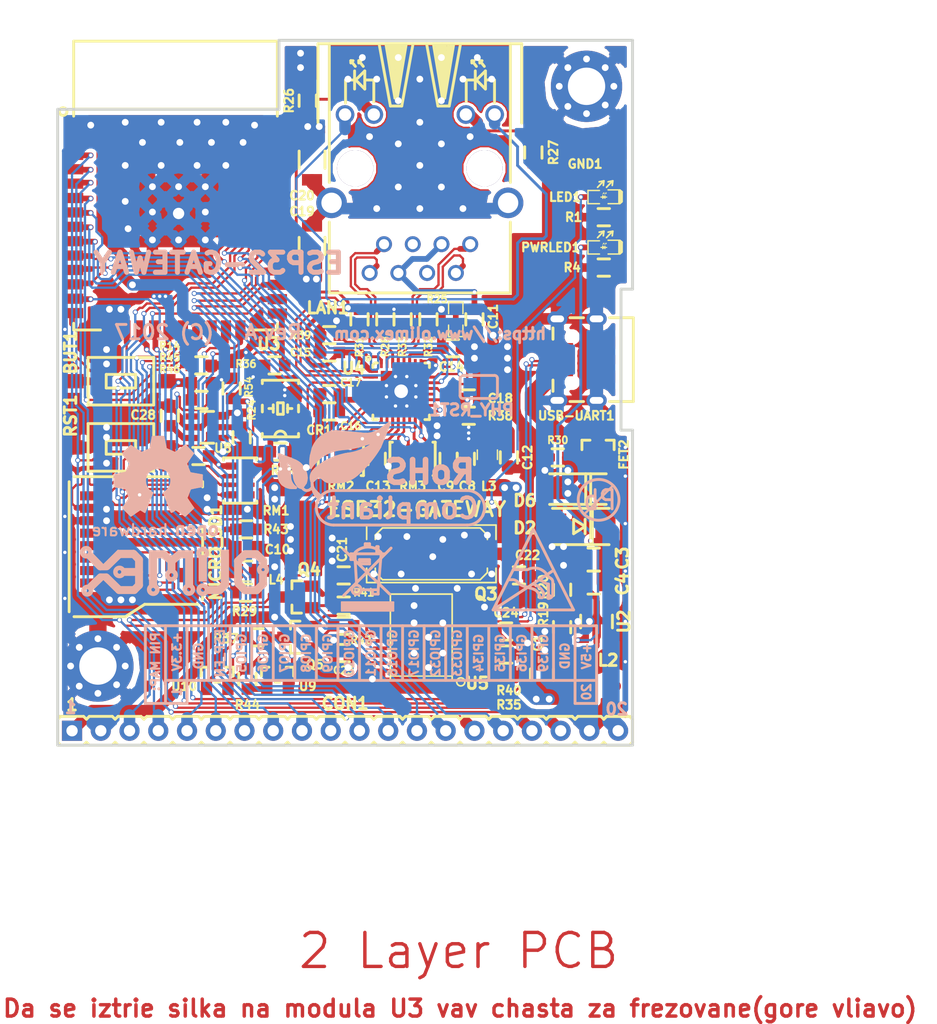
<source format=kicad_pcb>
(kicad_pcb (version 20170123) (host pcbnew no-vcs-found-097f89d~58~ubuntu14.04.1)
  (title_block (title ESP32-GATEWAY) (rev A) (company "OLIMEX Ltd.") (comment 1 https://www.olimex.com))
  (layers (0 F.Cu mixed) (31 B.Cu mixed hide) (34 B.Paste user hide) (35 F.Paste user hide) (36 B.SilkS user hide) (37 F.SilkS user) (38 B.Mask user hide) (39 F.Mask user) (44 Edge.Cuts user))
  (net 0 "")
  (net 1 +5V)
  (net 2 GND)
  (net 3 "Net-(BUT1-Pad2)")
  (net 4 /GPI34/BUT1)
  (net 5 +3V3)
  (net 6 "Net-(C10-Pad1)")
  (net 7 "Net-(C11-Pad1)")
  (net 8 "Net-(C18-Pad2)")
  (net 9 "Net-(CR1-Pad3)")
  (net 10 /GPIO3/U0RXD)
  (net 11 /ESP_EN)
  (net 12 "/GPIO25/EMAC_RXD0(RMII)")
  (net 13 "/GPIO19/EMAC_TXD0(RMII)")
  (net 14 "/GPIO26/EMAC_RXD1(RMII)")
  (net 15 /GPIO9/SD_DATA2)
  (net 16 /GPIO8/SD_DATA1)
  (net 17 /GPIO6/SD_CLK)
  (net 18 /GPIO7/SD_DATA0)
  (net 19 /GPIO1/U0TXD)
  (net 20 /GPIO10/SD_DATA3)
  (net 21 /GPIO11/SD_CMD)
  (net 22 "Net-(L2-Pad1)")
  (net 23 "Net-(R19-Pad1)")
  (net 24 "Net-(R39-Pad1)")
  (net 25 /PHYAD0)
  (net 26 /PHYAD1)
  (net 27 /PHYAD2)
  (net 28 /RMIISEL)
  (net 29 /VDD1A-2A)
  (net 30 /VDDCR)
  (net 31 "/GPIO22/EMAC_TXD1(RMII)")
  (net 32 "/GPIO21/EMAC_TX_EN(RMII)")
  (net 33 "Net-(MICRO_SD1-Pad5)")
  (net 34 "Net-(LAN1-Pad1)")
  (net 35 "Net-(LAN1-Pad2)")
  (net 36 "Net-(LAN1-Pad7)")
  (net 37 "Net-(LAN1-Pad8)")
  (net 38 "Net-(LAN1-PadAG1)")
  (net 39 "Net-(LAN1-PadAY1)")
  (net 40 "Net-(LAN1-PadKG1)")
  (net 41 "Net-(LAN1-PadKY1)")
  (net 42 "Net-(C19-Pad1)")
  (net 43 "Net-(C21-Pad1)")
  (net 44 "Net-(C22-Pad1)")
  (net 45 "/GPIO23/MDC(RMII)")
  (net 46 /GPIO27/EMAC_RX_CRS_DV)
  (net 47 /GPIO0/XTAL1/CLKIN)
  (net 48 /GPIO2/HS2_DATA0)
  (net 49 /GPIO14/HS2_CLK)
  (net 50 /GPIO15/HS2_CMD)
  (net 51 "/GPIO18/MDIO(RMII)")
  (net 52 /+5V_USB)
  (net 53 "Net-(Q4-Pad2)")
  (net 54 "Net-(Q4-Pad1)")
  (net 55 "Net-(Q5-Pad2)")
  (net 56 "Net-(Q5-Pad1)")
  (net 57 "Net-(R35-Pad1)")
  (net 58 "Net-(R40-Pad1)")
  (net 59 "Net-(U3-Pad32)")
  (net 60 "Net-(U4-Pad4)")
  (net 61 "Net-(U4-Pad14)")
  (net 62 "Net-(U4-Pad18)")
  (net 63 "Net-(U4-Pad20)")
  (net 64 "Net-(U4-Pad26)")
  (net 65 "Net-(U5-Pad6)")
  (net 66 "Net-(U5-Pad7)")
  (net 67 "Net-(U5-Pad11)")
  (net 68 "Net-(U5-Pad12)")
  (net 69 "Net-(U5-Pad13)")
  (net 70 "Net-(U5-Pad14)")
  (net 71 "Net-(U5-Pad17)")
  (net 72 "Net-(USB-UART1-Pad4)")
  (net 73 /OSC_DIS)
  (net 74 "Net-(PWRLED1-Pad1)")
  (net 75 "Net-(Q5-Pad3)")
  (net 76 "Net-(C28-Pad1)")
  (net 77 "Net-(MICRO_SD1-Pad7)")
  (net 78 "Net-(R44-Pad2)")
  (net 79 /D_Com)
  (net 80 /GPI35)
  (net 81 /GPIO5)
  (net 82 +5V_EXT)
  (net 83 /GPIO16)
  (net 84 /GPIO17)
  (net 85 /GPI39)
  (net 86 /GPI36)
  (net 87 /GPIO4/HS2_DATA1)
  (net 88 /GPIO13/HS2_DATA3)
  (net 89 /GPIO12/HS2_DATA2)
  (net 90 /GPIO32)
  (net 91 "Net-(LED1-Pad1)")
  (net 92 /GPIO33/LED)
  (module OLIMEX_IC-FP:SSOP-20W (layer F.Cu) (at 101.727 119.761 90)
    (fp_text reference U5 (at -4.064 4.953 180) (layer F.SilkS) (effects (font (size 1.016 1.016) (thickness 0.254))))
    (fp_text value "CH340T(SSOP20W)")
    (pad 1 smd rect (at -2.925 3.6195 90) (size 0.325 1.27) (layers F.Cu F.Paste F.Mask))
    (pad 2 smd rect (at -2.275 3.6195 90) (size 0.325 1.27) (layers F.Cu F.Paste F.Mask))
    (pad 3 smd rect (at -1.625 3.6195 90) (size 0.325 1.27) (layers F.Cu F.Paste F.Mask) (net 57 "Net-(R35-Pad1)"))
    (pad 4 smd rect (at -0.975 3.6195 90) (size 0.325 1.27) (layers F.Cu F.Paste F.Mask) (net 58 "Net-(R40-Pad1)"))
    (pad 5 smd rect (at -0.325 3.6195 90) (size 0.325 1.27) (layers F.Cu F.Paste F.Mask) (net 5 +3V3))
    (pad 6 smd rect (at 0.325 3.6195 90) (size 0.325 1.27) (layers F.Cu F.Paste F.Mask) (net 65 "Net-(U5-Pad6)"))
    (pad 7 smd rect (at 0.975 3.6195 90) (size 0.325 1.27) (layers F.Cu F.Paste F.Mask) (net 66 "Net-(U5-Pad7)"))
    (pad 8 smd rect (at 1.625 3.6195 90) (size 0.325 1.27) (layers F.Cu F.Paste F.Mask) (net 2 GND))
    (pad 9 smd rect (at 2.275 3.6195 90) (size 0.325 1.27) (layers F.Cu F.Paste F.Mask) (net 43 "Net-(C21-Pad1)"))
    (pad 10 smd rect (at 2.925 3.6195 90) (size 0.325 1.27) (layers F.Cu F.Paste F.Mask) (net 44 "Net-(C22-Pad1)"))
    (pad 11 smd rect (at 2.925 -3.6195 90) (size 0.325 1.27) (layers F.Cu F.Paste F.Mask) (net 67 "Net-(U5-Pad11)"))
    (pad 12 smd rect (at 2.275 -3.6195 90) (size 0.325 1.27) (layers F.Cu F.Paste F.Mask) (net 68 "Net-(U5-Pad12)"))
    (pad 13 smd rect (at 1.625 -3.6195 90) (size 0.325 1.27) (layers F.Cu F.Paste F.Mask) (net 69 "Net-(U5-Pad13)"))
    (pad 14 smd rect (at 0.975 -3.6195 90) (size 0.325 1.27) (layers F.Cu F.Paste F.Mask) (net 70 "Net-(U5-Pad14)"))
    (pad 15 smd rect (at 0.325 -3.6195 90) (size 0.325 1.27) (layers F.Cu F.Paste F.Mask) (net 55 "Net-(Q5-Pad2)"))
    (pad 16 smd rect (at -0.325 -3.6195 90) (size 0.325 1.27) (layers F.Cu F.Paste F.Mask) (net 53 "Net-(Q4-Pad2)"))
    (pad 17 smd rect (at -0.975 -3.6195 90) (size 0.325 1.27) (layers F.Cu F.Paste F.Mask) (net 71 "Net-(U5-Pad17)"))
    (pad 18 smd rect (at -1.625 -3.6195 90) (size 0.325 1.27) (layers F.Cu F.Paste F.Mask))
    (pad 19 smd rect (at -2.275 -3.6195 90) (size 0.325 1.27) (layers F.Cu F.Paste F.Mask) (net 5 +3V3))
    (pad 20 smd rect (at -2.925 -3.6195 90) (size 0.325 1.27) (layers F.Cu F.Paste F.Mask) (net 2 GND))
  )
  (module OLIMEX_Other-FP:Fiducial1x3 (layer F.Cu) (at 118.872 124.079)
    (fp_text reference "" (at 0 3) (layer F.SilkS))
    (fp_text value "")
    (pad Fid1 connect circle (at 0 0) (size 1 1) (layers F.Cu F.Mask) (clearance 1.016))
  )
  (module OLIMEX_Other-FP:Mounting_hole_Shield_3.3mm (layer F.Cu) (at 116.332 71.12)
    (fp_text reference MH2 hide)
    (fp_text value Mounting_hole_Shield_3.3mm hide)
    (pad GND1 thru_hole circle (at -2.413 0) (size 1.2 1.2) (drill 0.6) (layers *.Cu *.Mask) (net 2 GND))
    (pad GND1 thru_hole circle (at 2.413 0) (size 1.2 1.2) (drill 0.6) (layers *.Cu *.Mask) (net 2 GND))
    (pad GND1 thru_hole circle (at 1.651 1.651) (size 1.2 1.2) (drill 0.6) (layers *.Cu *.Mask) (net 2 GND))
    (pad GND1 thru_hole circle (at -1.651 1.778) (size 1.2 1.2) (drill 0.6) (layers *.Cu *.Mask) (net 2 GND))
    (pad GND1 thru_hole circle (at 1.651 -1.651) (size 1.2 1.2) (drill 0.6) (layers *.Cu *.Mask) (net 2 GND))
    (pad GND1 thru_hole circle (at -1.651 -1.651) (size 1.2 1.2) (drill 0.6) (layers *.Cu *.Mask) (net 2 GND))
    (pad GND1 thru_hole circle (at 0 2.413) (size 1.2 1.2) (drill 0.6) (layers *.Cu *.Mask) (net 2 GND))
    (pad GND1 thru_hole circle (at 0 -2.413) (size 1.2 1.2) (drill 0.6) (layers *.Cu *.Mask) (net 2 GND))
    (pad GND1 thru_hole circle (at 0 0) (size 6.3 6.3) (drill 3.3) (layers *.Cu *.Mask) (net 2 GND))
  )
  (module OLIMEX_Other-FP:Mounting_hole_Shield_3.3mm (layer F.Cu) (at 73.152 122.301)
    (fp_text reference MH1 hide)
    (fp_text value Mounting_hole_Shield_3.3mm hide)
    (pad GND1 thru_hole circle (at 0 0) (size 6.3 6.3) (drill 3.3) (layers *.Cu *.Mask) (net 2 GND))
    (pad GND1 thru_hole circle (at 0 -2.413) (size 1.2 1.2) (drill 0.6) (layers *.Cu *.Mask) (net 2 GND))
    (pad GND1 thru_hole circle (at 0 2.413) (size 1.2 1.2) (drill 0.6) (layers *.Cu *.Mask) (net 2 GND))
    (pad GND1 thru_hole circle (at -1.651 -1.651) (size 1.2 1.2) (drill 0.6) (layers *.Cu *.Mask) (net 2 GND))
    (pad GND1 thru_hole circle (at 1.651 -1.651) (size 1.2 1.2) (drill 0.6) (layers *.Cu *.Mask) (net 2 GND))
    (pad GND1 thru_hole circle (at -1.651 1.778) (size 1.2 1.2) (drill 0.6) (layers *.Cu *.Mask) (net 2 GND))
    (pad GND1 thru_hole circle (at 1.651 1.651) (size 1.2 1.2) (drill 0.6) (layers *.Cu *.Mask) (net 2 GND))
    (pad GND1 thru_hole circle (at 2.413 0) (size 1.2 1.2) (drill 0.6) (layers *.Cu *.Mask) (net 2 GND))
    (pad GND1 thru_hole circle (at -2.413 0) (size 1.2 1.2) (drill 0.6) (layers *.Cu *.Mask) (net 2 GND))
  )
  (module "OLIMEX_IC-FP:QFN32_EP(33)_5.00x5.00x0.90mm_Pitch_0.50mm" (layer F.Cu) (at 99.949 98.044 270)
    (fp_text reference U4 (at -2.032 4.191 180) (layer F.SilkS) (effects (font (size 1.016 1.016) (thickness 0.254))))
    (fp_text value "LAN8710A-EZC(QFN32)")
    (pad 33 smd rect (at 0 0 270) (size 3.6 3.6) (layers F.Cu F.Mask) (net 2 GND))
    (pad 33 thru_hole rect (at -0.5 -1.3 270) (size 0.4 0.4) (drill 0.3) (layers *.Cu F.Mask) (net 2 GND))
    (pad 33 thru_hole rect (at 0.5 -1.3 270) (size 0.4 0.4) (drill 0.3) (layers *.Cu F.Mask) (net 2 GND))
    (pad 33 thru_hole rect (at 1.3 -0.5 270) (size 0.4 0.4) (drill 0.29972) (layers *.Cu F.Mask) (net 2 GND))
    (pad 33 thru_hole rect (at 1.3 0.5 270) (size 0.4 0.4) (drill 0.3) (layers *.Cu F.Mask) (net 2 GND))
    (pad 33 thru_hole rect (at 0.5 1.3 270) (size 0.4 0.4) (drill 0.3) (layers *.Cu F.Mask) (net 2 GND))
    (pad 33 thru_hole rect (at -0.5 1.3 270) (size 0.4 0.4) (drill 0.3) (layers *.Cu F.Mask) (net 2 GND))
    (pad 33 thru_hole rect (at -1.3 0.5 270) (size 0.4 0.4) (drill 0.3) (layers *.Cu F.Mask) (net 2 GND))
    (pad 33 thru_hole rect (at -1.3 -0.5 270) (size 0.4 0.4) (drill 0.3) (layers *.Cu F.Mask) (net 2 GND))
    (pad 33 thru_hole rect (at 0 0 270) (size 1.4224 1.4224) (drill 1.2) (layers *.Cu *.Mask) (net 2 GND))
    (pad 32 smd rect (at -2.45 1.75 270) (size 0.8 0.25) (layers F.Cu F.Paste F.Mask) (net 24 "Net-(R39-Pad1)"))
    (pad 31 smd rect (at -2.45 1.25 270) (size 0.8 0.25) (layers F.Cu F.Paste F.Mask) (net 36 "Net-(LAN1-Pad7)"))
    (pad 30 smd rect (at -2.45 0.75 270) (size 0.8 0.25) (layers F.Cu F.Paste F.Mask) (net 37 "Net-(LAN1-Pad8)"))
    (pad 29 smd rect (at -2.45 0.25 270) (size 0.8 0.25) (layers F.Cu F.Paste F.Mask) (net 34 "Net-(LAN1-Pad1)"))
    (pad 28 smd rect (at -2.45 -0.25 270) (size 0.8 0.25) (layers F.Cu F.Paste F.Mask) (net 35 "Net-(LAN1-Pad2)"))
    (pad 27 smd rect (at -2.45 -0.75 270) (size 0.8 0.25) (layers F.Cu F.Paste F.Mask) (net 29 /VDD1A-2A))
    (pad 26 smd rect (at -2.45 -1.25 270) (size 0.8 0.25) (layers F.Cu F.Paste F.Mask) (net 64 "Net-(U4-Pad26)"))
    (pad 25 smd rect (at -2.45 -1.75 270) (size 0.8 0.25) (layers F.Cu F.Paste F.Mask) (net 2 GND))
    (pad 24 smd rect (at -1.75 -2.45 180) (size 0.8 0.25) (layers F.Cu F.Paste F.Mask) (net 2 GND))
    (pad 23 smd rect (at -1.25 -2.45 180) (size 0.8 0.25) (layers F.Cu F.Paste F.Mask) (net 31 "/GPIO22/EMAC_TXD1(RMII)"))
    (pad 22 smd rect (at -0.75 -2.45 180) (size 0.8 0.25) (layers F.Cu F.Paste F.Mask) (net 13 "/GPIO19/EMAC_TXD0(RMII)"))
    (pad 21 smd rect (at -0.25 -2.45 180) (size 0.8 0.25) (layers F.Cu F.Paste F.Mask) (net 32 "/GPIO21/EMAC_TX_EN(RMII)"))
    (pad 20 smd rect (at 0.25 -2.45 180) (size 0.8 0.25) (layers F.Cu F.Paste F.Mask) (net 63 "Net-(U4-Pad20)"))
    (pad 19 smd rect (at 0.75 -2.45 180) (size 0.8 0.25) (layers F.Cu F.Paste F.Mask) (net 8 "Net-(C18-Pad2)"))
    (pad 18 smd rect (at 1.25 -2.45 180) (size 0.8 0.25) (layers F.Cu F.Paste F.Mask) (net 62 "Net-(U4-Pad18)"))
    (pad 17 smd rect (at 1.75 -2.45 180) (size 0.8 0.25) (layers F.Cu F.Paste F.Mask) (net 45 "/GPIO23/MDC(RMII)"))
    (pad 16 smd rect (at 2.45 -1.75 90) (size 0.8 0.25) (layers F.Cu F.Paste F.Mask) (net 51 "/GPIO18/MDIO(RMII)"))
    (pad 15 smd rect (at 2.45 -1.25 90) (size 0.8 0.25) (layers F.Cu F.Paste F.Mask) (net 46 /GPIO27/EMAC_RX_CRS_DV))
    (pad 14 smd rect (at 2.45 -0.75 90) (size 0.8 0.25) (layers F.Cu F.Paste F.Mask) (net 61 "Net-(U4-Pad14)"))
    (pad 13 smd rect (at 2.45 -0.25 90) (size 0.8 0.25) (layers F.Cu F.Paste F.Mask) (net 25 /PHYAD0))
    (pad 12 smd rect (at 2.45 0.25 90) (size 0.8 0.25) (layers F.Cu F.Paste F.Mask) (net 5 +3V3))
    (pad 11 smd rect (at 2.45 0.75 90) (size 0.8 0.25) (layers F.Cu F.Paste F.Mask) (net 12 "/GPIO25/EMAC_RXD0(RMII)"))
    (pad 10 smd rect (at 2.45 1.25 90) (size 0.8 0.25) (layers F.Cu F.Paste F.Mask) (net 14 "/GPIO26/EMAC_RXD1(RMII)"))
    (pad 9 smd rect (at 2.45 1.75 90) (size 0.8 0.25) (layers F.Cu F.Paste F.Mask) (net 28 /RMIISEL))
    (pad 8 smd rect (at 1.75 2.45) (size 0.8 0.25) (layers F.Cu F.Paste F.Mask) (net 27 /PHYAD2))
    (pad 7 smd rect (at 1.25 2.45) (size 0.8 0.25) (layers F.Cu F.Paste F.Mask) (net 26 /PHYAD1))
    (pad 6 smd rect (at 0.75 2.45) (size 0.8 0.25) (layers F.Cu F.Paste F.Mask) (net 30 /VDDCR))
    (pad 5 smd rect (at 0.25 2.45) (size 0.8 0.25) (layers F.Cu F.Paste F.Mask) (net 47 /GPIO0/XTAL1/CLKIN))
    (pad 4 smd rect (at -0.25 2.45) (size 0.8 0.25) (layers F.Cu F.Paste F.Mask) (net 60 "Net-(U4-Pad4)"))
    (pad 3 smd rect (at -0.75 2.45) (size 0.8 0.25) (layers F.Cu F.Paste F.Mask) (net 39 "Net-(LAN1-PadAY1)"))
    (pad 2 smd rect (at -1.25 2.45) (size 0.8 0.25) (layers F.Cu F.Paste F.Mask) (net 40 "Net-(LAN1-PadKG1)"))
    (pad 1 smd rect (at -1.75 2.45) (size 0.8 0.25) (layers F.Cu F.Paste F.Mask) (net 29 /VDD1A-2A))
  )
  (module OLIMEX_RLC-FP:0R_0603 (layer F.Cu) (at 104.775 91.694 90)
    (fp_text reference R25 (at 1.778 -1.651) (layer F.SilkS) (effects (font (size 0.635 0.635) (thickness 0.15875))))
    (fp_text value "0R(board_mounted)")
    (pad 1 smd rect (at -0.889 0 90) (size 1.016 1.016) (layers F.Cu F.Paste F.Mask) (net 29 /VDD1A-2A) (clearance 0.0508))
    (pad 2 smd rect (at 0.889 0 90) (size 1.016 1.016) (layers F.Cu F.Paste F.Mask) (net 7 "Net-(C11-Pad1)") (clearance 0.0508))
    (pad 1 smd rect (at 0 0 90) (size 0.78 0.5) (layers F.Cu F.Mask) (net 29 /VDD1A-2A) (clearance 0.0508))
  )
  (module OLIMEX_Cases-FP:ESP-WROOM-32_MODULE (layer F.Cu) (at 80.01 79.883)
    (fp_text reference U3 (at 8.255 13.97) (layer F.SilkS) (effects (font (size 1.016 1.016) (thickness 0.254))))
    (fp_text value ESP-WROOM-32)
    (pad 39 thru_hole circle (at -2.0404 4.7998) (size 1.3 1.3) (drill 0.6) (layers *.Cu *.Mask) (net 2 GND))
    (pad 39 thru_hole circle (at 0.271 2.463) (size 2 2) (drill 1) (layers *.Cu *.Mask) (net 2 GND))
    (pad 39 smd rect (at 0.3 2.45) (size 6 6) (layers F.Cu F.Mask) (net 2 GND))
    (pad 38 smd rect (at 9 -5.21) (size 1.7 0.9) (layers F.Cu F.Paste F.Mask) (net 2 GND))
    (pad 37 smd rect (at 9 -3.94) (size 1.7 0.9) (layers F.Cu F.Paste F.Mask) (net 45 "/GPIO23/MDC(RMII)"))
    (pad 36 smd rect (at 9 -2.67) (size 1.7 0.9) (layers F.Cu F.Paste F.Mask) (net 31 "/GPIO22/EMAC_TXD1(RMII)"))
    (pad 35 smd rect (at 9 -1.4) (size 1.7 0.9) (layers F.Cu F.Paste F.Mask) (net 19 /GPIO1/U0TXD))
    (pad 34 smd rect (at 9 -0.13) (size 1.7 0.9) (layers F.Cu F.Paste F.Mask) (net 10 /GPIO3/U0RXD))
    (pad 33 smd rect (at 9 1.14) (size 1.7 0.9) (layers F.Cu F.Paste F.Mask) (net 32 "/GPIO21/EMAC_TX_EN(RMII)"))
    (pad 32 smd rect (at 9 2.41) (size 1.7 0.9) (layers F.Cu F.Paste F.Mask) (net 59 "Net-(U3-Pad32)"))
    (pad 31 smd rect (at 9 3.68) (size 1.7 0.9) (layers F.Cu F.Paste F.Mask) (net 13 "/GPIO19/EMAC_TXD0(RMII)"))
    (pad 30 smd rect (at 9 4.95) (size 1.7 0.9) (layers F.Cu F.Paste F.Mask) (net 51 "/GPIO18/MDIO(RMII)"))
    (pad 29 smd rect (at 9 6.22) (size 1.7 0.9) (layers F.Cu F.Paste F.Mask) (net 81 /GPIO5))
    (pad 28 smd rect (at 9 7.49) (size 1.7 0.9) (layers F.Cu F.Paste F.Mask) (net 84 /GPIO17))
    (pad 27 smd rect (at 9 8.76) (size 1.7 0.9) (layers F.Cu F.Paste F.Mask) (net 83 /GPIO16))
    (pad 26 smd rect (at 9 10.03) (size 1.7 0.9) (layers F.Cu F.Paste F.Mask) (net 87 /GPIO4/HS2_DATA1))
    (pad 25 smd rect (at 9 11.3) (size 1.7 0.9) (layers F.Cu F.Paste F.Mask) (net 47 /GPIO0/XTAL1/CLKIN))
    (pad 24 smd rect (at 5.73 12.75) (size 0.9 1.7) (layers F.Cu F.Paste F.Mask) (net 48 /GPIO2/HS2_DATA0))
    (pad 23 smd rect (at 4.46 12.75) (size 0.9 1.7) (layers F.Cu F.Paste F.Mask) (net 50 /GPIO15/HS2_CMD))
    (pad 22 smd rect (at 3.19 12.75) (size 0.9 1.7) (layers F.Cu F.Paste F.Mask) (net 16 /GPIO8/SD_DATA1))
    (pad 21 smd rect (at 1.92 12.75) (size 0.9 1.7) (layers F.Cu F.Paste F.Mask) (net 18 /GPIO7/SD_DATA0))
    (pad 20 smd rect (at 0.65 12.75) (size 0.9 1.7) (layers F.Cu F.Paste F.Mask) (net 17 /GPIO6/SD_CLK))
    (pad 19 smd rect (at -0.62 12.75) (size 0.9 1.7) (layers F.Cu F.Paste F.Mask) (net 21 /GPIO11/SD_CMD))
    (pad 18 smd rect (at -1.89 12.75) (size 0.9 1.7) (layers F.Cu F.Paste F.Mask) (net 20 /GPIO10/SD_DATA3))
    (pad 17 smd rect (at -3.16 12.75) (size 0.9 1.7) (layers F.Cu F.Paste F.Mask) (net 15 /GPIO9/SD_DATA2))
    (pad 16 smd rect (at -4.43 12.75) (size 0.9 1.7) (layers F.Cu F.Paste F.Mask) (net 88 /GPIO13/HS2_DATA3))
    (pad 15 smd rect (at -5.7 12.75) (size 0.9 1.7) (layers F.Cu F.Paste F.Mask) (net 2 GND))
    (pad 14 smd rect (at -9 11.26) (size 1.7 0.9) (layers F.Cu F.Paste F.Mask) (net 89 /GPIO12/HS2_DATA2))
    (pad 13 smd rect (at -9 9.99) (size 1.7 0.9) (layers F.Cu F.Paste F.Mask) (net 49 /GPIO14/HS2_CLK))
    (pad 12 smd rect (at -9 8.72) (size 1.7 0.9) (layers F.Cu F.Paste F.Mask) (net 46 /GPIO27/EMAC_RX_CRS_DV))
    (pad 11 smd rect (at -9 7.45) (size 1.7 0.9) (layers F.Cu F.Paste F.Mask) (net 14 "/GPIO26/EMAC_RXD1(RMII)"))
    (pad 10 smd rect (at -9 6.18) (size 1.7 0.9) (layers F.Cu F.Paste F.Mask) (net 12 "/GPIO25/EMAC_RXD0(RMII)"))
    (pad 9 smd rect (at -9 4.91) (size 1.7 0.9) (layers F.Cu F.Paste F.Mask) (net 92 /GPIO33/LED))
    (pad 8 smd rect (at -9 3.64) (size 1.7 0.9) (layers F.Cu F.Paste F.Mask) (net 90 /GPIO32))
    (pad 7 smd rect (at -9 2.37) (size 1.7 0.9) (layers F.Cu F.Paste F.Mask) (net 80 /GPI35))
    (pad 6 smd rect (at -9 1.1) (size 1.7 0.9) (layers F.Cu F.Paste F.Mask) (net 4 /GPI34/BUT1))
    (pad 5 smd rect (at -9 -0.17) (size 1.7 0.9) (layers F.Cu F.Paste F.Mask) (net 85 /GPI39))
    (pad 4 smd rect (at -9 -1.44) (size 1.7 0.9) (layers F.Cu F.Paste F.Mask) (net 86 /GPI36))
    (pad 3 smd rect (at -9 -2.71) (size 1.7 0.9) (layers F.Cu F.Paste F.Mask) (net 11 /ESP_EN))
    (pad 2 smd rect (at -9 -3.98) (size 1.7 0.9) (layers F.Cu F.Paste F.Mask) (net 5 +3V3))
    (pad 1 smd rect (at -9 -5.25) (size 1.7 0.9) (layers F.Cu F.Paste F.Mask) (net 2 GND))
    (pad 39 thru_hole circle (at 2.6332 4.7998) (size 1.3 1.3) (drill 0.6) (layers *.Cu *.Mask) (net 2 GND))
    (pad 39 thru_hole circle (at -2.0404 0.1008) (size 1.3 1.3) (drill 0.6) (layers *.Cu *.Mask) (net 2 GND))
    (pad 39 thru_hole circle (at 2.6332 0.1008) (size 1.3 1.3) (drill 0.6) (layers *.Cu *.Mask) (net 2 GND))
    (pad 39 thru_hole circle (at 0.271 0.1008) (size 1.3 1.3) (drill 0.6) (layers *.Cu *.Mask) (net 2 GND))
    (pad 39 thru_hole circle (at 0.271 4.7998) (size 1.3 1.3) (drill 0.6) (layers *.Cu *.Mask) (net 2 GND))
    (pad 39 thru_hole circle (at -2.0404 2.336) (size 1.3 1.3) (drill 0.6) (layers *.Cu *.Mask) (net 2 GND))
    (pad 39 thru_hole circle (at 2.6332 2.336) (size 1.3 1.3) (drill 0.6) (layers *.Cu *.Mask) (net 2 GND))
  )
  (module OLIMEX_Connectors-FP:TFC-WXCP11-08-LF (layer F.Cu) (at 76.327 111.125 180)
    (fp_text reference MICRO_SD1 (at -7.239 -1.143 270) (layer F.SilkS) (effects (font (size 1.016 1.016) (thickness 0.254))))
    (fp_text value TFC-WXCP11-08-LF)
    (pad SH2 smd rect (at -5.25 -3.15 270) (size 3.1 1.5) (layers F.Cu F.Paste F.Mask) (net 2 GND))
    (pad SH1 smd rect (at -5.25 2.91 270) (size 3.1 1.5) (layers F.Cu F.Paste F.Mask) (net 2 GND))
    (pad FID4 smd circle (at 5.72 5.54 270) (size 0.4 0.4) (layers F.Cu F.Mask))
    (pad FID3 smd circle (at -6.08 5.54 270) (size 0.4 0.4) (layers F.Cu F.Mask))
    (pad FID2 smd circle (at -6.08 -5.73 270) (size 0.4 0.4) (layers F.Cu F.Mask))
    (pad FID1 smd circle (at 5.72 -6.82 270) (size 0.4 0.4) (layers F.Cu F.Mask))
    (pad 8 smd rect (at 4 3.85 270) (size 0.8 1.5) (layers F.Cu F.Paste F.Mask) (net 87 /GPIO4/HS2_DATA1))
    (pad 7 smd rect (at 4 2.75 270) (size 0.8 1.5) (layers F.Cu F.Paste F.Mask) (net 77 "Net-(MICRO_SD1-Pad7)"))
    (pad 6 smd rect (at 4 1.65 270) (size 0.8 1.5) (layers F.Cu F.Paste F.Mask) (net 2 GND))
    (pad 5 smd rect (at 4 0.55 270) (size 0.8 1.5) (layers F.Cu F.Paste F.Mask) (net 33 "Net-(MICRO_SD1-Pad5)"))
    (pad 4 smd rect (at 4 -0.55 270) (size 0.8 1.5) (layers F.Cu F.Paste F.Mask) (net 6 "Net-(C10-Pad1)"))
    (pad 3 smd rect (at 4 -1.65 270) (size 0.8 1.5) (layers F.Cu F.Paste F.Mask) (net 50 /GPIO15/HS2_CMD))
    (pad 2 smd rect (at 4 -2.75 270) (size 0.8 1.5) (layers F.Cu F.Paste F.Mask) (net 88 /GPIO13/HS2_DATA3))
    (pad 1 smd rect (at 4 -3.85 270) (size 0.8 1.5) (layers F.Cu F.Paste F.Mask) (net 89 /GPIO12/HS2_DATA2))
  )
  (module OLIMEX_Connectors-FP:RJLBC-060TC1 (layer F.Cu) (at 101.6 78.359 180)
    (fp_text reference LAN1 (at 8.128 -12.319 180) (layer F.SilkS) (effects (font (size 1.016 1.016) (thickness 0.254))))
    (fp_text value "RJLD-060TC1(LPJ4013EDNL)")
    (pad Dril thru_hole circle (at 5.715 0 180) (size 3.2 3.2) (drill 3.2) (layers *.Cu *.Mask))
    (pad Dril thru_hole circle (at -5.715 0 180) (size 3.2 3.2) (drill 3.2) (layers *.Cu *.Mask))
    (pad KY1 thru_hole circle (at -4.07 4.7485 180) (size 1.65 1.65) (drill 1.1) (layers *.Cu *.Mask) (net 41 "Net-(LAN1-PadKY1)"))
    (pad KG1 thru_hole circle (at 6.61 4.7485 180) (size 1.65 1.65) (drill 1.1) (layers *.Cu *.Mask) (net 40 "Net-(LAN1-PadKG1)"))
    (pad GND2 thru_hole circle (at 7.8 -3.05 180) (size 2.7 2.7) (drill 1.8) (layers *.Cu *.Mask) (net 42 "Net-(C19-Pad1)"))
    (pad GND1 thru_hole circle (at -7.8 -3.05 180) (size 2.7 2.7) (drill 1.8) (layers *.Cu *.Mask) (net 42 "Net-(C19-Pad1)"))
    (pad AY1 thru_hole circle (at -6.61 4.7485 180) (size 1.65 1.65) (drill 1.1) (layers *.Cu *.Mask) (net 39 "Net-(LAN1-PadAY1)"))
    (pad AG1 thru_hole circle (at 4.07 4.7485 180) (size 1.65 1.65) (drill 1.1) (layers *.Cu *.Mask) (net 38 "Net-(LAN1-PadAG1)"))
    (pad 8 thru_hole circle (at 4.435 -9.24 180) (size 1.41 1.41) (drill 0.9) (layers *.Cu *.Mask) (net 37 "Net-(LAN1-Pad8)"))
    (pad 7 thru_hole circle (at 3.165 -6.7 180) (size 1.41 1.41) (drill 0.9) (layers *.Cu *.Mask) (net 36 "Net-(LAN1-Pad7)"))
    (pad 6 thru_hole circle (at 1.895 -9.24 180) (size 1.41 1.41) (drill 0.9) (layers *.Cu *.Mask) (net 7 "Net-(C11-Pad1)"))
    (pad 5 thru_hole circle (at 0.625 -6.7 180) (size 1.41 1.41) (drill 0.9) (layers *.Cu *.Mask))
    (pad 4 thru_hole circle (at -0.645 -9.24 180) (size 1.41 1.41) (drill 0.9) (layers *.Cu *.Mask))
    (pad 3 thru_hole circle (at -1.915 -6.7 180) (size 1.41 1.41) (drill 0.9) (layers *.Cu *.Mask) (net 7 "Net-(C11-Pad1)"))
    (pad 2 thru_hole circle (at -3.185 -9.24 180) (size 1.41 1.41) (drill 0.9) (layers *.Cu *.Mask) (net 35 "Net-(LAN1-Pad2)"))
    (pad 1 thru_hole circle (at -4.455 -6.7 180) (size 1.41 1.41) (drill 0.9) (layers *.Cu *.Mask) (net 34 "Net-(LAN1-Pad1)"))
  )
  (module OLIMEX_Jumpers-FP:SJ (layer B.Cu) (at 106.807 97.663 180)
    (fp_text reference PHY_RST1 (at 0.635 -2.032 180) (layer B.SilkS) (effects (font (size 1.016 1.016) (thickness 0.254)) (justify mirror)))
    (fp_text value Opened)
    (pad 1 smd rect (at -0.762 0 180) (size 1.1684 1.6002) (layers B.Cu B.Mask) (net 2 GND) (clearance 0.0508))
    (pad 1 smd rect (at -0.762 0 180) (size 1.1684 1.6002) (layers B.Cu B.Mask) (net 2 GND))
    (pad 2 smd rect (at 0.762 0 180) (size 1.1684 1.6002) (layers B.Cu B.Mask) (net 8 "Net-(C18-Pad2)") (clearance 0.0508))
  )
  (module OLIMEX_RLC-FP:C_0805_5MIL_DWS (layer F.Cu) (at 112.395 123.063 90)
    (fp_text reference C1 (at 2.794 -0.381 90) (layer F.SilkS) (effects (font (size 0.762 0.762) (thickness 0.1905))))
    (fp_text value 47uF/6.3V/20%/X5R/C0805)
    (pad 2 smd rect (at 1.016 0 180) (size 1.524 1.27) (layers F.Cu F.Paste F.Mask) (net 2 GND))
    (pad 1 smd rect (at -1.016 0 180) (size 1.524 1.27) (layers F.Cu F.Paste F.Mask) (net 5 +3V3))
  )
  (module OLIMEX_RLC-FP:C_0603_5MIL_DWS (layer F.Cu) (at 105.664 104.013 90)
    (fp_text reference C8 (at -2.413 0.127 180) (layer F.SilkS) (effects (font (size 0.762 0.762) (thickness 0.1905))))
    (fp_text value 22uF/6.3V/20%/X5R/C0603)
    (pad 1 smd rect (at -0.889 0 90) (size 1.016 1.016) (layers F.Cu F.Paste F.Mask) (net 5 +3V3) (clearance 0.0508))
    (pad 2 smd rect (at 0.889 0 90) (size 1.016 1.016) (layers F.Cu F.Paste F.Mask) (net 2 GND) (clearance 0.0508))
  )
  (module OLIMEX_RLC-FP:C_0603_5MIL_DWS (layer F.Cu) (at 104.14 104.013 90)
    (fp_text reference C9 (at -2.413 -0.254 180) (layer F.SilkS) (effects (font (size 0.762 0.762) (thickness 0.1905))))
    (fp_text value 22uF/6.3V/20%/X5R/C0603)
    (pad 1 smd rect (at -0.889 0 90) (size 1.016 1.016) (layers F.Cu F.Paste F.Mask) (net 5 +3V3) (clearance 0.0508))
    (pad 2 smd rect (at 0.889 0 90) (size 1.016 1.016) (layers F.Cu F.Paste F.Mask) (net 2 GND) (clearance 0.0508))
  )
  (module OLIMEX_RLC-FP:C_0805_5MIL_DWS (layer F.Cu) (at 86.233 112.014)
    (fp_text reference C10 (at 2.794 0) (layer F.SilkS) (effects (font (size 0.762 0.762) (thickness 0.1905))))
    (fp_text value 47uF/6.3V/20%/X5R/C0805)
    (pad 1 smd rect (at -1.016 0 90) (size 1.524 1.27) (layers F.Cu F.Paste F.Mask) (net 6 "Net-(C10-Pad1)"))
    (pad 2 smd rect (at 1.016 0 90) (size 1.524 1.27) (layers F.Cu F.Paste F.Mask) (net 2 GND))
  )
  (module OLIMEX_RLC-FP:C_0603_5MIL_DWS (layer F.Cu) (at 106.426 91.694 270)
    (fp_text reference C11 (at -0.254 -1.651 270) (layer F.SilkS) (effects (font (size 0.762 0.762) (thickness 0.1905))))
    (fp_text value 100nF/50V/20%/Y5V/C0603)
    (pad 2 smd rect (at 0.889 0 270) (size 1.016 1.016) (layers F.Cu F.Paste F.Mask) (net 2 GND) (clearance 0.0508))
    (pad 1 smd rect (at -0.889 0 270) (size 1.016 1.016) (layers F.Cu F.Paste F.Mask) (net 7 "Net-(C11-Pad1)") (clearance 0.0508))
  )
  (module OLIMEX_RLC-FP:C_0603_5MIL_DWS (layer F.Cu) (at 109.474 103.886 270)
    (fp_text reference C12 (at 0 -1.651 90) (layer F.SilkS) (effects (font (size 0.762 0.762) (thickness 0.1905))))
    (fp_text value 22uF/6.3V/20%/X5R/C0603)
    (pad 2 smd rect (at 0.889 0 270) (size 1.016 1.016) (layers F.Cu F.Paste F.Mask) (net 2 GND) (clearance 0.0508))
    (pad 1 smd rect (at -0.889 0 270) (size 1.016 1.016) (layers F.Cu F.Paste F.Mask) (net 29 /VDD1A-2A) (clearance 0.0508))
  )
  (module OLIMEX_RLC-FP:C_0603_5MIL_DWS (layer F.Cu) (at 97.79 104.013 270)
    (fp_text reference C13 (at 2.413 -0.127) (layer F.SilkS) (effects (font (size 0.762 0.762) (thickness 0.1905))))
    (fp_text value 100nF/50V/20%/Y5V/C0603)
    (pad 2 smd rect (at 0.889 0 270) (size 1.016 1.016) (layers F.Cu F.Paste F.Mask) (net 2 GND) (clearance 0.0508))
    (pad 1 smd rect (at -0.889 0 270) (size 1.016 1.016) (layers F.Cu F.Paste F.Mask) (net 5 +3V3) (clearance 0.0508))
  )
  (module OLIMEX_RLC-FP:C_0603_5MIL_DWS (layer F.Cu) (at 104.521 94.234)
    (fp_text reference C14 (at -0.127 1.651) (layer F.SilkS) (effects (font (size 0.762 0.762) (thickness 0.1905))))
    (fp_text value 100nF/50V/20%/Y5V/C0603)
    (pad 1 smd rect (at -0.889 0) (size 1.016 1.016) (layers F.Cu F.Paste F.Mask) (net 29 /VDD1A-2A) (clearance 0.0508))
    (pad 2 smd rect (at 0.889 0) (size 1.016 1.016) (layers F.Cu F.Paste F.Mask) (net 2 GND) (clearance 0.0508))
  )
  (module OLIMEX_RLC-FP:C_0603_5MIL_DWS (layer F.Cu) (at 93.599 94.615 180)
    (fp_text reference C15 (at 2.54 0 180) (layer F.SilkS) (effects (font (size 0.635 0.635) (thickness 0.15875))))
    (fp_text value 100nF/50V/20%/Y5V/C0603)
    (pad 1 smd rect (at -0.889 0 180) (size 1.016 1.016) (layers F.Cu F.Paste F.Mask) (net 29 /VDD1A-2A) (clearance 0.0508))
    (pad 2 smd rect (at 0.889 0 180) (size 1.016 1.016) (layers F.Cu F.Paste F.Mask) (net 2 GND) (clearance 0.0508))
  )
  (module OLIMEX_RLC-FP:C_0603_5MIL_DWS (layer F.Cu) (at 93.599 99.822 180)
    (fp_text reference C16 (at -1.905 -1.27 180) (layer F.SilkS) (effects (font (size 0.635 0.635) (thickness 0.15875))))
    (fp_text value 2.2uF/6.3V/10%/X5R/C0603)
    (pad 1 smd rect (at -0.889 0 180) (size 1.016 1.016) (layers F.Cu F.Paste F.Mask) (net 30 /VDDCR) (clearance 0.0508))
    (pad 2 smd rect (at 0.889 0 180) (size 1.016 1.016) (layers F.Cu F.Paste F.Mask) (net 2 GND) (clearance 0.0508))
  )
  (module OLIMEX_RLC-FP:C_0603_5MIL_DWS (layer F.Cu) (at 93.599 98.298 180)
    (fp_text reference C17 (at -1.905 1.016 180) (layer F.SilkS) (effects (font (size 0.635 0.635) (thickness 0.15875))))
    (fp_text value 100nF/50V/20%/Y5V/C0603)
    (pad 2 smd rect (at 0.889 0 180) (size 1.016 1.016) (layers F.Cu F.Paste F.Mask) (net 2 GND) (clearance 0.0508))
    (pad 1 smd rect (at -0.889 0 180) (size 1.016 1.016) (layers F.Cu F.Paste F.Mask) (net 30 /VDDCR) (clearance 0.0508))
  )
  (module OLIMEX_RLC-FP:C_0603_5MIL_DWS (layer F.Cu) (at 105.918 98.679 180)
    (fp_text reference C18 (at -2.794 0 180) (layer F.SilkS) (effects (font (size 0.762 0.762) (thickness 0.1905))))
    (fp_text value 10uF/6.3V/20%/X5R/C0603)
    (pad 2 smd rect (at 0.889 0 180) (size 1.016 1.016) (layers F.Cu F.Paste F.Mask) (net 8 "Net-(C18-Pad2)") (clearance 0.0508))
    (pad 1 smd rect (at -0.889 0 180) (size 1.016 1.016) (layers F.Cu F.Paste F.Mask) (net 2 GND) (clearance 0.0508))
  )
  (module OLIMEX_Crystal-FP:5032-4P_HCX-3S (layer F.Cu) (at 89.281 99.568 90)
    (fp_text reference CR1 (at -1.905 3.429 180) (layer F.SilkS) (effects (font (size 0.762 0.762) (thickness 0.1905))))
    (fp_text value Q50MHz/25ppm/3V/4P/5x3.2mm)
    (pad 1 smd rect (at -1.27 1.27 90) (size 1.4 1.2) (layers F.Cu F.Paste F.Mask) (net 73 /OSC_DIS))
    (pad 2 smd rect (at 1.27 1.27 90) (size 1.4 1.2) (layers F.Cu F.Paste F.Mask) (net 2 GND))
    (pad 3 smd rect (at 1.27 -1.27 90) (size 1.4 1.2) (layers F.Cu F.Paste F.Mask) (net 9 "Net-(CR1-Pad3)"))
    (pad 4 smd rect (at -1.27 -1.27 90) (size 1.4 1.2) (layers F.Cu F.Paste F.Mask) (net 5 +3V3))
  )
  (module OLIMEX_Diodes-FP:DO214AA (layer F.Cu) (at 115.824 109.982 180)
    (fp_text reference D2 (at 4.953 -0.127 180) (layer F.SilkS) (effects (font (size 1.016 1.016) (thickness 0.254))))
    (fp_text value "SMBJ6.0A(DO-214AA)")
    (pad A smd rect (at 2.177 0 180) (size 1.778 2.286) (layers F.Cu F.Paste F.Mask) (net 2 GND))
    (pad C smd rect (at -2.177 0 180) (size 1.778 2.286) (layers F.Cu F.Paste F.Mask) (net 1 +5V))
  )
  (module OLIMEX_Other-FP:TESTPAD_40-ROUND (layer F.Cu) (at 118.872 77.978)
    (fp_text reference GND1 (at -2.667 0) (layer F.SilkS) (effects (font (size 0.762 0.762) (thickness 0.1905))))
    (fp_text value TESTPAD hide)
    (pad 1 smd circle (at 0 0) (size 1 1) (layers F.Cu F.Mask) (net 2 GND))
  )
  (module OLIMEX_RLC-FP:CD32 (layer F.Cu) (at 115.443 123.444 90)
    (fp_text reference L2 (at 1.651 2.794 180) (layer F.SilkS) (effects (font (size 1.016 1.016) (thickness 0.254))))
    (fp_text value 2.2uH/1.5A/DCR<0.1R/CD32)
    (pad 2 smd rect (at -1.2 0 270) (size 1.6 3.5) (layers F.Cu F.Paste F.Mask) (net 5 +3V3) (clearance 0.0508))
    (pad 1 smd rect (at 1.2 0 270) (size 1.6 3.5) (layers F.Cu F.Paste F.Mask) (net 22 "Net-(L2-Pad1)") (clearance 0.0508))
  )
  (module OLIMEX_RLC-FP:L_0805_5MIL_DWS (layer F.Cu) (at 107.569 103.632 90)
    (fp_text reference L3 (at -2.794 0.127 180) (layer F.SilkS) (effects (font (size 0.762 0.762) (thickness 0.1905))))
    (fp_text value FB0805/600R/2A)
    (pad 1 smd rect (at -1.016 0 90) (size 1.524 1.27) (layers F.Cu F.Paste F.Mask) (net 5 +3V3) (clearance 0.0508))
    (pad 2 smd rect (at 1.016 0 90) (size 1.524 1.27) (layers F.Cu F.Paste F.Mask) (net 29 /VDD1A-2A) (clearance 0.0508))
  )
  (module OLIMEX_RLC-FP:L_0805_5MIL_DWS (layer F.Cu) (at 86.233 113.919 180)
    (fp_text reference L4 (at -2.667 -0.762 180) (layer F.SilkS) (effects (font (size 0.762 0.762) (thickness 0.1905))))
    (fp_text value FB0805/600R/2A)
    (pad 2 smd rect (at 1.016 0 180) (size 1.524 1.27) (layers F.Cu F.Paste F.Mask) (net 6 "Net-(C10-Pad1)") (clearance 0.0508))
    (pad 1 smd rect (at -1.016 0 180) (size 1.524 1.27) (layers F.Cu F.Paste F.Mask) (net 5 +3V3) (clearance 0.0508))
  )
  (module OLIMEX_LEDs-FP:LED_0603_KA (layer F.Cu) (at 117.856 85.344 180)
    (fp_text reference PWRLED1 (at 4.699 0 180) (layer F.SilkS) (effects (font (size 0.762 0.762) (thickness 0.1905))))
    (fp_text value LED/RED/0603)
    (pad 2 smd rect (at 0.762 0) (size 0.8 0.8) (layers F.Cu F.Paste F.Mask) (net 1 +5V))
    (pad 1 smd rect (at -0.762 0) (size 0.8 0.8) (layers F.Cu F.Paste F.Mask) (net 74 "Net-(PWRLED1-Pad1)"))
  )
  (module OLIMEX_RLC-FP:R_0603_5MIL_DWS (layer F.Cu) (at 82.296 95.758)
    (fp_text reference R14 (at -2.794 -1.7145) (layer F.SilkS) (effects (font (size 0.635 0.635) (thickness 0.15875))))
    (fp_text value 220R/R0603)
    (pad 2 smd rect (at 0.889 0) (size 1.016 1.016) (layers F.Cu F.Paste F.Mask) (net 2 GND))
    (pad 1 smd rect (at -0.889 0) (size 1.016 1.016) (layers F.Cu F.Paste F.Mask) (net 3 "Net-(BUT1-Pad2)"))
  )
  (module OLIMEX_RLC-FP:R_0603_5MIL_DWS (layer F.Cu) (at 82.042 103.759 180)
    (fp_text reference R16 (at 2.667 -0.635 180) (layer F.SilkS) (effects (font (size 0.635 0.635) (thickness 0.15875))))
    (fp_text value 220R/R0603)
    (pad 1 smd rect (at -0.889 0 180) (size 1.016 1.016) (layers F.Cu F.Paste F.Mask) (net 48 /GPIO2/HS2_DATA0))
    (pad 2 smd rect (at 0.889 0 180) (size 1.016 1.016) (layers F.Cu F.Paste F.Mask) (net 77 "Net-(MICRO_SD1-Pad7)"))
  )
  (module OLIMEX_RLC-FP:R_0603_5MIL_DWS (layer F.Cu) (at 85.852 102.108 90)
    (fp_text reference R24 (at 2.413 0.889 90) (layer F.SilkS) (effects (font (size 0.635 0.635) (thickness 0.15875))))
    (fp_text value 1k/R0603)
    (pad 1 smd rect (at -0.889 0 90) (size 1.016 1.016) (layers F.Cu F.Paste F.Mask) (net 5 +3V3))
    (pad 2 smd rect (at 0.889 0 90) (size 1.016 1.016) (layers F.Cu F.Paste F.Mask) (net 11 /ESP_EN))
  )
  (module OLIMEX_RLC-FP:R_0603_5MIL_DWS (layer F.Cu) (at 91.694 72.39 90)
    (fp_text reference R26 (at 0 -1.651 270) (layer F.SilkS) (effects (font (size 0.762 0.762) (thickness 0.1905))))
    (fp_text value 330R/R0603)
    (pad 2 smd rect (at 0.889 0 90) (size 1.016 1.016) (layers F.Cu F.Paste F.Mask) (net 38 "Net-(LAN1-PadAG1)"))
    (pad 1 smd rect (at -0.889 0 90) (size 1.016 1.016) (layers F.Cu F.Paste F.Mask) (net 29 /VDD1A-2A))
  )
  (module OLIMEX_RLC-FP:R_0603_5MIL_DWS (layer F.Cu) (at 111.633 76.962 270)
    (fp_text reference R27 (at 0 -1.778 270) (layer F.SilkS) (effects (font (size 0.762 0.762) (thickness 0.1905))))
    (fp_text value 330R/R0603)
    (pad 2 smd rect (at 0.889 0 270) (size 1.016 1.016) (layers F.Cu F.Paste F.Mask) (net 2 GND))
    (pad 1 smd rect (at -0.889 0 270) (size 1.016 1.016) (layers F.Cu F.Paste F.Mask) (net 41 "Net-(LAN1-PadKY1)"))
  )
  (module OLIMEX_RLC-FP:R_0603_5MIL_DWS (layer F.Cu) (at 98.552 91.694 270)
    (fp_text reference R28 (at 2.413 0 270) (layer F.SilkS) (effects (font (size 0.635 0.635) (thickness 0.15875))))
    (fp_text value 49.9R/1%/R0603)
    (pad 1 smd rect (at -0.889 0 270) (size 1.016 1.016) (layers F.Cu F.Paste F.Mask) (net 29 /VDD1A-2A))
    (pad 2 smd rect (at 0.889 0 270) (size 1.016 1.016) (layers F.Cu F.Paste F.Mask) (net 37 "Net-(LAN1-Pad8)"))
  )
  (module OLIMEX_RLC-FP:R_0603_5MIL_DWS (layer F.Cu) (at 86.233 115.824 180)
    (fp_text reference R29 (at 0.127 -1.651 180) (layer F.SilkS) (effects (font (size 0.762 0.762) (thickness 0.1905))))
    (fp_text value 10k/R0603)
    (pad 2 smd rect (at 0.889 0 180) (size 1.016 1.016) (layers F.Cu F.Paste F.Mask) (net 50 /GPIO15/HS2_CMD))
    (pad 1 smd rect (at -0.889 0 180) (size 1.016 1.016) (layers F.Cu F.Paste F.Mask) (net 5 +3V3))
  )
  (module OLIMEX_RLC-FP:R_0603_5MIL_DWS (layer F.Cu) (at 96.266 91.694 270)
    (fp_text reference R31 (at 2.413 0 270) (layer F.SilkS) (effects (font (size 0.635 0.635) (thickness 0.15875))))
    (fp_text value 49.9R/1%/R0603)
    (pad 2 smd rect (at 0.889 0 270) (size 1.016 1.016) (layers F.Cu F.Paste F.Mask) (net 36 "Net-(LAN1-Pad7)"))
    (pad 1 smd rect (at -0.889 0 270) (size 1.016 1.016) (layers F.Cu F.Paste F.Mask) (net 29 /VDD1A-2A))
  )
  (module OLIMEX_RLC-FP:R_0603_5MIL_DWS (layer F.Cu) (at 102.362 91.694 270)
    (fp_text reference R32 (at 2.413 0 270) (layer F.SilkS) (effects (font (size 0.635 0.635) (thickness 0.15875))))
    (fp_text value 49.9R/1%/R0603)
    (pad 1 smd rect (at -0.889 0 270) (size 1.016 1.016) (layers F.Cu F.Paste F.Mask) (net 29 /VDD1A-2A))
    (pad 2 smd rect (at 0.889 0 270) (size 1.016 1.016) (layers F.Cu F.Paste F.Mask) (net 35 "Net-(LAN1-Pad2)"))
  )
  (module OLIMEX_RLC-FP:R_0603_5MIL_DWS (layer F.Cu) (at 100.076 91.694 270)
    (fp_text reference R33 (at 2.413 0 270) (layer F.SilkS) (effects (font (size 0.635 0.635) (thickness 0.15875))))
    (fp_text value 49.9R/1%/R0603)
    (pad 2 smd rect (at 0.889 0 270) (size 1.016 1.016) (layers F.Cu F.Paste F.Mask) (net 34 "Net-(LAN1-Pad1)"))
    (pad 1 smd rect (at -0.889 0 270) (size 1.016 1.016) (layers F.Cu F.Paste F.Mask) (net 29 /VDD1A-2A))
  )
  (module OLIMEX_RLC-FP:R_0603_5MIL_DWS (layer F.Cu) (at 89.281 103.378)
    (fp_text reference R34 (at 0.254 1.651) (layer F.SilkS) (effects (font (size 0.762 0.762) (thickness 0.1905))))
    (fp_text value 10k/R0603)
    (pad 2 smd rect (at 0.889 0) (size 1.016 1.016) (layers F.Cu F.Paste F.Mask) (net 73 /OSC_DIS))
    (pad 1 smd rect (at -0.889 0) (size 1.016 1.016) (layers F.Cu F.Paste F.Mask) (net 5 +3V3))
  )
  (module OLIMEX_RLC-FP:R_0603_5MIL_DWS (layer F.Cu) (at 109.22 122.809)
    (fp_text reference R35 (at 0.254 2.921) (layer F.SilkS) (effects (font (size 0.762 0.762) (thickness 0.1905))))
    (fp_text value 220R/R0603)
    (pad 2 smd rect (at 0.889 0) (size 1.016 1.016) (layers F.Cu F.Paste F.Mask) (net 10 /GPIO3/U0RXD))
    (pad 1 smd rect (at -0.889 0) (size 1.016 1.016) (layers F.Cu F.Paste F.Mask) (net 57 "Net-(R35-Pad1)"))
  )
  (module OLIMEX_RLC-FP:R_0603_5MIL_DWS (layer F.Cu) (at 88.773 95.758)
    (fp_text reference R36 (at -2.54 -0.127) (layer F.SilkS) (effects (font (size 0.635 0.635) (thickness 0.15875))))
    (fp_text value 10R/R0603)
    (pad 1 smd rect (at -0.889 0) (size 1.016 1.016) (layers F.Cu F.Paste F.Mask) (net 9 "Net-(CR1-Pad3)"))
    (pad 2 smd rect (at 0.889 0) (size 1.016 1.016) (layers F.Cu F.Paste F.Mask) (net 47 /GPIO0/XTAL1/CLKIN))
  )
  (module OLIMEX_RLC-FP:R_0603_5MIL_DWS (layer F.Cu) (at 105.918 100.203)
    (fp_text reference R38 (at 2.794 0) (layer F.SilkS) (effects (font (size 0.762 0.762) (thickness 0.1905))))
    (fp_text value 10k/R0603)
    (pad 2 smd rect (at 0.889 0) (size 1.016 1.016) (layers F.Cu F.Paste F.Mask) (net 5 +3V3))
    (pad 1 smd rect (at -0.889 0) (size 1.016 1.016) (layers F.Cu F.Paste F.Mask) (net 8 "Net-(C18-Pad2)"))
  )
  (module OLIMEX_RLC-FP:R_0603_5MIL_DWS (layer F.Cu) (at 93.599 93.091 180)
    (fp_text reference R39 (at 2.54 0) (layer F.SilkS) (effects (font (size 0.635 0.635) (thickness 0.15875))))
    (fp_text value 12.1k/1%/R0603)
    (pad 1 smd rect (at -0.889 0 180) (size 1.016 1.016) (layers F.Cu F.Paste F.Mask) (net 24 "Net-(R39-Pad1)"))
    (pad 2 smd rect (at 0.889 0 180) (size 1.016 1.016) (layers F.Cu F.Paste F.Mask) (net 2 GND))
  )
  (module OLIMEX_RLC-FP:R_0603_5MIL_DWS (layer F.Cu) (at 109.22 121.285)
    (fp_text reference R40 (at 0.254 3.175) (layer F.SilkS) (effects (font (size 0.762 0.762) (thickness 0.1905))))
    (fp_text value 220R/R0603)
    (pad 2 smd rect (at 0.889 0) (size 1.016 1.016) (layers F.Cu F.Paste F.Mask) (net 19 /GPIO1/U0TXD))
    (pad 1 smd rect (at -0.889 0) (size 1.016 1.016) (layers F.Cu F.Paste F.Mask) (net 58 "Net-(R40-Pad1)"))
  )
  (module OLIMEX_RLC-FP:R_0603_5MIL_DWS (layer F.Cu) (at 94.869 116.967 180)
    (fp_text reference R41 (at -1.778 1.143 180) (layer F.SilkS) (effects (font (size 0.635 0.635) (thickness 0.15875))))
    (fp_text value 1k/R0603)
    (pad 1 smd rect (at -0.889 0 180) (size 1.016 1.016) (layers F.Cu F.Paste F.Mask) (net 55 "Net-(Q5-Pad2)"))
    (pad 2 smd rect (at 0.889 0 180) (size 1.016 1.016) (layers F.Cu F.Paste F.Mask) (net 54 "Net-(Q4-Pad1)"))
  )
  (module OLIMEX_RLC-FP:R_MATRIX_4 (layer F.Cu) (at 85.725 105.918 270)
    (fp_text reference RM1 (at 2.667 -3.175 180) (layer F.SilkS) (effects (font (size 0.762 0.762) (thickness 0.1905))))
    (fp_text value "RA1206_(4X0603)_4B8_2.2k")
    (pad 3.1 smd rect (at 0.381 0.762 270) (size 0.381 1.016) (layers F.Cu F.Paste F.Mask) (net 88 /GPIO13/HS2_DATA3) (clearance 0.0508))
    (pad 2.1 smd rect (at -0.381 0.762 270) (size 0.381 1.016) (layers F.Cu F.Paste F.Mask) (net 87 /GPIO4/HS2_DATA1) (clearance 0.0508))
    (pad 3.2 smd rect (at 0.381 -0.762 270) (size 0.381 1.016) (layers F.Cu F.Paste F.Mask) (net 5 +3V3) (clearance 0.0508))
    (pad 2.2 smd rect (at -0.381 -0.762 270) (size 0.381 1.016) (layers F.Cu F.Paste F.Mask) (net 5 +3V3) (clearance 0.0508))
    (pad 4.1 smd rect (at 1.27 0.762 270) (size 0.635 1.016) (layers F.Cu F.Paste F.Mask) (net 89 /GPIO12/HS2_DATA2) (clearance 0.0508))
    (pad 4.2 smd rect (at 1.27 -0.762 270) (size 0.635 1.016) (layers F.Cu F.Paste F.Mask) (net 5 +3V3) (clearance 0.0508))
    (pad 1.1 smd rect (at -1.27 0.762 270) (size 0.635 1.016) (layers F.Cu F.Paste F.Mask) (net 48 /GPIO2/HS2_DATA0) (clearance 0.0508))
    (pad 1.2 smd rect (at -1.27 -0.762 270) (size 0.635 1.016) (layers F.Cu F.Paste F.Mask) (net 5 +3V3) (clearance 0.0508))
  )
  (module OLIMEX_RLC-FP:R_MATRIX_4 (layer F.Cu) (at 94.615 104.013)
    (fp_text reference RM2 (at 0 2.413) (layer F.SilkS) (effects (font (size 0.762 0.762) (thickness 0.1905))))
    (fp_text value "RA1206_(4X0603)_4B8_2.2k")
    (pad 3.1 smd rect (at 0.381 0.762) (size 0.381 1.016) (layers F.Cu F.Paste F.Mask) (net 5 +3V3) (clearance 0.0508))
    (pad 2.1 smd rect (at -0.381 0.762) (size 0.381 1.016) (layers F.Cu F.Paste F.Mask) (net 2 GND) (clearance 0.0508))
    (pad 3.2 smd rect (at 0.381 -0.762) (size 0.381 1.016) (layers F.Cu F.Paste F.Mask) (net 28 /RMIISEL) (clearance 0.0508))
    (pad 2.2 smd rect (at -0.381 -0.762) (size 0.381 1.016) (layers F.Cu F.Paste F.Mask) (net 27 /PHYAD2) (clearance 0.0508))
    (pad 4.1 smd rect (at 1.27 0.762) (size 0.635 1.016) (layers F.Cu F.Paste F.Mask) (net 5 +3V3) (clearance 0.0508))
    (pad 4.2 smd rect (at 1.27 -0.762) (size 0.635 1.016) (layers F.Cu F.Paste F.Mask) (net 14 "/GPIO26/EMAC_RXD1(RMII)") (clearance 0.0508))
    (pad 1.1 smd rect (at -1.27 0.762) (size 0.635 1.016) (layers F.Cu F.Paste F.Mask) (net 2 GND) (clearance 0.0508))
    (pad 1.2 smd rect (at -1.27 -0.762) (size 0.635 1.016) (layers F.Cu F.Paste F.Mask) (net 26 /PHYAD1) (clearance 0.0508))
  )
  (module OLIMEX_RLC-FP:R_MATRIX_4 (layer F.Cu) (at 100.965 104.013 180)
    (fp_text reference RM3 (at 0 -2.413 180) (layer F.SilkS) (effects (font (size 0.762 0.762) (thickness 0.1905))))
    (fp_text value "RA1206_(4X0603)_4B8_2.2k")
    (pad 1.2 smd rect (at -1.27 -0.762 180) (size 0.635 1.016) (layers F.Cu F.Paste F.Mask) (net 5 +3V3) (clearance 0.0508))
    (pad 1.1 smd rect (at -1.27 0.762 180) (size 0.635 1.016) (layers F.Cu F.Paste F.Mask) (net 51 "/GPIO18/MDIO(RMII)") (clearance 0.0508))
    (pad 4.2 smd rect (at 1.27 -0.762 180) (size 0.635 1.016) (layers F.Cu F.Paste F.Mask) (net 2 GND) (clearance 0.0508))
    (pad 4.1 smd rect (at 1.27 0.762 180) (size 0.635 1.016) (layers F.Cu F.Paste F.Mask) (net 25 /PHYAD0) (clearance 0.0508))
    (pad 2.2 smd rect (at -0.381 -0.762 180) (size 0.381 1.016) (layers F.Cu F.Paste F.Mask) (net 5 +3V3) (clearance 0.0508))
    (pad 3.2 smd rect (at 0.381 -0.762 180) (size 0.381 1.016) (layers F.Cu F.Paste F.Mask) (net 5 +3V3) (clearance 0.0508))
    (pad 2.1 smd rect (at -0.381 0.762 180) (size 0.381 1.016) (layers F.Cu F.Paste F.Mask) (net 46 /GPIO27/EMAC_RX_CRS_DV) (clearance 0.0508))
    (pad 3.1 smd rect (at 0.381 0.762 180) (size 0.381 1.016) (layers F.Cu F.Paste F.Mask) (net 12 "/GPIO25/EMAC_RXD0(RMII)") (clearance 0.0508))
  )
  (module OLIMEX_Regulators-FP:SOT-23-5 (layer F.Cu) (at 117.221 118.364 270)
    (fp_text reference U2 (at 0 -2.413 270) (layer F.SilkS) (effects (font (size 1.016 1.016) (thickness 0.254))))
    (fp_text value "SY8009AAAC(SOT23-5)")
    (pad 4 smd rect (at -1.3 -0.95 270) (size 1.2 0.55) (layers F.Cu F.Paste F.Mask) (net 1 +5V) (clearance 0.0508))
    (pad 5 smd rect (at -1.3 0.95 270) (size 1.2 0.55) (layers F.Cu F.Paste F.Mask) (net 23 "Net-(R19-Pad1)") (clearance 0.0508))
    (pad 3 smd rect (at 1.3 -0.95 270) (size 1.2 0.55) (layers F.Cu F.Paste F.Mask) (net 22 "Net-(L2-Pad1)") (clearance 0.0508))
    (pad 2 smd rect (at 1.3 0 270) (size 1.2 0.55) (layers F.Cu F.Paste F.Mask) (net 2 GND) (clearance 0.0508))
    (pad 1 smd rect (at 1.3 0.95 270) (size 1.2 0.55) (layers F.Cu F.Paste F.Mask) (net 1 +5V) (clearance 0.0508))
  )
  (module OLIMEX_RLC-FP:R_0603_5MIL_DWS (layer F.Cu) (at 86.233 110.236 180)
    (fp_text reference R43 (at -2.667 0 180) (layer F.SilkS) (effects (font (size 0.762 0.762) (thickness 0.1905))))
    (fp_text value 10R/R0603)
    (pad 2 smd rect (at 0.889 0 180) (size 1.016 1.016) (layers F.Cu F.Paste F.Mask) (net 33 "Net-(MICRO_SD1-Pad5)"))
    (pad 1 smd rect (at -0.889 0 180) (size 1.016 1.016) (layers F.Cu F.Paste F.Mask) (net 49 /GPIO14/HS2_CLK))
  )
  (module "OLIMEX_Buttons-FP:T1107A(6x3,8x2,5MM)" (layer F.Cu) (at 75.184 97.155 180)
    (fp_text reference BUT1 (at 4.445 2.54 270) (layer F.SilkS) (effects (font (size 1.016 1.016) (thickness 0.254))))
    (fp_text value "T1107A(6x3,8x2,5MM)")
    (pad 2 smd rect (at 4.064 0 270) (size 1.27 1.524) (layers F.Cu F.Paste F.Mask) (net 3 "Net-(BUT1-Pad2)") (clearance 0.0508))
    (pad 1 smd rect (at -4.064 0 270) (size 1.27 1.524) (layers F.Cu F.Paste F.Mask) (net 4 /GPI34/BUT1) (clearance 0.0508))
  )
  (module "OLIMEX_Buttons-FP:T1107A(6x3,8x2,5MM)" (layer F.Cu) (at 75.184 102.997 180)
    (fp_text reference RST1 (at 4.445 2.794 270) (layer F.SilkS) (effects (font (size 1.016 1.016) (thickness 0.254))))
    (fp_text value "T1107A(6x3,8x2,5MM)")
    (pad 2 smd rect (at 4.064 0 270) (size 1.27 1.524) (layers F.Cu F.Paste F.Mask) (net 2 GND) (clearance 0.0508))
    (pad 1 smd rect (at -4.064 0 270) (size 1.27 1.524) (layers F.Cu F.Paste F.Mask) (net 11 /ESP_EN) (clearance 0.0508))
  )
  (module OLIMEX_RLC-FP:C_1206_5MIL_DWS_ISO (layer F.Cu) (at 92.075 85.217 270)
    (fp_text reference C19 (at -3.048 0.889) (layer F.SilkS) (effects (font (size 0.762 0.762) (thickness 0.1905))))
    (fp_text value 1nF/2000V/10%/X7R/C1206)
    (pad 2 smd rect (at 1.778 0 270) (size 1.016 1.778) (layers F.Cu F.Paste F.Mask) (net 2 GND))
    (pad 1 smd rect (at -1.778 0 270) (size 1.016 1.778) (layers F.Cu F.Paste F.Mask) (net 42 "Net-(C19-Pad1)"))
  )
  (module OLIMEX_RLC-FP:C_1206_5MIL_DWS_ISO (layer F.Cu) (at 92.075 77.597 90)
    (fp_text reference C20 (at -3.175 -0.889 180) (layer F.SilkS) (effects (font (size 0.762 0.762) (thickness 0.1905))))
    (fp_text value "NA(1nF/2000V/10%/X7R/C1206)")
    (pad 1 smd rect (at -1.778 0 90) (size 1.016 1.778) (layers F.Cu F.Paste F.Mask) (net 42 "Net-(C19-Pad1)"))
    (pad 2 smd rect (at 1.778 0 90) (size 1.016 1.778) (layers F.Cu F.Paste F.Mask) (net 2 GND))
  )
  (module OLIMEX_Other-FP:Fiducial1x3 (layer F.Cu) (at 77.47 124.079)
    (fp_text reference "" (at 0 3) (layer F.SilkS))
    (fp_text value "")
    (pad Fid1 connect circle (at 0 0) (size 1 1) (layers F.Cu F.Mask) (clearance 1.016))
  )
  (module OLIMEX_Other-FP:Fiducial1x3 (layer F.Cu) (at 118.872 75.057)
    (fp_text reference "" (at 0 3) (layer F.SilkS))
    (fp_text value "")
    (pad Fid1 connect circle (at 0 0) (size 1 1) (layers F.Cu F.Mask) (clearance 1.016))
  )
  (module OLIMEX_RLC-FP:C_0603_5MIL_DWS (layer F.Cu) (at 94.869 114.3 180)
    (fp_text reference C21 (at 0.127 2.286 270) (layer F.SilkS) (effects (font (size 0.762 0.762) (thickness 0.1905))))
    (fp_text value 27pF/50V/5%/C0G/C0603)
    (pad 2 smd rect (at 0.889 0 180) (size 1.016 1.016) (layers F.Cu F.Paste F.Mask) (net 2 GND) (clearance 0.0508))
    (pad 1 smd rect (at -0.889 0 180) (size 1.016 1.016) (layers F.Cu F.Paste F.Mask) (net 43 "Net-(C21-Pad1)") (clearance 0.0508))
  )
  (module OLIMEX_RLC-FP:C_0603_5MIL_DWS (layer F.Cu) (at 110.363 114.3)
    (fp_text reference C22 (at 0.762 -1.778) (layer F.SilkS) (effects (font (size 0.762 0.762) (thickness 0.1905))))
    (fp_text value 27pF/50V/5%/C0G/C0603)
    (pad 1 smd rect (at -0.889 0) (size 1.016 1.016) (layers F.Cu F.Paste F.Mask) (net 44 "Net-(C22-Pad1)") (clearance 0.0508))
    (pad 2 smd rect (at 0.889 0) (size 1.016 1.016) (layers F.Cu F.Paste F.Mask) (net 2 GND) (clearance 0.0508))
  )
  (module OLIMEX_RLC-FP:C_0603_5MIL_DWS (layer F.Cu) (at 94.869 121.158 180)
    (fp_text reference C23 (at 0 -1.524 180) (layer F.SilkS) (effects (font (size 0.635 0.635) (thickness 0.15875))))
    (fp_text value 22uF/6.3V/20%/X5R/C0603)
    (pad 2 smd rect (at 0.889 0 180) (size 1.016 1.016) (layers F.Cu F.Paste F.Mask) (net 2 GND) (clearance 0.0508))
    (pad 1 smd rect (at -0.889 0 180) (size 1.016 1.016) (layers F.Cu F.Paste F.Mask) (net 5 +3V3) (clearance 0.0508))
  )
  (module OLIMEX_RLC-FP:C_0603_5MIL_DWS (layer F.Cu) (at 109.22 119.253)
    (fp_text reference C24 (at 0 -1.651) (layer F.SilkS) (effects (font (size 0.762 0.762) (thickness 0.1905))))
    (fp_text value 100nF/50V/20%/Y5V/C0603)
    (pad 1 smd rect (at -0.889 0) (size 1.016 1.016) (layers F.Cu F.Paste F.Mask) (net 5 +3V3) (clearance 0.0508))
    (pad 2 smd rect (at 0.889 0) (size 1.016 1.016) (layers F.Cu F.Paste F.Mask) (net 2 GND) (clearance 0.0508))
  )
  (module OLIMEX_RLC-FP:C_0603_5MIL_DWS (layer F.Cu) (at 79.502 100.203 90)
    (fp_text reference C28 (at 0.0635 -2.3495 180) (layer F.SilkS) (effects (font (size 0.762 0.762) (thickness 0.1905))))
    (fp_text value 100nF/50V/20%/Y5V/C0603)
    (pad 1 smd rect (at -0.889 0 90) (size 1.016 1.016) (layers F.Cu F.Paste F.Mask) (net 76 "Net-(C28-Pad1)") (clearance 0.0508))
    (pad 2 smd rect (at 0.889 0 90) (size 1.016 1.016) (layers F.Cu F.Paste F.Mask) (net 2 GND) (clearance 0.0508))
  )
  (module OLIMEX_Diodes-FP:SMA-KA (layer F.Cu) (at 115.57 106.68 180)
    (fp_text reference D6 (at 4.699 -1.016 180) (layer F.SilkS) (effects (font (size 1.016 1.016) (thickness 0.254))))
    (fp_text value 1N5822/SS34/SMA)
    (pad 2 smd rect (at 2.5 0 180) (size 2 1.7) (layers F.Cu F.Paste F.Mask) (net 82 +5V_EXT))
    (pad 1 smd rect (at -2.5 0 180) (size 2 1.7) (layers F.Cu F.Paste F.Mask) (net 1 +5V))
  )
  (module OLIMEX_Transistors-FP:SOT23 (layer F.Cu) (at 117.348 102.997 270)
    (fp_text reference FET2 (at 0.635 -2.286 270) (layer F.SilkS) (effects (font (size 0.762 0.762) (thickness 0.1905))))
    (fp_text value IRLML6402)
    (pad 3 smd rect (at -1.10236 0.00254 270) (size 1.4 1) (layers F.Cu F.Paste F.Mask) (net 52 /+5V_USB) (clearance 0.0508))
    (pad 2 smd rect (at 1.10744 -0.9525 270) (size 1.4 1) (layers F.Cu F.Paste F.Mask) (net 1 +5V) (clearance 0.0508))
    (pad 1 smd rect (at 1.10744 0.94996 270) (size 1.4 1) (layers F.Cu F.Paste F.Mask) (net 82 +5V_EXT) (clearance 0.0508))
  )
  (module OLIMEX_Crystal-FP:Q_49U3HMS (layer F.Cu) (at 102.616 112.395)
    (fp_text reference Q3 (at 4.826 3.556 180) (layer F.SilkS) (effects (font (size 1.016 1.016) (thickness 0.254))))
    (fp_text value "Q12MHz/20pF/30ppm/2P/HC-49SM(SMD)")
    (pad 1 smd rect (at -4.699 0) (size 4.826 1.1) (layers F.Cu F.Paste F.Mask) (net 43 "Net-(C21-Pad1)") (clearance 0.0508))
    (pad 2 smd rect (at 4.699 0) (size 4.826 1.1) (layers F.Cu F.Paste F.Mask) (net 44 "Net-(C22-Pad1)") (clearance 0.0508))
  )
  (module OLIMEX_Transistors-FP:SOT23 (layer F.Cu) (at 90.932 116.205)
    (fp_text reference Q4 (at 0.889 -2.413) (layer F.SilkS) (effects (font (size 1.016 1.016) (thickness 0.254))))
    (fp_text value "BC817-40(SOT23)")
    (pad 3 smd rect (at -1.10236 0.00254) (size 1.4 1) (layers F.Cu F.Paste F.Mask) (net 11 /ESP_EN) (clearance 0.0508))
    (pad 2 smd rect (at 1.10744 -0.9525) (size 1.4 1) (layers F.Cu F.Paste F.Mask) (net 53 "Net-(Q4-Pad2)") (clearance 0.0508))
    (pad 1 smd rect (at 1.10744 0.94996) (size 1.4 1) (layers F.Cu F.Paste F.Mask) (net 54 "Net-(Q4-Pad1)") (clearance 0.0508))
  )
  (module OLIMEX_Transistors-FP:SOT23 (layer F.Cu) (at 90.805 119.761)
    (fp_text reference Q5 (at 1.524 2.413) (layer F.SilkS) (effects (font (size 0.762 0.762) (thickness 0.1905))))
    (fp_text value "BC817-40(SOT23)")
    (pad 3 smd rect (at -1.10236 0.00254) (size 1.4 1) (layers F.Cu F.Paste F.Mask) (net 75 "Net-(Q5-Pad3)") (clearance 0.0508))
    (pad 2 smd rect (at 1.10744 -0.9525) (size 1.4 1) (layers F.Cu F.Paste F.Mask) (net 55 "Net-(Q5-Pad2)") (clearance 0.0508))
    (pad 1 smd rect (at 1.10744 0.94996) (size 1.4 1) (layers F.Cu F.Paste F.Mask) (net 56 "Net-(Q5-Pad1)") (clearance 0.0508))
  )
  (module OLIMEX_RLC-FP:R_0603_5MIL_DWS (layer F.Cu) (at 113.792 103.886 180)
    (fp_text reference R30 (at 0 1.524 180) (layer F.SilkS) (effects (font (size 0.635 0.635) (thickness 0.15875))))
    (fp_text value 10k/R0603)
    (pad 1 smd rect (at -0.889 0 180) (size 1.016 1.016) (layers F.Cu F.Paste F.Mask) (net 82 +5V_EXT))
    (pad 2 smd rect (at 0.889 0 180) (size 1.016 1.016) (layers F.Cu F.Paste F.Mask) (net 2 GND))
  )
  (module OLIMEX_RLC-FP:R_0603_5MIL_DWS (layer F.Cu) (at 94.869 118.745 180)
    (fp_text reference R42 (at -1.524 -1.27) (layer F.SilkS) (effects (font (size 0.635 0.635) (thickness 0.15875))))
    (fp_text value 1k/R0603)
    (pad 2 smd rect (at 0.889 0 180) (size 1.016 1.016) (layers F.Cu F.Paste F.Mask) (net 56 "Net-(Q5-Pad1)"))
    (pad 1 smd rect (at -0.889 0 180) (size 1.016 1.016) (layers F.Cu F.Paste F.Mask) (net 53 "Net-(Q4-Pad2)"))
  )
  (module OLIMEX_RLC-FP:R_0603_5MIL_DWS (layer F.Cu) (at 82.296 97.282 180)
    (fp_text reference R45 (at 2.794 2.2225 180) (layer F.SilkS) (effects (font (size 0.635 0.635) (thickness 0.15875))))
    (fp_text value 10k/R0603)
    (pad 1 smd rect (at -0.889 0 180) (size 1.016 1.016) (layers F.Cu F.Paste F.Mask) (net 5 +3V3))
    (pad 2 smd rect (at 0.889 0 180) (size 1.016 1.016) (layers F.Cu F.Paste F.Mask) (net 4 /GPI34/BUT1))
  )
  (module OLIMEX_RLC-FP:R_0603_5MIL_DWS (layer F.Cu) (at 82.296 98.806)
    (fp_text reference R46 (at -2.794 -2.7305) (layer F.SilkS) (effects (font (size 0.635 0.635) (thickness 0.15875))))
    (fp_text value NA/R0603)
    (pad 1 smd rect (at -0.889 0) (size 1.016 1.016) (layers F.Cu F.Paste F.Mask) (net 4 /GPI34/BUT1))
    (pad 2 smd rect (at 0.889 0) (size 1.016 1.016) (layers F.Cu F.Paste F.Mask) (net 79 /D_Com))
  )
  (module OLIMEX_RLC-FP:R_0603_5MIL_DWS (layer F.Cu) (at 84.963 97.79 90)
    (fp_text reference R54 (at 0.127 1.524 90) (layer F.SilkS) (effects (font (size 0.635 0.635) (thickness 0.15875))))
    (fp_text value NA/R0603)
    (pad 1 smd rect (at -0.889 0 90) (size 1.016 1.016) (layers F.Cu F.Paste F.Mask) (net 47 /GPIO0/XTAL1/CLKIN))
    (pad 2 smd rect (at 0.889 0 90) (size 1.016 1.016) (layers F.Cu F.Paste F.Mask) (net 5 +3V3))
  )
  (module OLIMEX_RLC-FP:R_0603_5MIL_DWS (layer F.Cu) (at 117.856 87.122 180)
    (fp_text reference R4 (at 2.794 0 180) (layer F.SilkS) (effects (font (size 0.762 0.762) (thickness 0.1905))))
    (fp_text value 2.2k/R0603)
    (pad 2 smd rect (at 0.889 0 180) (size 1.016 1.016) (layers F.Cu F.Paste F.Mask) (net 2 GND))
    (pad 1 smd rect (at -0.889 0 180) (size 1.016 1.016) (layers F.Cu F.Paste F.Mask) (net 74 "Net-(PWRLED1-Pad1)"))
  )
  (module OLIMEX_RLC-FP:R_0603_5MIL_DWS (layer F.Cu) (at 114.173 118.872 270)
    (fp_text reference R19 (at -1.143 1.651 270) (layer F.SilkS) (effects (font (size 0.762 0.762) (thickness 0.1905))))
    (fp_text value 4.99k/1%/R0603)
    (pad 2 smd rect (at 0.889 0 270) (size 1.016 1.016) (layers F.Cu F.Paste F.Mask) (net 5 +3V3))
    (pad 1 smd rect (at -0.889 0 270) (size 1.016 1.016) (layers F.Cu F.Paste F.Mask) (net 23 "Net-(R19-Pad1)"))
  )
  (module OLIMEX_RLC-FP:R_0603_5MIL_DWS (layer F.Cu) (at 114.173 115.57 90)
    (fp_text reference R20 (at 0.254 -1.651 90) (layer F.SilkS) (effects (font (size 0.762 0.762) (thickness 0.1905))))
    (fp_text value 1.1k/1%/R0603)
    (pad 2 smd rect (at 0.889 0 90) (size 1.016 1.016) (layers F.Cu F.Paste F.Mask) (net 2 GND))
    (pad 1 smd rect (at -0.889 0 90) (size 1.016 1.016) (layers F.Cu F.Paste F.Mask) (net 23 "Net-(R19-Pad1)"))
  )
  (module OLIMEX_RLC-FP:C_0805_5MIL_DWS (layer F.Cu) (at 116.967 112.903 180)
    (fp_text reference C3 (at -2.54 0.127 270) (layer F.SilkS) (effects (font (size 1.016 1.016) (thickness 0.254))))
    (fp_text value 47uF/6.3V/20%/X5R/C0805)
    (pad 1 smd rect (at -1.016 0 270) (size 1.524 1.27) (layers F.Cu F.Paste F.Mask) (net 1 +5V))
    (pad 2 smd rect (at 1.016 0 270) (size 1.524 1.27) (layers F.Cu F.Paste F.Mask) (net 2 GND))
  )
  (module OLIMEX_RLC-FP:C_0805_5MIL_DWS (layer F.Cu) (at 116.967 114.935 180)
    (fp_text reference C4 (at -2.54 -0.127 270) (layer F.SilkS) (effects (font (size 1.016 1.016) (thickness 0.254))))
    (fp_text value 47uF/6.3V/20%/X5R/C0805)
    (pad 2 smd rect (at 1.016 0 270) (size 1.524 1.27) (layers F.Cu F.Paste F.Mask) (net 2 GND))
    (pad 1 smd rect (at -1.016 0 270) (size 1.524 1.27) (layers F.Cu F.Paste F.Mask) (net 1 +5V))
  )
  (module OLIMEX_RLC-FP:R_0603_5MIL_DWS (layer F.Cu) (at 87.249 119.761 180)
    (fp_text reference R37 (at 2.794 -0.127 180) (layer F.SilkS) (effects (font (size 0.762 0.762) (thickness 0.1905))))
    (fp_text value 220R/R0603)
    (pad 2 smd rect (at 0.889 0 180) (size 1.016 1.016) (layers F.Cu F.Paste F.Mask) (net 79 /D_Com))
    (pad 1 smd rect (at -0.889 0 180) (size 1.016 1.016) (layers F.Cu F.Paste F.Mask) (net 75 "Net-(Q5-Pad3)"))
  )
  (module OLIMEX_IC-FP:SOT-23-5 (layer F.Cu) (at 82.804 101.219)
    (fp_text reference U8 (at 1.397 1.8415) (layer F.SilkS) (effects (font (size 0.762 0.762) (thickness 0.1905))))
    (fp_text value "BD5230G-TR(SSOP5/SOT-23-5)")
    (pad 4 smd rect (at -1.3 -0.95) (size 1.2 0.55) (layers F.Cu F.Paste F.Mask) (clearance 0.0508))
    (pad 5 smd rect (at -1.3 0.95) (size 1.2 0.55) (layers F.Cu F.Paste F.Mask) (net 76 "Net-(C28-Pad1)") (clearance 0.0508))
    (pad 3 smd rect (at 1.3 -0.95) (size 1.2 0.55) (layers F.Cu F.Paste F.Mask) (net 2 GND) (clearance 0.0508))
    (pad 2 smd rect (at 1.3 0) (size 1.2 0.55) (layers F.Cu F.Paste F.Mask) (net 11 /ESP_EN) (clearance 0.0508))
    (pad 1 smd rect (at 1.3 0.95) (size 1.2 0.55) (layers F.Cu F.Paste F.Mask) (net 73 /OSC_DIS) (clearance 0.0508))
  )
  (module OLIMEX_Diodes-FP:SOT23-3 (layer F.Cu) (at 89.027 123.063 270)
    (fp_text reference U9 (at 1.016 -2.667) (layer F.SilkS) (effects (font (size 0.762 0.762) (thickness 0.1905))))
    (fp_text value "BAT54C(SOT23-3)")
    (pad 1 smd rect (at 1.1 0.95) (size 1 1.4) (layers F.Cu F.Paste F.Mask) (net 78 "Net-(R44-Pad2)"))
    (pad 2 smd rect (at 1.1 -0.95) (size 1 1.4) (layers F.Cu F.Paste F.Mask) (net 47 /GPIO0/XTAL1/CLKIN))
    (pad 3 smd rect (at -1.1 0) (size 1 1.4) (layers F.Cu F.Paste F.Mask) (net 79 /D_Com))
  )
  (module OLIMEX_Diodes-FP:SOT23-3 (layer F.Cu) (at 83.693 123.063 270)
    (fp_text reference U10 (at 1.016 2.921) (layer F.SilkS) (effects (font (size 0.762 0.762) (thickness 0.1905))))
    (fp_text value "BAT54C(SOT23-3)")
    (pad 1 smd rect (at 1.1 0.95) (size 1 1.4) (layers F.Cu F.Paste F.Mask) (net 48 /GPIO2/HS2_DATA0))
    (pad 2 smd rect (at 1.1 -0.95) (size 1 1.4) (layers F.Cu F.Paste F.Mask) (net 73 /OSC_DIS))
    (pad 3 smd rect (at -1.1 0) (size 1 1.4) (layers F.Cu F.Paste F.Mask) (net 79 /D_Com))
  )
  (module OLIMEX_RLC-FP:R_0603_5MIL_DWS (layer F.Cu) (at 86.36 123.444 270)
    (fp_text reference R44 (at 2.286 0) (layer F.SilkS) (effects (font (size 0.762 0.762) (thickness 0.1905))))
    (fp_text value NA/R0603)
    (pad 1 smd rect (at -0.889 0 270) (size 1.016 1.016) (layers F.Cu F.Paste F.Mask) (net 73 /OSC_DIS))
    (pad 2 smd rect (at 0.889 0 270) (size 1.016 1.016) (layers F.Cu F.Paste F.Mask) (net 78 "Net-(R44-Pad2)"))
  )
  (module OLIMEX_Connectors-FP:USB-MICRO_MISB-SWMM-5B_LF (layer F.Cu) (at 116.967 95.25)
    (fp_text reference USB-UART1 (at -1.537 4.953) (layer F.SilkS) (effects (font (size 0.762 0.762) (thickness 0.1905))))
    (fp_text value "MISB-SWMM-5B-LF(USB_MICRO)")
    (pad 0 thru_hole oval (at 0.25 -3.6 90) (size 1.2 1.8) (drill oval 0.6 1.2) (layers *.Cu *.Mask) (net 2 GND))
    (pad 0 thru_hole oval (at -3.22 -3.6 90) (size 1.2 1.8) (drill oval 0.6 1.2) (layers *.Cu *.Mask) (net 2 GND))
    (pad 0 thru_hole oval (at -3.22 3.6 90) (size 1.2 1.8) (drill oval 0.6 1.2) (layers *.Cu *.Mask) (net 2 GND))
    (pad 0 thru_hole oval (at 0.25 3.6 90) (size 1.2 1.8) (drill oval 0.6 1.2) (layers *.Cu *.Mask) (net 2 GND))
    (pad 0 smd rect (at 1.4 -1.5 90) (size 1.1 1) (layers F.Cu F.Paste F.Mask) (net 2 GND))
    (pad 0 smd rect (at 1.4 1.5 90) (size 1.1 1) (layers F.Cu F.Paste F.Mask) (net 2 GND))
    (pad "" np_thru_hole circle (at -1.9 -2 90) (size 0.6 0.6) (drill 0.6) (layers *.Cu *.Mask))
    (pad "" np_thru_hole circle (at -1.9 2 90) (size 0.6 0.6) (drill 0.6) (layers *.Cu *.Mask))
    (pad 5 smd rect (at -2.9 -1.3 90) (size 0.325 2.15) (layers F.Cu F.Paste F.Mask) (net 2 GND))
    (pad 4 smd rect (at -2.9 -0.65 90) (size 0.325 2.15) (layers F.Cu F.Paste F.Mask) (net 72 "Net-(USB-UART1-Pad4)"))
    (pad 3 smd rect (at -2.9 0 90) (size 0.325 2.15) (layers F.Cu F.Paste F.Mask) (net 65 "Net-(U5-Pad6)"))
    (pad 2 smd rect (at -2.9 0.65 90) (size 0.325 2.15) (layers F.Cu F.Paste F.Mask) (net 66 "Net-(U5-Pad7)"))
    (pad 1 smd rect (at -2.9 1.3 90) (size 0.325 2.15) (layers F.Cu F.Paste F.Mask) (net 52 /+5V_USB))
  )
  (module OLIMEX_Connectors-FP:HN1x20 (layer F.Cu) (at 94.996 128.016)
    (fp_text reference CON1 (at 0 -2.413) (layer F.SilkS) (effects (font (size 1.016 1.016) (thickness 0.254))))
    (fp_text value "NA(NH1x20)")
    (pad 17 thru_hole circle (at 16.51 0) (size 1.778 1.778) (drill 1) (layers *.Cu *.Mask) (net 86 /GPI36))
    (pad 18 thru_hole circle (at 19.05 0) (size 1.778 1.778) (drill 1) (layers *.Cu *.Mask) (net 85 /GPI39))
    (pad 20 thru_hole circle (at 24.13 0) (size 1.778 1.778) (drill 1) (layers *.Cu *.Mask) (net 82 +5V_EXT))
    (pad 19 thru_hole circle (at 21.59 0) (size 1.778 1.778) (drill 1) (layers *.Cu *.Mask) (net 2 GND))
    (pad 15 thru_hole circle (at 11.43 0) (size 1.778 1.778) (drill 1) (layers *.Cu *.Mask) (net 4 /GPI34/BUT1))
    (pad 16 thru_hole circle (at 13.97 0) (size 1.778 1.778) (drill 1) (layers *.Cu *.Mask) (net 80 /GPI35))
    (pad 14 thru_hole circle (at 8.89 0) (size 1.778 1.778) (drill 1) (layers *.Cu *.Mask) (net 92 /GPIO33/LED))
    (pad 13 thru_hole circle (at 6.35 0) (size 1.778 1.778) (drill 1) (layers *.Cu *.Mask) (net 90 /GPIO32))
    (pad 11 thru_hole circle (at 1.27 0) (size 1.778 1.778) (drill 1) (layers *.Cu *.Mask) (net 83 /GPIO16))
    (pad 12 thru_hole circle (at 3.81 0) (size 1.778 1.778) (drill 1) (layers *.Cu *.Mask) (net 84 /GPIO17))
    (pad 10 thru_hole circle (at -1.27 0) (size 1.778 1.778) (drill 1) (layers *.Cu *.Mask) (net 21 /GPIO11/SD_CMD))
    (pad 9 thru_hole circle (at -3.81 0) (size 1.778 1.778) (drill 1) (layers *.Cu *.Mask) (net 20 /GPIO10/SD_DATA3))
    (pad 7 thru_hole circle (at -8.89 0) (size 1.778 1.778) (drill 1) (layers *.Cu *.Mask) (net 16 /GPIO8/SD_DATA1))
    (pad 8 thru_hole circle (at -6.35 0) (size 1.778 1.778) (drill 1) (layers *.Cu *.Mask) (net 15 /GPIO9/SD_DATA2))
    (pad 6 thru_hole circle (at -11.43 0) (size 1.778 1.778) (drill 1) (layers *.Cu *.Mask) (net 18 /GPIO7/SD_DATA0))
    (pad 5 thru_hole circle (at -13.97 0) (size 1.778 1.778) (drill 1) (layers *.Cu *.Mask) (net 17 /GPIO6/SD_CLK))
    (pad 1 thru_hole rect (at -24.13 0) (size 1.778 1.778) (drill 1) (layers *.Cu *.Mask) (net 5 +3V3))
    (pad 2 thru_hole circle (at -21.59 0) (size 1.778 1.778) (drill 1) (layers *.Cu *.Mask) (net 2 GND))
    (pad 3 thru_hole circle (at -19.05 0) (size 1.778 1.778) (drill 1) (layers *.Cu *.Mask) (net 11 /ESP_EN))
    (pad 4 thru_hole circle (at -16.51 0) (size 1.778 1.778) (drill 1) (layers *.Cu *.Mask) (net 81 /GPIO5))
  )
  (module OLIMEX_LEDs-FP:LED_0603_KA (layer F.Cu) (at 117.856 80.899 180)
    (fp_text reference LED1 (at 3.429 0 180) (layer F.SilkS) (effects (font (size 0.762 0.762) (thickness 0.1905))))
    (fp_text value LED/GREEN/0603)
    (pad 2 smd rect (at 0.762 0) (size 0.8 0.8) (layers F.Cu F.Paste F.Mask) (net 92 /GPIO33/LED))
    (pad 1 smd rect (at -0.762 0) (size 0.8 0.8) (layers F.Cu F.Paste F.Mask) (net 91 "Net-(LED1-Pad1)"))
  )
  (module OLIMEX_RLC-FP:R_0603_5MIL_DWS (layer F.Cu) (at 117.856 82.677)
    (fp_text reference R1 (at -2.667 0) (layer F.SilkS) (effects (font (size 0.762 0.762) (thickness 0.1905))))
    (fp_text value 2.2k/R0603)
    (pad 1 smd rect (at -0.889 0) (size 1.016 1.016) (layers F.Cu F.Paste F.Mask) (net 2 GND))
    (pad 2 smd rect (at 0.889 0) (size 1.016 1.016) (layers F.Cu F.Paste F.Mask) (net 91 "Net-(LED1-Pad1)"))
  )
  (module OLIMEX_LOGOs-FP:LOGO_ANTISTATIC_1 (layer B.Cu) (at 115.189 117.348 180)
    (fp_text reference Ref** hide)
    (fp_text value Val** hide)
  )
  (module OLIMEX_LOGOs-FP:LOGO_OPENHARDWARE_8x8 (layer B.Cu) (at 78.486 106.045 180)
    (fp_text reference "" hide)
    (fp_text value "" hide)
    (fp_text user open (at -3.40106 -4.17576 180) (layer B.SilkS) (effects (font (size 1.1 1.1) (thickness 0.254)) (justify mirror)))
    (fp_text user hardware (at 2.51206 -4.2672 180) (layer B.SilkS) (effects (font (thickness 0.18)) (justify mirror)))
  )
  (module OLIMEX_LOGOs-FP:LOGO_PBFREE (layer B.Cu) (at 117.602 107.315)
    (fp_text reference "")
    (fp_text value "")
    (fp_text user Pb (at -0.08636 0.33528) (layer B.SilkS) (effects (font (size 1.7 1.5) (thickness 0.254)) (justify mirror)))
  )
  (module OLIMEX_LOGOs-FP:LOGO_RECYCLEBIN_1 (layer B.Cu) (at 99.314 117.475 180)
    (fp_text reference "" hide)
    (fp_text value "" hide)
  )
  (module OLIMEX_LOGOs-FP:LOGO_ROHS_1 (layer B.Cu) (at 106.299 109.22 180)
    (fp_text reference Ref** hide)
    (fp_text value Val** hide)
    (fp_text user Compliant (at 6.20014 0.8382 180) (layer B.SilkS) (effects (font (size 1.778 1.778) (thickness 0.35)) (justify mirror)))
    (fp_text user RoHS (at 3.81508 4.04368 180) (layer B.SilkS) (effects (font (size 2 2) (thickness 0.5)) (justify mirror)))
  )
  (module OLIMEX_LOGOs-FP:OLIMEX_LOGO_TB (layer B.Cu) (at 79.756 113.919 180)
    (fp_text reference "" hide)
    (fp_text value "" hide)
  )
  (gr_text 20 (at 118.999 126.111) (layer B.SilkS) (effects (font (size 1.016 1.016) (thickness 0.254)) (justify mirror)))
  (gr_line (start 115.316 125.603) (end 115.316 123.571) (angle 90) (layer B.SilkS) (width 0.254))
  (gr_line (start 117.221 123.571) (end 117.221 125.603) (angle 90) (layer B.SilkS) (width 0.254))
  (gr_line (start 77.343 118.745) (end 77.343 125.603) (angle 90) (layer B.SilkS) (width 0.254))
  (gr_line (start 79.121 125.603) (end 79.121 118.745) (angle 90) (layer B.SilkS) (width 0.254))
  (gr_line (start 81.026 123.698) (end 81.026 125.603) (angle 90) (layer B.SilkS) (width 0.254))
  (gr_line (start 79.121 125.603) (end 81.026 125.603) (angle 90) (layer B.SilkS) (width 0.254))
  (gr_text 20 (at 116.332 124.587 90) (layer B.SilkS) (effects (font (size 0.762 0.762) (thickness 0.1905)) (justify mirror)))
  (gr_line (start 117.221 125.603) (end 115.316 125.603) (angle 90) (layer B.SilkS) (width 0.254))
  (gr_line (start 117.221 118.745) (end 117.221 123.571) (angle 90) (layer B.SilkS) (width 0.254))
  (gr_line (start 117.221 118.745) (end 77.343 118.745) (angle 90) (layer B.SilkS) (width 0.254))
  (gr_line (start 117.221 123.571) (end 79.121 123.571) (angle 90) (layer B.SilkS) (width 0.254))
  (gr_line (start 115.316 118.745) (end 115.316 123.571) (angle 90) (layer B.SilkS) (width 0.254))
  (gr_line (start 111.506 118.745) (end 111.506 123.571) (angle 90) (layer B.SilkS) (width 0.254))
  (gr_line (start 109.601 118.745) (end 109.601 123.571) (angle 90) (layer B.SilkS) (width 0.254))
  (gr_line (start 107.696 118.745) (end 107.696 123.571) (angle 90) (layer B.SilkS) (width 0.254))
  (gr_line (start 105.791 118.745) (end 105.791 123.571) (angle 90) (layer B.SilkS) (width 0.254))
  (gr_line (start 103.886 118.745) (end 103.886 123.571) (angle 90) (layer B.SilkS) (width 0.254))
  (gr_line (start 101.981 118.745) (end 101.981 123.571) (angle 90) (layer B.SilkS) (width 0.254))
  (gr_line (start 100.076 118.745) (end 100.076 123.571) (angle 90) (layer B.SilkS) (width 0.254))
  (gr_line (start 98.171 118.745) (end 98.171 123.571) (angle 90) (layer B.SilkS) (width 0.254))
  (gr_line (start 96.266 118.745) (end 96.266 123.571) (angle 90) (layer B.SilkS) (width 0.254))
  (gr_line (start 94.361 118.745) (end 94.361 123.571) (angle 90) (layer B.SilkS) (width 0.254))
  (gr_line (start 92.456 118.745) (end 92.456 123.571) (angle 90) (layer B.SilkS) (width 0.254))
  (gr_line (start 90.551 118.745) (end 90.551 123.571) (angle 90) (layer B.SilkS) (width 0.254))
  (gr_line (start 88.646 118.745) (end 88.646 123.571) (angle 90) (layer B.SilkS) (width 0.254))
  (gr_line (start 86.741 118.745) (end 86.741 123.571) (angle 90) (layer B.SilkS) (width 0.254))
  (gr_line (start 84.836 118.745) (end 84.836 123.571) (angle 90) (layer B.SilkS) (width 0.254))
  (gr_line (start 82.931 118.745) (end 82.931 123.571) (angle 90) (layer B.SilkS) (width 0.254))
  (gr_line (start 81.026 118.872) (end 81.026 123.571) (angle 90) (layer B.SilkS) (width 0.254))
  (gr_line (start 113.411 118.745) (end 113.411 123.571) (angle 90) (layer B.SilkS) (width 0.254))
  (gr_text "ESP32-GATEWAY\n" (at 101.346 108.458) (layer F.SilkS) (effects (font (size 1.27 1.27) (thickness 0.254))))
  (gr_line (start 120.396 101.473) (end 120.396 129.286) (angle 90) (layer Edge.Cuts) (width 0.254))
  (gr_line (start 119.38 101.473) (end 120.396 101.473) (angle 90) (layer Edge.Cuts) (width 0.254))
  (gr_line (start 119.38 89.027) (end 119.38 101.473) (angle 90) (layer Edge.Cuts) (width 0.254))
  (gr_line (start 120.396 89.027) (end 119.38 89.027) (angle 90) (layer Edge.Cuts) (width 0.254))
  (gr_line (start 120.396 67.056) (end 120.396 89.027) (angle 90) (layer Edge.Cuts) (width 0.254))
  (gr_line (start 120.396 67.056) (end 89.154 67.056) (angle 90) (layer Edge.Cuts) (width 0.254))
  (gr_line (start 69.596 129.286) (end 120.396 129.286) (angle 90) (layer Edge.Cuts) (width 0.254))
  (gr_line (start 69.596 73.152) (end 69.596 129.286) (angle 90) (layer Edge.Cuts) (width 0.254))
  (gr_text 1 (at 70.866 125.73) (layer F.SilkS) (effects (font (size 1.016 1.016) (thickness 0.254))))
  (gr_text Rev.A (at 88.646 92.837) (layer B.SilkS) (effects (font (size 1.27 1.27) (thickness 0.254)) (justify mirror)))
  (gr_text "(C) 2017" (at 78.994 92.837) (layer B.SilkS) (effects (font (size 1.27 1.27) (thickness 0.254)) (justify mirror)))
  (gr_text https://www.olimex.com (at 103.378 92.964) (layer B.SilkS) (effects (font (size 1.016 1.016) (thickness 0.254)) (justify mirror)))
  (gr_text 1 (at 70.739 125.984) (layer B.SilkS) (effects (font (size 1.016 1.016) (thickness 0.254)) (justify mirror)))
  (gr_text ESP32-GATEWAY (at 83.82 86.741) (layer B.SilkS) (effects (font (size 1.778 1.778) (thickness 0.4445)) (justify mirror)))
  (gr_text +5V (at 116.332 121.412 90) (layer B.SilkS) (effects (font (size 0.762 0.762) (thickness 0.1905)) (justify mirror)))
  (gr_text GPI39 (at 112.522 121.158 90) (layer B.SilkS) (effects (font (size 0.762 0.762) (thickness 0.1905)) (justify mirror)))
  (gr_text GND (at 114.427 121.412 90) (layer B.SilkS) (effects (font (size 0.762 0.762) (thickness 0.1905)) (justify mirror)))
  (gr_text GPI36 (at 110.617 121.158 90) (layer B.SilkS) (effects (font (size 0.762 0.762) (thickness 0.1905)) (justify mirror)))
  (gr_text GPI35 (at 108.712 121.158 90) (layer B.SilkS) (effects (font (size 0.762 0.762) (thickness 0.1905)) (justify mirror)))
  (gr_text GPI34 (at 106.807 121.158 90) (layer B.SilkS) (effects (font (size 0.762 0.762) (thickness 0.1905)) (justify mirror)))
  (gr_text GPIO33 (at 104.902 121.158 90) (layer B.SilkS) (effects (font (size 0.762 0.762) (thickness 0.1905)) (justify mirror)))
  (gr_text GPIO32 (at 102.997 121.158 90) (layer B.SilkS) (effects (font (size 0.762 0.762) (thickness 0.1905)) (justify mirror)))
  (gr_line (start 77.343 125.603) (end 79.121 125.603) (angle 90) (layer B.SilkS) (width 0.254))
  (gr_text "PIN MAP:" (at 78.232 121.92 90) (layer B.SilkS) (effects (font (size 0.762 0.762) (thickness 0.1905)) (justify mirror)))
  (gr_text GPIO17 (at 101.092 121.158 90) (layer B.SilkS) (effects (font (size 0.762 0.762) (thickness 0.1905)) (justify mirror)))
  (gr_text GPIO16 (at 99.187 121.158 90) (layer B.SilkS) (effects (font (size 0.762 0.762) (thickness 0.1905)) (justify mirror)))
  (gr_text GPIO11 (at 97.282 121.158 90) (layer B.SilkS) (effects (font (size 0.762 0.762) (thickness 0.1905)) (justify mirror)))
  (gr_text GPIO10 (at 95.377 121.158 90) (layer B.SilkS) (effects (font (size 0.762 0.762) (thickness 0.1905)) (justify mirror)))
  (gr_text GPIO9 (at 93.472 121.158 90) (layer B.SilkS) (effects (font (size 0.762 0.762) (thickness 0.1905)) (justify mirror)))
  (gr_text GPIO8 (at 91.567 121.158 90) (layer B.SilkS) (effects (font (size 0.762 0.762) (thickness 0.1905)) (justify mirror)))
  (gr_text GPIO7 (at 89.662 121.158 90) (layer B.SilkS) (effects (font (size 0.762 0.762) (thickness 0.1905)) (justify mirror)))
  (gr_text GPIO6 (at 87.757 121.158 90) (layer B.SilkS) (effects (font (size 0.762 0.762) (thickness 0.1905)) (justify mirror)))
  (gr_text GPIO5 (at 85.852 121.158 90) (layer B.SilkS) (effects (font (size 0.762 0.762) (thickness 0.1905)) (justify mirror)))
  (gr_text ESP_EN (at 83.947 121.158 90) (layer B.SilkS) (effects (font (size 0.762 0.762) (thickness 0.1905)) (justify mirror)))
  (gr_text 1 (at 80.137 124.587 90) (layer B.SilkS) (effects (font (size 0.762 0.762) (thickness 0.1905)) (justify mirror)))
  (gr_text GND (at 82.042 121.412 90) (layer B.SilkS) (effects (font (size 0.762 0.762) (thickness 0.1905)) (justify mirror)))
  (gr_text +3.3V (at 80.137 121.031 90) (layer B.SilkS) (effects (font (size 0.762 0.762) (thickness 0.1905)) (justify mirror)))
  (gr_text "Da se iztrie silka na modula U3 vav chasta za frezovane(gore vliavo)" (at 105.156 152.527) (layer F.Cu) (effects (font (size 1.5 1.5) (thickness 0.3))))
  (gr_text "2 Layer PCB" (at 105.029 147.447) (layer F.Cu) (effects (font (size 3 3) (thickness 0.3))))
  (gr_line (start 89.154 73.152) (end 89.154 67.056) (angle 90) (layer Edge.Cuts) (width 0.254))
  (gr_line (start 69.596 73.152) (end 89.154 73.152) (angle 90) (layer Edge.Cuts) (width 0.254))
  (segment (start 113.792 101.092) (end 115.824 99.06) (width 0.254) (layer B.Cu) (net 1))
  (segment (start 115.824 99.06) (end 115.824 85.344) (width 0.254) (layer B.Cu) (net 1))
  (via (at 115.824 85.344) (size 0.45) (drill 0.3) (layers F.Cu B.Cu) (net 1))
  (segment (start 115.824 85.344) (end 117.094 85.344) (width 0.508) (layer F.Cu) (net 1))
  (segment (start 118.171 117.064) (end 118.491 116.744) (width 0.508) (layer F.Cu) (net 1))
  (segment (start 118.491 116.744) (end 118.491 116.459) (width 0.508) (layer F.Cu) (net 1))
  (segment (start 118.491 116.459) (end 118.491 115.443) (width 1.27) (layer F.Cu) (net 1))
  (segment (start 118.491 115.443) (end 117.983 114.935) (width 1.27) (layer F.Cu) (net 1))
  (segment (start 116.713 111.252) (end 116.713 110.49) (width 0.254) (layer B.Cu) (net 1))
  (segment (start 116.713 110.49) (end 113.792 107.569) (width 0.254) (layer B.Cu) (net 1))
  (segment (start 113.792 107.569) (end 113.792 101.092) (width 0.254) (layer B.Cu) (net 1))
  (segment (start 118.364 106.386) (end 118.364 104.902) (width 1.524) (layer F.Cu) (net 1))
  (segment (start 118.07 106.68) (end 118.364 106.386) (width 1.524) (layer F.Cu) (net 1))
  (segment (start 118.364 104.16794) (end 118.364 104.902) (width 1.016) (layer F.Cu) (net 1))
  (segment (start 118.3005 104.10444) (end 118.364 104.16794) (width 1.016) (layer F.Cu) (net 1))
  (segment (start 117.348 111.887) (end 117.348 119.38) (width 0.2032) (layer B.Cu) (net 1))
  (segment (start 117.983 111.252) (end 116.713 111.252) (width 0.508) (layer F.Cu) (net 1))
  (via (at 116.713 111.252) (size 0.45) (drill 0.3) (layers F.Cu B.Cu) (net 1))
  (segment (start 116.713 111.252) (end 117.348 111.887) (width 0.2032) (layer B.Cu) (net 1))
  (segment (start 116.271 119.664) (end 115.92 120.015) (width 0.508) (layer F.Cu) (net 1))
  (segment (start 115.92 120.015) (end 115.57 120.015) (width 0.508) (layer F.Cu) (net 1))
  (via (at 115.57 120.015) (size 0.45) (drill 0.3) (layers F.Cu B.Cu) (net 1))
  (segment (start 115.57 120.015) (end 116.713 120.015) (width 0.2032) (layer B.Cu) (net 1))
  (segment (start 116.713 120.015) (end 117.348 119.38) (width 0.2032) (layer B.Cu) (net 1))
  (segment (start 117.983 112.903) (end 117.983 114.935) (width 1.524) (layer F.Cu) (net 1))
  (segment (start 118.001 109.982) (end 117.983 110) (width 1.524) (layer F.Cu) (net 1))
  (segment (start 117.983 110) (end 117.983 111.252) (width 1.524) (layer F.Cu) (net 1))
  (segment (start 117.983 111.252) (end 117.983 112.903) (width 1.524) (layer F.Cu) (net 1))
  (segment (start 118.001 109.982) (end 118.07 109.913) (width 1.524) (layer F.Cu) (net 1))
  (segment (start 118.07 109.913) (end 118.07 106.68) (width 1.524) (layer F.Cu) (net 1))
  (segment (start 119.761 121.92) (end 119.761 126.111) (width 0.508) (layer B.Cu) (net 2))
  (segment (start 73.152 122.301) (end 73.152 117.856) (width 1.524) (layer F.Cu) (net 2))
  (segment (start 73.152 117.856) (end 72.644 117.348) (width 1.524) (layer F.Cu) (net 2))
  (segment (start 81.577 114.275) (end 81.577 115.527) (width 1.016) (layer F.Cu) (net 2))
  (segment (start 81.577 115.527) (end 80.645 116.459) (width 1.016) (layer F.Cu) (net 2))
  (segment (start 80.645 116.459) (end 76.2 116.459) (width 1.016) (layer F.Cu) (net 2))
  (segment (start 81.577 108.215) (end 81.577 108.669) (width 1.016) (layer F.Cu) (net 2))
  (segment (start 81.577 108.669) (end 80.772 109.474) (width 1.016) (layer F.Cu) (net 2))
  (segment (start 79.248 109.474) (end 73.914 109.474) (width 1.016) (layer F.Cu) (net 2))
  (segment (start 80.772 109.474) (end 79.248 109.474) (width 1.016) (layer F.Cu) (net 2))
  (segment (start 119.761 113.919) (end 119.761 109.728) (width 0.508) (layer B.Cu) (net 2))
  (segment (start 119.761 118.364) (end 119.761 113.919) (width 0.508) (layer B.Cu) (net 2))
  (segment (start 119.761 121.92) (end 119.761 118.364) (width 0.508) (layer B.Cu) (net 2))
  (via (at 70.231 109.093) (size 0.45) (drill 0.3) (layers F.Cu B.Cu) (net 2))
  (via (at 70.231 112.268) (size 0.45) (drill 0.3) (layers F.Cu B.Cu) (net 2))
  (via (at 70.231 116.332) (size 0.45) (drill 0.3) (layers F.Cu B.Cu) (net 2))
  (via (at 119.761 102.997) (size 0.45) (drill 0.3) (layers F.Cu B.Cu) (net 2))
  (via (at 119.761 105.537) (size 0.45) (drill 0.3) (layers F.Cu B.Cu) (net 2))
  (via (at 119.761 109.728) (size 0.45) (drill 0.3) (layers F.Cu B.Cu) (net 2))
  (via (at 119.761 113.919) (size 0.45) (drill 0.3) (layers F.Cu B.Cu) (net 2))
  (via (at 119.761 118.364) (size 0.45) (drill 0.3) (layers F.Cu B.Cu) (net 2))
  (via (at 119.761 121.92) (size 0.45) (drill 0.3) (layers F.Cu B.Cu) (net 2))
  (segment (start 113.747 91.65) (end 114.681 90.716) (width 1.016) (layer B.Cu) (net 2))
  (segment (start 114.681 90.716) (end 114.681 90.297) (width 1.016) (layer B.Cu) (net 2))
  (segment (start 114.067 93.95) (end 112.238 93.95) (width 0.254) (layer F.Cu) (net 2))
  (segment (start 112.238 93.95) (end 110.871 92.583) (width 0.254) (layer F.Cu) (net 2))
  (segment (start 73.406 128.016) (end 73.406 126.619) (width 1.016) (layer B.Cu) (net 2))
  (segment (start 113.284 111.76) (end 114.3 111.76) (width 1.016) (layer F.Cu) (net 2))
  (segment (start 113.647 109.982) (end 114.3 110.635) (width 1.016) (layer F.Cu) (net 2))
  (segment (start 114.3 110.635) (end 114.3 111.76) (width 1.016) (layer F.Cu) (net 2))
  (segment (start 115.951 112.903) (end 115.697 112.649) (width 1.016) (layer F.Cu) (net 2))
  (segment (start 115.697 112.649) (end 114.3 112.649) (width 1.016) (layer F.Cu) (net 2))
  (segment (start 115.951 114.935) (end 115.697 114.681) (width 1.016) (layer F.Cu) (net 2))
  (segment (start 115.697 114.681) (end 114.173 114.681) (width 1.016) (layer F.Cu) (net 2))
  (segment (start 114.173 114.681) (end 114.3 114.554) (width 1.016) (layer F.Cu) (net 2))
  (segment (start 114.3 114.554) (end 114.3 113.411) (width 1.016) (layer F.Cu) (net 2))
  (via (at 114.3 113.411) (size 0.9) (drill 0.6) (layers F.Cu B.Cu) (net 2))
  (segment (start 113.647 109.982) (end 113.284 110.345) (width 1.016) (layer F.Cu) (net 2))
  (segment (start 113.284 110.345) (end 113.284 111.76) (width 1.016) (layer F.Cu) (net 2))
  (via (at 113.284 111.76) (size 0.9) (drill 0.6) (layers F.Cu B.Cu) (net 2))
  (segment (start 113.284 111.76) (end 114.3 111.76) (width 1.016) (layer B.Cu) (net 2))
  (via (at 114.3 111.76) (size 0.9) (drill 0.6) (layers F.Cu B.Cu) (net 2))
  (segment (start 114.3 111.76) (end 114.3 112.649) (width 1.016) (layer F.Cu) (net 2))
  (segment (start 114.3 112.649) (end 114.3 113.411) (width 1.016) (layer F.Cu) (net 2))
  (segment (start 111.252 114.3) (end 111.252 115.57) (width 1.016) (layer F.Cu) (net 2))
  (segment (start 111.252 114.3) (end 111.252 111.506) (width 1.016) (layer F.Cu) (net 2))
  (segment (start 111.252 111.506) (end 109.855 110.109) (width 1.016) (layer F.Cu) (net 2))
  (segment (start 109.474 104.775) (end 110.998 104.775) (width 1.016) (layer F.Cu) (net 2))
  (segment (start 111.633 77.851) (end 113.792 77.851) (width 1.016) (layer F.Cu) (net 2))
  (segment (start 119.761 118.364) (end 117.221 118.364) (width 0.508) (layer F.Cu) (net 2))
  (segment (start 112.649 105.029) (end 112.649 100.457) (width 1.524) (layer B.Cu) (net 2))
  (segment (start 109.347 94.107) (end 109.347 95.123) (width 1.016) (layer F.Cu) (net 2))
  (segment (start 113.747 91.65) (end 111.804 91.65) (width 1.016) (layer F.Cu) (net 2))
  (segment (start 111.804 91.65) (end 110.871 92.583) (width 1.016) (layer F.Cu) (net 2))
  (segment (start 110.871 92.583) (end 109.347 94.107) (width 1.016) (layer F.Cu) (net 2))
  (via (at 109.347 94.107) (size 0.9) (drill 0.6) (layers F.Cu B.Cu) (net 2))
  (via (at 109.347 95.123) (size 0.9) (drill 0.6) (layers F.Cu B.Cu) (net 2))
  (segment (start 109.347 95.123) (end 109.347 96.139) (width 1.016) (layer F.Cu) (net 2))
  (via (at 109.347 96.139) (size 0.9) (drill 0.6) (layers F.Cu B.Cu) (net 2))
  (segment (start 112.903 103.886) (end 112.649 104.14) (width 1.016) (layer F.Cu) (net 2))
  (segment (start 112.649 104.14) (end 112.649 105.029) (width 1.016) (layer F.Cu) (net 2))
  (segment (start 112.649 119.253) (end 112.649 105.029) (width 1.524) (layer B.Cu) (net 2))
  (via (at 107.315 117.094) (size 0.9) (drill 0.6) (layers F.Cu B.Cu) (net 2))
  (segment (start 116.84 120.904) (end 112.649 120.904) (width 0.508) (layer F.Cu) (net 2))
  (segment (start 115.951 114.935) (end 115.951 115.062) (width 0.508) (layer F.Cu) (net 2))
  (segment (start 115.951 115.062) (end 117.221 116.332) (width 0.508) (layer F.Cu) (net 2))
  (segment (start 117.221 116.332) (end 117.221 118.364) (width 0.508) (layer F.Cu) (net 2))
  (segment (start 117.217 98.85) (end 118.618 100.251) (width 0.508) (layer F.Cu) (net 2))
  (segment (start 118.618 100.251) (end 118.618 101.854) (width 0.508) (layer F.Cu) (net 2))
  (segment (start 118.618 101.854) (end 119.761 102.997) (width 0.508) (layer F.Cu) (net 2))
  (segment (start 119.761 102.997) (end 119.761 105.537) (width 0.508) (layer F.Cu) (net 2))
  (segment (start 119.761 105.537) (end 119.761 109.728) (width 0.508) (layer F.Cu) (net 2))
  (segment (start 119.761 109.728) (end 119.761 113.919) (width 0.508) (layer F.Cu) (net 2))
  (segment (start 119.761 113.919) (end 119.761 118.364) (width 0.508) (layer F.Cu) (net 2))
  (segment (start 119.761 118.364) (end 119.761 121.92) (width 0.508) (layer F.Cu) (net 2))
  (segment (start 93.853 110.998) (end 98.806 106.045) (width 1.016) (layer B.Cu) (net 2))
  (via (at 98.806 104.648) (size 0.9) (drill 0.6) (layers F.Cu B.Cu) (net 2))
  (segment (start 98.806 106.045) (end 98.806 104.648) (width 1.016) (layer B.Cu) (net 2))
  (via (at 70.231 92.583) (size 0.45) (drill 0.3) (layers F.Cu B.Cu) (net 2))
  (segment (start 70.231 92.583) (end 70.231 95.123) (width 0.2032) (layer F.Cu) (net 2))
  (segment (start 112.395 122.047) (end 112.649 121.793) (width 1.016) (layer F.Cu) (net 2))
  (segment (start 112.649 121.793) (end 112.649 120.904) (width 1.016) (layer F.Cu) (net 2))
  (via (at 112.649 120.904) (size 0.9) (drill 0.6) (layers F.Cu B.Cu) (net 2))
  (via (at 112.649 105.029) (size 0.9) (drill 0.6) (layers F.Cu B.Cu) (net 2))
  (segment (start 116.586 128.016) (end 116.586 125.857) (width 1.524) (layer B.Cu) (net 2))
  (segment (start 116.586 125.857) (end 114.3 123.571) (width 1.524) (layer B.Cu) (net 2))
  (segment (start 114.3 123.571) (end 114.3 120.015) (width 1.524) (layer B.Cu) (net 2))
  (segment (start 117.221 118.364) (end 116.586 118.364) (width 0.762) (layer F.Cu) (net 2))
  (via (at 116.586 118.364) (size 0.9) (drill 0.6) (layers F.Cu B.Cu) (net 2))
  (segment (start 116.586 118.364) (end 115.57 118.364) (width 0.762) (layer B.Cu) (net 2))
  (via (at 115.57 118.364) (size 0.9) (drill 0.6) (layers F.Cu B.Cu) (net 2))
  (segment (start 115.57 118.364) (end 116.459 118.364) (width 0.762) (layer F.Cu) (net 2))
  (segment (start 117.221 119.664) (end 117.221 118.364) (width 0.762) (layer F.Cu) (net 2))
  (segment (start 117.221 119.664) (end 117.221 120.523) (width 0.508) (layer F.Cu) (net 2))
  (segment (start 117.221 120.523) (end 116.84 120.904) (width 0.508) (layer F.Cu) (net 2))
  (segment (start 81.577 114.275) (end 81.577 114.724) (width 0.508) (layer F.Cu) (net 2))
  (segment (start 81.577 114.724) (end 82.423 115.57) (width 0.508) (layer F.Cu) (net 2))
  (segment (start 82.423 115.57) (end 83.058 115.57) (width 0.508) (layer F.Cu) (net 2))
  (via (at 103.632 121.158) (size 0.9) (drill 0.6) (layers F.Cu B.Cu) (net 2))
  (segment (start 103.632 121.158) (end 101.092 121.158) (width 1.016) (layer F.Cu) (net 2))
  (via (at 101.092 121.158) (size 0.9) (drill 0.6) (layers F.Cu B.Cu) (net 2))
  (via (at 102.362 119.761) (size 0.9) (drill 0.6) (layers F.Cu B.Cu) (net 2))
  (segment (start 102.362 119.761) (end 101.092 118.491) (width 1.016) (layer F.Cu) (net 2))
  (via (at 101.092 118.491) (size 0.9) (drill 0.6) (layers F.Cu B.Cu) (net 2))
  (via (at 101.092 116.967) (size 0.9) (drill 0.6) (layers F.Cu B.Cu) (net 2))
  (segment (start 101.092 116.967) (end 101.219 116.84) (width 1.016) (layer F.Cu) (net 2))
  (segment (start 101.219 116.84) (end 101.219 115.443) (width 1.016) (layer F.Cu) (net 2))
  (via (at 99.949 114.173) (size 0.9) (drill 0.6) (layers F.Cu B.Cu) (net 2))
  (segment (start 99.949 114.173) (end 97.536 114.173) (width 1.016) (layer F.Cu) (net 2))
  (via (at 97.536 114.173) (size 0.9) (drill 0.6) (layers F.Cu B.Cu) (net 2))
  (via (at 106.172 114.173) (size 0.9) (drill 0.6) (layers F.Cu B.Cu) (net 2))
  (segment (start 106.172 114.173) (end 107.95 114.173) (width 1.016) (layer F.Cu) (net 2))
  (via (at 107.95 114.173) (size 0.9) (drill 0.6) (layers F.Cu B.Cu) (net 2))
  (via (at 102.743 112.649) (size 0.9) (drill 0.6) (layers F.Cu B.Cu) (net 2))
  (segment (start 97.917 110.109) (end 97.917 110.871) (width 1.016) (layer F.Cu) (net 2))
  (via (at 97.917 110.871) (size 0.9) (drill 0.6) (layers F.Cu B.Cu) (net 2))
  (via (at 100.457 110.871) (size 0.9) (drill 0.6) (layers F.Cu B.Cu) (net 2))
  (segment (start 100.457 110.871) (end 100.457 110.109) (width 1.016) (layer F.Cu) (net 2))
  (segment (start 100.457 110.109) (end 100.457 110.363) (width 1.016) (layer F.Cu) (net 2))
  (segment (start 100.457 110.363) (end 100.457 110.109) (width 1.016) (layer F.Cu) (net 2))
  (segment (start 105.537 110.109) (end 105.537 110.744) (width 1.016) (layer F.Cu) (net 2))
  (via (at 105.537 110.744) (size 0.9) (drill 0.6) (layers F.Cu B.Cu) (net 2))
  (via (at 107.569 110.744) (size 0.9) (drill 0.6) (layers F.Cu B.Cu) (net 2))
  (segment (start 107.569 110.744) (end 107.569 110.109) (width 1.016) (layer F.Cu) (net 2))
  (segment (start 107.569 110.109) (end 107.569 110.363) (width 1.016) (layer F.Cu) (net 2))
  (segment (start 107.569 110.363) (end 107.569 110.109) (width 1.016) (layer F.Cu) (net 2))
  (via (at 101.219 115.443) (size 0.9) (drill 0.6) (layers F.Cu B.Cu) (net 2))
  (segment (start 93.98 114.3) (end 94.996 115.316) (width 0.4064) (layer F.Cu) (net 2))
  (segment (start 94.996 115.316) (end 99.568 115.316) (width 0.4064) (layer F.Cu) (net 2))
  (segment (start 93.98 114.3) (end 93.853 114.3) (width 0.762) (layer F.Cu) (net 2))
  (segment (start 93.853 114.3) (end 93.853 113.03) (width 0.762) (layer F.Cu) (net 2))
  (via (at 104.902 115.443) (size 0.9) (drill 0.6) (layers F.Cu B.Cu) (net 2))
  (segment (start 76.2 116.459) (end 75.184 116.459) (width 1.016) (layer F.Cu) (net 2))
  (segment (start 98.1075 122.686) (end 97.786 122.686) (width 0.3048) (layer F.Cu) (net 2))
  (segment (start 97.786 122.686) (end 97.536 122.936) (width 0.3048) (layer F.Cu) (net 2))
  (segment (start 97.536 122.936) (end 97.536 123.317) (width 0.762) (layer F.Cu) (net 2))
  (segment (start 97.536 123.317) (end 97.409 123.444) (width 0.762) (layer F.Cu) (net 2))
  (via (at 73.914 108.458) (size 0.9) (drill 0.6) (layers F.Cu B.Cu) (net 2))
  (segment (start 73.914 108.458) (end 73.914 109.474) (width 1.016) (layer F.Cu) (net 2))
  (via (at 74.168 116.459) (size 0.9) (drill 0.6) (layers F.Cu B.Cu) (net 2))
  (segment (start 75.184 116.459) (end 74.168 116.459) (width 1.016) (layer F.Cu) (net 2))
  (via (at 86.36 108.458) (size 0.9) (drill 0.6) (layers F.Cu B.Cu) (net 2))
  (segment (start 81.577 114.275) (end 81.577 114.511) (width 1.016) (layer F.Cu) (net 2))
  (segment (start 93.853 112.014) (end 93.853 110.998) (width 1.016) (layer F.Cu) (net 2))
  (segment (start 95.504 110.109) (end 94.615 110.998) (width 1.016) (layer F.Cu) (net 2))
  (segment (start 94.615 110.998) (end 93.853 110.998) (width 1.016) (layer F.Cu) (net 2))
  (via (at 93.853 110.998) (size 0.9) (drill 0.6) (layers F.Cu B.Cu) (net 2))
  (via (at 93.853 112.014) (size 0.9) (drill 0.6) (layers F.Cu B.Cu) (net 2))
  (segment (start 93.853 112.014) (end 93.853 113.03) (width 1.016) (layer F.Cu) (net 2))
  (via (at 93.853 113.03) (size 0.9) (drill 0.6) (layers F.Cu B.Cu) (net 2))
  (segment (start 87.757 108.458) (end 89.281 109.982) (width 1.016) (layer F.Cu) (net 2))
  (segment (start 86.36 108.458) (end 87.757 108.458) (width 1.016) (layer F.Cu) (net 2))
  (segment (start 89.281 109.982) (end 90.17 109.982) (width 1.016) (layer F.Cu) (net 2))
  (segment (start 82.804 108.458) (end 86.36 108.458) (width 1.016) (layer F.Cu) (net 2))
  (segment (start 87.249 112.014) (end 87.376 112.141) (width 1.016) (layer F.Cu) (net 2))
  (segment (start 87.376 112.141) (end 90.17 112.141) (width 1.016) (layer F.Cu) (net 2))
  (segment (start 90.17 111.125) (end 90.17 109.982) (width 1.016) (layer F.Cu) (net 2))
  (via (at 90.17 109.982) (size 0.9) (drill 0.6) (layers F.Cu B.Cu) (net 2))
  (via (at 90.17 111.125) (size 0.9) (drill 0.6) (layers F.Cu B.Cu) (net 2))
  (via (at 75.184 116.459) (size 0.9) (drill 0.6) (layers F.Cu B.Cu) (net 2))
  (segment (start 81.577 108.215) (end 82.35 107.442) (width 1.016) (layer F.Cu) (net 2))
  (segment (start 82.35 107.442) (end 82.804 107.442) (width 1.016) (layer F.Cu) (net 2))
  (segment (start 82.804 108.458) (end 82.804 107.442) (width 1.016) (layer F.Cu) (net 2))
  (via (at 82.804 107.442) (size 0.9) (drill 0.6) (layers F.Cu B.Cu) (net 2))
  (via (at 82.804 108.458) (size 0.9) (drill 0.6) (layers F.Cu B.Cu) (net 2))
  (segment (start 72.327 109.475) (end 72.328 109.474) (width 0.762) (layer F.Cu) (net 2))
  (segment (start 72.328 109.474) (end 73.914 109.474) (width 0.762) (layer F.Cu) (net 2))
  (segment (start 97.409 123.444) (end 97.409 123.825) (width 1.016) (layer F.Cu) (net 2))
  (segment (start 97.409 123.825) (end 100.965 123.825) (width 1.016) (layer F.Cu) (net 2))
  (segment (start 100.965 123.825) (end 102.362 122.428) (width 1.016) (layer F.Cu) (net 2))
  (via (at 102.362 122.428) (size 0.9) (drill 0.6) (layers F.Cu B.Cu) (net 2))
  (segment (start 105.3465 118.136) (end 106.273 118.136) (width 0.3048) (layer F.Cu) (net 2))
  (segment (start 106.273 118.136) (end 107.315 117.094) (width 0.254) (layer F.Cu) (net 2))
  (segment (start 110.109 119.253) (end 112.649 119.253) (width 0.762) (layer F.Cu) (net 2))
  (via (at 112.649 119.253) (size 0.9) (drill 0.6) (layers F.Cu B.Cu) (net 2))
  (segment (start 105.3465 118.136) (end 103.987 118.136) (width 0.3048) (layer F.Cu) (net 2))
  (segment (start 103.987 118.136) (end 103.632 118.491) (width 0.4064) (layer F.Cu) (net 2))
  (via (at 103.632 118.491) (size 0.9) (drill 0.6) (layers F.Cu B.Cu) (net 2))
  (via (at 103.632 111.125) (size 0.9) (drill 0.6) (layers F.Cu B.Cu) (net 2))
  (segment (start 103.632 111.125) (end 103.632 110.109) (width 1.016) (layer F.Cu) (net 2))
  (segment (start 103.632 110.109) (end 103.632 110.363) (width 1.016) (layer F.Cu) (net 2))
  (segment (start 103.632 110.363) (end 103.632 110.109) (width 1.016) (layer F.Cu) (net 2))
  (segment (start 93.726 121.158) (end 93.98 121.158) (width 0.254) (layer F.Cu) (net 2))
  (segment (start 109.855 110.109) (end 107.569 110.109) (width 1.016) (layer F.Cu) (net 2))
  (segment (start 107.569 110.109) (end 105.537 110.109) (width 1.016) (layer F.Cu) (net 2))
  (segment (start 105.537 110.109) (end 103.632 110.109) (width 1.016) (layer F.Cu) (net 2))
  (segment (start 103.632 110.109) (end 100.457 110.109) (width 1.016) (layer F.Cu) (net 2))
  (segment (start 100.457 110.109) (end 97.917 110.109) (width 1.016) (layer F.Cu) (net 2))
  (segment (start 97.917 110.109) (end 95.504 110.109) (width 1.016) (layer F.Cu) (net 2))
  (segment (start 95.504 110.109) (end 95.631 110.109) (width 1.016) (layer F.Cu) (net 2))
  (via (at 97.409 123.444) (size 0.9) (drill 0.6) (layers F.Cu B.Cu) (net 2))
  (via (at 76.2 116.459) (size 0.9) (drill 0.6) (layers F.Cu B.Cu) (net 2))
  (segment (start 93.98 121.158) (end 93.98 120.015) (width 1.016) (layer F.Cu) (net 2))
  (via (at 93.98 120.015) (size 0.9) (drill 0.6) (layers F.Cu B.Cu) (net 2))
  (segment (start 90.17 111.125) (end 90.17 112.141) (width 1.016) (layer F.Cu) (net 2))
  (segment (start 81.577 108.215) (end 81.82 108.458) (width 1.016) (layer F.Cu) (net 2))
  (segment (start 81.82 108.458) (end 82.804 108.458) (width 1.016) (layer F.Cu) (net 2))
  (via (at 90.17 112.141) (size 0.9) (drill 0.6) (layers F.Cu B.Cu) (net 2))
  (via (at 73.914 109.474) (size 0.9) (drill 0.6) (layers F.Cu B.Cu) (net 2))
  (via (at 79.121 89.662) (size 0.45) (drill 0.3) (layers F.Cu B.Cu) (net 2))
  (segment (start 79.121 89.662) (end 78.613 89.662) (width 0.508) (layer F.Cu) (net 2))
  (via (at 78.613 89.662) (size 0.45) (drill 0.3) (layers F.Cu B.Cu) (net 2))
  (via (at 78.105 89.662) (size 0.45) (drill 0.3) (layers F.Cu B.Cu) (net 2))
  (segment (start 78.105 89.662) (end 78.613 89.662) (width 0.508) (layer F.Cu) (net 2))
  (segment (start 74.31 92.633) (end 74.31 93.965) (width 1.016) (layer F.Cu) (net 2))
  (via (at 73.914 94.361) (size 0.9) (drill 0.6) (layers F.Cu B.Cu) (net 2))
  (segment (start 73.914 95.631) (end 73.914 94.361) (width 1.016) (layer F.Cu) (net 2))
  (via (at 73.914 95.631) (size 0.9) (drill 0.6) (layers F.Cu B.Cu) (net 2))
  (via (at 73.914 101.219) (size 0.9) (drill 0.6) (layers F.Cu B.Cu) (net 2))
  (segment (start 74.056 94.219) (end 73.914 94.361) (width 1.016) (layer F.Cu) (net 2))
  (segment (start 74.31 93.965) (end 73.914 94.361) (width 1.016) (layer F.Cu) (net 2))
  (segment (start 71.12 102.997) (end 70.358 103.759) (width 0.508) (layer F.Cu) (net 2))
  (segment (start 70.358 104.394) (end 70.739 104.775) (width 0.508) (layer F.Cu) (net 2))
  (segment (start 70.358 103.759) (end 70.358 104.394) (width 0.508) (layer F.Cu) (net 2))
  (segment (start 84.455 76.073) (end 85.979 76.073) (width 1.016) (layer F.Cu) (net 2))
  (via (at 85.979 76.073) (size 0.9) (drill 0.6) (layers F.Cu B.Cu) (net 2))
  (via (at 83.185 76.073) (size 0.9) (drill 0.6) (layers F.Cu B.Cu) (net 2))
  (segment (start 83.185 76.073) (end 80.391 76.073) (width 1.016) (layer F.Cu) (net 2))
  (via (at 80.391 76.073) (size 0.9) (drill 0.6) (layers F.Cu B.Cu) (net 2))
  (via (at 77.089 76.073) (size 0.9) (drill 0.6) (layers F.Cu B.Cu) (net 2))
  (segment (start 77.089 76.073) (end 75.565 76.073) (width 1.016) (layer F.Cu) (net 2))
  (segment (start 75.565 76.073) (end 75.692 76.073) (width 1.016) (layer F.Cu) (net 2))
  (segment (start 75.692 76.073) (end 75.565 76.073) (width 1.016) (layer F.Cu) (net 2))
  (segment (start 76.327 84.836) (end 75.819 84.328) (width 1.016) (layer F.Cu) (net 2))
  (segment (start 75.819 84.328) (end 75.819 83.693) (width 1.016) (layer F.Cu) (net 2))
  (via (at 75.819 83.693) (size 0.9) (drill 0.6) (layers F.Cu B.Cu) (net 2))
  (segment (start 76.073 82.296) (end 75.565 81.788) (width 1.016) (layer F.Cu) (net 2))
  (segment (start 75.565 81.788) (end 75.565 81.28) (width 1.016) (layer F.Cu) (net 2))
  (via (at 75.565 81.28) (size 0.9) (drill 0.6) (layers F.Cu B.Cu) (net 2))
  (via (at 75.565 78.105) (size 0.9) (drill 0.6) (layers F.Cu B.Cu) (net 2))
  (segment (start 75.565 78.105) (end 75.565 76.073) (width 1.016) (layer F.Cu) (net 2))
  (segment (start 75.565 76.073) (end 75.565 74.295) (width 1.016) (layer F.Cu) (net 2))
  (via (at 75.565 74.295) (size 0.9) (drill 0.6) (layers F.Cu B.Cu) (net 2))
  (via (at 78.74 74.295) (size 0.9) (drill 0.6) (layers F.Cu B.Cu) (net 2))
  (segment (start 78.74 74.295) (end 78.74 78.105) (width 1.016) (layer F.Cu) (net 2))
  (via (at 78.74 78.105) (size 0.9) (drill 0.6) (layers F.Cu B.Cu) (net 2))
  (via (at 81.915 78.105) (size 0.9) (drill 0.6) (layers F.Cu B.Cu) (net 2))
  (segment (start 81.915 78.105) (end 81.915 74.295) (width 1.016) (layer F.Cu) (net 2))
  (via (at 81.915 74.295) (size 0.9) (drill 0.6) (layers F.Cu B.Cu) (net 2))
  (via (at 84.455 74.295) (size 0.9) (drill 0.6) (layers F.Cu B.Cu) (net 2))
  (segment (start 84.455 74.295) (end 84.455 76.073) (width 1.016) (layer F.Cu) (net 2))
  (segment (start 84.455 76.073) (end 84.455 78.105) (width 1.016) (layer F.Cu) (net 2))
  (via (at 84.455 78.105) (size 0.9) (drill 0.6) (layers F.Cu B.Cu) (net 2))
  (segment (start 89.01 74.673) (end 90.297 73.386) (width 0.762) (layer F.Cu) (net 2))
  (segment (start 90.297 73.386) (end 90.297 70.231) (width 0.762) (layer F.Cu) (net 2))
  (segment (start 90.297 70.231) (end 91.059 69.469) (width 0.762) (layer F.Cu) (net 2))
  (segment (start 80.281 82.346) (end 77.791 84.836) (width 1.016) (layer F.Cu) (net 2))
  (segment (start 77.791 84.836) (end 76.327 84.836) (width 1.016) (layer F.Cu) (net 2))
  (segment (start 80.281 82.346) (end 80.231 82.296) (width 1.016) (layer F.Cu) (net 2))
  (segment (start 80.231 82.296) (end 76.073 82.296) (width 1.016) (layer F.Cu) (net 2))
  (segment (start 80.281 82.346) (end 77.945 80.01) (width 1.016) (layer F.Cu) (net 2))
  (segment (start 77.945 80.01) (end 75.946 80.01) (width 1.016) (layer F.Cu) (net 2))
  (segment (start 80.281 82.346) (end 77.724 79.789) (width 1.016) (layer F.Cu) (net 2))
  (segment (start 77.724 79.789) (end 77.724 77.851) (width 1.016) (layer F.Cu) (net 2))
  (segment (start 80.281 82.346) (end 82.804 79.823) (width 1.016) (layer F.Cu) (net 2))
  (segment (start 82.804 79.823) (end 82.804 77.851) (width 1.016) (layer F.Cu) (net 2))
  (segment (start 80.281 82.346) (end 80.264 82.329) (width 1.016) (layer F.Cu) (net 2))
  (segment (start 80.264 82.329) (end 80.264 77.978) (width 1.016) (layer F.Cu) (net 2))
  (segment (start 80.281 82.346) (end 82.744 79.883) (width 1.016) (layer F.Cu) (net 2))
  (segment (start 82.744 79.883) (end 84.328 79.883) (width 1.016) (layer F.Cu) (net 2))
  (segment (start 80.281 82.346) (end 80.585 82.042) (width 1.016) (layer F.Cu) (net 2))
  (segment (start 80.585 82.042) (end 84.074 82.042) (width 1.016) (layer F.Cu) (net 2))
  (segment (start 80.281 82.346) (end 81.882 83.947) (width 1.016) (layer F.Cu) (net 2))
  (segment (start 81.882 83.947) (end 83.82 83.947) (width 1.016) (layer F.Cu) (net 2))
  (segment (start 80.281 82.346) (end 82.677 84.742) (width 1.016) (layer F.Cu) (net 2))
  (segment (start 82.677 84.742) (end 82.677 86.868) (width 1.016) (layer F.Cu) (net 2))
  (segment (start 80.31 82.333) (end 80.264 82.379) (width 1.016) (layer F.Cu) (net 2))
  (segment (start 80.264 82.379) (end 80.264 86.868) (width 1.016) (layer F.Cu) (net 2))
  (via (at 86.868 96.774) (size 0.45) (drill 0.3) (layers F.Cu B.Cu) (net 2))
  (segment (start 90.424 98.425) (end 89.662 98.425) (width 0.508) (layer F.Cu) (net 2))
  (segment (start 89.662 97.917) (end 89.662 98.425) (width 0.508) (layer F.Cu) (net 2))
  (via (at 89.662 98.425) (size 0.45) (drill 0.3) (layers F.Cu B.Cu) (net 2))
  (segment (start 90.551 98.298) (end 90.17 97.917) (width 0.508) (layer F.Cu) (net 2))
  (segment (start 90.17 97.917) (end 89.662 97.917) (width 0.508) (layer F.Cu) (net 2))
  (segment (start 84.104 100.269) (end 83.246 100.269) (width 0.508) (layer F.Cu) (net 2))
  (segment (start 80.518 100.33) (end 80.518 100.838) (width 0.4064) (layer F.Cu) (net 2))
  (segment (start 80.518 100.838) (end 80.899 101.219) (width 0.4064) (layer F.Cu) (net 2))
  (segment (start 80.518 100.33) (end 79.502 99.314) (width 0.4064) (layer F.Cu) (net 2))
  (segment (start 82.296 101.219) (end 80.899 101.219) (width 0.4064) (layer F.Cu) (net 2))
  (segment (start 83.246 100.269) (end 82.296 101.219) (width 0.508) (layer F.Cu) (net 2))
  (segment (start 84.104 100.269) (end 84.389 100.269) (width 0.508) (layer F.Cu) (net 2))
  (segment (start 84.389 100.269) (end 84.709 99.949) (width 0.508) (layer F.Cu) (net 2))
  (segment (start 84.709 99.949) (end 85.471 99.949) (width 0.508) (layer F.Cu) (net 2))
  (via (at 85.471 99.949) (size 0.9) (drill 0.6) (layers F.Cu B.Cu) (net 2))
  (segment (start 72.517 102.997) (end 73.406 102.108) (width 1.016) (layer F.Cu) (net 2))
  (segment (start 71.12 102.997) (end 72.517 102.997) (width 1.016) (layer F.Cu) (net 2))
  (via (at 73.914 102.108) (size 0.9) (drill 0.6) (layers F.Cu B.Cu) (net 2))
  (segment (start 73.406 102.108) (end 73.914 102.108) (width 1.016) (layer F.Cu) (net 2))
  (segment (start 86.233 94.615) (end 86.741 94.107) (width 0.508) (layer F.Cu) (net 2))
  (via (at 73.914 104.394) (size 0.9) (drill 0.6) (layers F.Cu B.Cu) (net 2))
  (segment (start 74.31 92.633) (end 74.31 90.947) (width 1.016) (layer F.Cu) (net 2))
  (segment (start 74.31 90.947) (end 74.168 90.805) (width 1.016) (layer F.Cu) (net 2))
  (segment (start 75.184 90.805) (end 74.168 90.805) (width 1.016) (layer F.Cu) (net 2))
  (via (at 75.184 90.805) (size 0.9) (drill 0.6) (layers F.Cu B.Cu) (net 2))
  (via (at 74.168 90.805) (size 0.9) (drill 0.6) (layers F.Cu B.Cu) (net 2))
  (segment (start 76.1238 89.8652) (end 75.184 90.805) (width 1.016) (layer F.Cu) (net 2))
  (segment (start 76.1238 89.8652) (end 76.7588 89.8652) (width 1.016) (layer F.Cu) (net 2))
  (segment (start 76.7588 89.8652) (end 77.9696 88.6544) (width 1.016) (layer F.Cu) (net 2))
  (via (at 89.662 97.917) (size 0.45) (drill 0.3) (layers F.Cu B.Cu) (net 2))
  (segment (start 77.9696 84.6828) (end 77.9696 88.6544) (width 1.016) (layer F.Cu) (net 2))
  (segment (start 85.598 94.615) (end 86.233 94.615) (width 0.508) (layer F.Cu) (net 2))
  (segment (start 84.455 95.758) (end 85.598 94.615) (width 0.508) (layer F.Cu) (net 2))
  (segment (start 83.185 95.758) (end 84.455 95.758) (width 0.508) (layer F.Cu) (net 2))
  (via (at 86.233 94.615) (size 0.45) (drill 0.3) (layers F.Cu B.Cu) (net 2))
  (segment (start 89.01 74.673) (end 87.119 74.673) (width 1.016) (layer F.Cu) (net 2))
  (segment (start 87.119 74.673) (end 86.995 74.549) (width 1.016) (layer F.Cu) (net 2))
  (via (at 86.995 74.549) (size 0.9) (drill 0.6) (layers F.Cu B.Cu) (net 2))
  (segment (start 71.01 74.633) (end 72.433 74.633) (width 0.762) (layer F.Cu) (net 2))
  (segment (start 72.433 74.633) (end 72.517 74.549) (width 0.762) (layer F.Cu) (net 2))
  (via (at 72.517 74.549) (size 0.9) (drill 0.6) (layers F.Cu B.Cu) (net 2))
  (via (at 91.059 68.199) (size 0.9) (drill 0.6) (layers F.Cu B.Cu) (net 2))
  (segment (start 91.059 68.199) (end 91.059 69.469) (width 1.016) (layer F.Cu) (net 2))
  (via (at 91.059 69.469) (size 0.9) (drill 0.6) (layers F.Cu B.Cu) (net 2))
  (segment (start 101.092 118.491) (end 101.092 116.967) (width 1.016) (layer B.Cu) (net 2))
  (segment (start 97.917 110.871) (end 100.457 110.871) (width 1.016) (layer B.Cu) (net 2))
  (segment (start 105.537 110.744) (end 107.569 110.744) (width 1.016) (layer B.Cu) (net 2))
  (segment (start 81.407 106.045) (end 82.804 107.442) (width 0.508) (layer B.Cu) (net 2))
  (segment (start 82.804 107.442) (end 82.804 108.458) (width 0.762) (layer B.Cu) (net 2))
  (segment (start 81.407 106.045) (end 81.407 93.726) (width 0.508) (layer B.Cu) (net 2))
  (segment (start 73.914 109.474) (end 73.914 116.205) (width 1.016) (layer B.Cu) (net 2))
  (segment (start 73.914 116.205) (end 74.168 116.459) (width 1.016) (layer B.Cu) (net 2))
  (segment (start 86.36 108.458) (end 86.36 102.362) (width 1.016) (layer B.Cu) (net 2))
  (segment (start 86.36 108.458) (end 86.36 110.998) (width 1.016) (layer B.Cu) (net 2))
  (segment (start 75.184 116.459) (end 74.168 116.459) (width 1.016) (layer B.Cu) (net 2))
  (segment (start 76.2 116.459) (end 75.184 116.459) (width 1.016) (layer B.Cu) (net 2))
  (segment (start 73.914 104.394) (end 73.914 108.458) (width 1.016) (layer B.Cu) (net 2))
  (segment (start 73.914 108.458) (end 73.914 109.474) (width 1.016) (layer B.Cu) (net 2))
  (segment (start 70.231 76.835) (end 70.231 92.583) (width 0.508) (layer B.Cu) (net 2))
  (segment (start 70.231 92.583) (end 70.231 109.093) (width 0.508) (layer B.Cu) (net 2))
  (segment (start 70.231 109.093) (end 70.231 112.268) (width 0.508) (layer B.Cu) (net 2))
  (segment (start 70.231 112.268) (end 70.231 116.332) (width 0.508) (layer B.Cu) (net 2))
  (segment (start 70.231 116.332) (end 70.231 126.111) (width 0.508) (layer B.Cu) (net 2))
  (segment (start 79.121 89.662) (end 78.613 89.662) (width 0.508) (layer B.Cu) (net 2))
  (segment (start 78.613 89.662) (end 78.105 89.662) (width 0.508) (layer B.Cu) (net 2))
  (segment (start 79.629 91.948) (end 79.629 90.17) (width 0.508) (layer B.Cu) (net 2))
  (segment (start 79.629 90.17) (end 79.121 89.662) (width 0.508) (layer B.Cu) (net 2))
  (segment (start 81.407 93.726) (end 79.629 91.948) (width 0.508) (layer B.Cu) (net 2))
  (segment (start 73.914 101.219) (end 73.914 102.108) (width 1.016) (layer B.Cu) (net 2))
  (segment (start 73.914 95.631) (end 73.914 101.219) (width 1.016) (layer B.Cu) (net 2))
  (segment (start 85.979 76.073) (end 83.185 76.073) (width 1.016) (layer B.Cu) (net 2))
  (segment (start 80.391 76.073) (end 77.089 76.073) (width 1.016) (layer B.Cu) (net 2))
  (segment (start 75.565 81.28) (end 75.565 78.105) (width 1.016) (layer B.Cu) (net 2))
  (segment (start 75.565 74.295) (end 78.74 74.295) (width 1.016) (layer B.Cu) (net 2))
  (segment (start 78.74 78.105) (end 81.915 78.105) (width 1.016) (layer B.Cu) (net 2))
  (segment (start 81.915 74.295) (end 84.455 74.295) (width 1.016) (layer B.Cu) (net 2))
  (segment (start 86.36 102.362) (end 85.471 101.473) (width 1.016) (layer B.Cu) (net 2))
  (segment (start 85.471 101.473) (end 85.471 99.949) (width 1.016) (layer B.Cu) (net 2))
  (segment (start 73.914 102.108) (end 73.914 104.394) (width 1.016) (layer B.Cu) (net 2))
  (segment (start 72.517 74.549) (end 70.231 76.835) (width 0.508) (layer B.Cu) (net 2))
  (segment (start 91.059 69.469) (end 91.059 68.199) (width 1.016) (layer B.Cu) (net 2))
  (segment (start 102.362 121.158) (end 103.632 121.158) (width 1.016) (layer B.Cu) (net 2))
  (segment (start 101.219 115.443) (end 99.949 114.173) (width 1.016) (layer B.Cu) (net 2))
  (segment (start 104.902 115.443) (end 106.172 114.173) (width 1.016) (layer B.Cu) (net 2))
  (segment (start 103.632 112.649) (end 102.743 112.649) (width 1.016) (layer B.Cu) (net 2))
  (segment (start 103.505 115.443) (end 101.219 115.443) (width 1.016) (layer B.Cu) (net 2))
  (segment (start 103.632 111.125) (end 103.124 110.617) (width 1.016) (layer B.Cu) (net 2))
  (segment (start 103.124 110.617) (end 103.124 109.728) (width 1.016) (layer B.Cu) (net 2))
  (segment (start 103.632 115.443) (end 103.505 115.443) (width 1.016) (layer B.Cu) (net 2))
  (segment (start 103.505 115.443) (end 104.902 115.443) (width 1.016) (layer B.Cu) (net 2))
  (segment (start 93.98 120.015) (end 92.71 120.015) (width 1.016) (layer B.Cu) (net 2))
  (segment (start 92.71 120.015) (end 90.297 117.602) (width 1.016) (layer B.Cu) (net 2))
  (segment (start 93.853 110.998) (end 93.853 112.014) (width 1.016) (layer B.Cu) (net 2))
  (segment (start 93.853 113.03) (end 93.853 112.014) (width 1.016) (layer B.Cu) (net 2))
  (segment (start 90.17 109.982) (end 90.17 106.172) (width 1.016) (layer B.Cu) (net 2))
  (segment (start 90.17 106.172) (end 91.567 104.775) (width 1.016) (layer B.Cu) (net 2))
  (segment (start 90.17 109.982) (end 90.17 111.125) (width 1.016) (layer B.Cu) (net 2))
  (segment (start 90.17 111.125) (end 90.17 112.141) (width 1.016) (layer B.Cu) (net 2))
  (segment (start 103.124 101.981) (end 103.124 109.728) (width 1.524) (layer B.Cu) (net 2))
  (segment (start 102.362 122.428) (end 102.362 121.158) (width 1.016) (layer B.Cu) (net 2))
  (segment (start 102.362 121.158) (end 102.362 119.761) (width 1.016) (layer B.Cu) (net 2))
  (segment (start 102.362 119.761) (end 103.632 118.491) (width 1.016) (layer B.Cu) (net 2))
  (segment (start 103.632 118.491) (end 103.632 115.443) (width 1.016) (layer B.Cu) (net 2))
  (segment (start 103.632 115.443) (end 103.632 112.649) (width 1.016) (layer B.Cu) (net 2))
  (segment (start 103.632 112.649) (end 103.632 111.125) (width 1.016) (layer B.Cu) (net 2))
  (segment (start 97.409 123.444) (end 96.901 123.444) (width 1.016) (layer B.Cu) (net 2))
  (segment (start 96.901 123.444) (end 97.028 123.444) (width 1.016) (layer B.Cu) (net 2))
  (segment (start 97.028 123.444) (end 96.901 123.444) (width 1.016) (layer B.Cu) (net 2))
  (segment (start 90.297 112.268) (end 90.297 117.602) (width 1.016) (layer B.Cu) (net 2))
  (segment (start 93.98 120.015) (end 94.615 120.015) (width 1.016) (layer B.Cu) (net 2))
  (segment (start 94.615 120.015) (end 96.901 122.301) (width 1.016) (layer B.Cu) (net 2))
  (segment (start 96.901 122.301) (end 96.901 123.444) (width 1.016) (layer B.Cu) (net 2))
  (segment (start 90.17 112.141) (end 90.297 112.268) (width 1.016) (layer B.Cu) (net 2))
  (segment (start 84.455 78.105) (end 84.455 78.172) (width 1.016) (layer B.Cu) (net 2))
  (segment (start 84.455 78.172) (end 82.6432 79.9838) (width 1.016) (layer B.Cu) (net 2))
  (segment (start 89.662 98.425) (end 89.662 97.917) (width 0.508) (layer B.Cu) (net 2))
  (segment (start 91.694 100.457) (end 89.662 98.425) (width 0.508) (layer B.Cu) (net 2))
  (segment (start 89.662 97.917) (end 88.519 96.774) (width 0.508) (layer B.Cu) (net 2))
  (segment (start 88.519 96.774) (end 86.868 96.774) (width 0.508) (layer B.Cu) (net 2))
  (segment (start 86.233 94.615) (end 86.868 95.25) (width 0.508) (layer B.Cu) (net 2))
  (segment (start 86.868 95.25) (end 86.868 96.774) (width 0.508) (layer B.Cu) (net 2))
  (segment (start 91.567 88.138) (end 85.648 82.219) (width 1.778) (layer B.Cu) (net 2))
  (segment (start 85.648 82.219) (end 82.6432 82.219) (width 1.778) (layer B.Cu) (net 2))
  (segment (start 91.694 104.013) (end 91.694 100.457) (width 0.762) (layer B.Cu) (net 2))
  (segment (start 91.567 104.775) (end 91.567 104.14) (width 0.762) (layer B.Cu) (net 2))
  (segment (start 91.567 104.14) (end 91.694 104.013) (width 0.762) (layer B.Cu) (net 2))
  (via (at 91.567 104.775) (size 0.9) (drill 0.6) (layers F.Cu B.Cu) (net 2))
  (segment (start 92.329 104.775) (end 91.567 104.775) (width 0.762) (layer F.Cu) (net 2))
  (segment (start 90.551 98.298) (end 90.424 98.425) (width 0.508) (layer F.Cu) (net 2))
  (segment (start 107.569 97.663) (end 107.823 97.663) (width 0.508) (layer B.Cu) (net 2))
  (segment (start 107.823 97.663) (end 108.204 97.536) (width 0.508) (layer B.Cu) (net 2))
  (segment (start 108.204 97.536) (end 107.823 97.663) (width 0.508) (layer B.Cu) (net 2))
  (segment (start 104.14 103.124) (end 104.14 101.981) (width 1.016) (layer F.Cu) (net 2))
  (segment (start 104.14 101.981) (end 103.124 101.981) (width 1.016) (layer F.Cu) (net 2))
  (segment (start 103.124 101.092) (end 103.124 101.981) (width 1.524) (layer B.Cu) (net 2))
  (segment (start 99.949 98.044) (end 100.076 98.044) (width 1.524) (layer B.Cu) (net 2))
  (segment (start 100.076 98.044) (end 103.124 101.092) (width 1.524) (layer B.Cu) (net 2))
  (segment (start 103.124 101.092) (end 103.124 101.981) (width 1.016) (layer F.Cu) (net 2))
  (via (at 103.124 101.981) (size 0.9) (drill 0.6) (layers F.Cu B.Cu) (net 2))
  (via (at 103.124 101.092) (size 0.9) (drill 0.6) (layers F.Cu B.Cu) (net 2))
  (segment (start 92.71 93.091) (end 92.71 94.615) (width 0.762) (layer F.Cu) (net 2))
  (segment (start 92.71 99.822) (end 92.71 98.298) (width 0.508) (layer F.Cu) (net 2))
  (segment (start 99.695 104.775) (end 99.568 104.648) (width 0.508) (layer F.Cu) (net 2))
  (segment (start 99.568 104.648) (end 98.806 104.648) (width 0.508) (layer F.Cu) (net 2))
  (segment (start 97.79 104.902) (end 98.044 104.648) (width 0.508) (layer F.Cu) (net 2))
  (segment (start 98.044 104.648) (end 98.806 104.648) (width 0.508) (layer F.Cu) (net 2))
  (segment (start 105.918 102.235) (end 105.918 102.87) (width 0.508) (layer F.Cu) (net 2))
  (segment (start 105.918 102.87) (end 105.664 103.124) (width 0.508) (layer F.Cu) (net 2))
  (segment (start 105.918 101.219) (end 107.823 101.219) (width 0.4064) (layer B.Cu) (net 2))
  (segment (start 107.823 101.219) (end 107.188 101.219) (width 0.4064) (layer B.Cu) (net 2))
  (segment (start 107.188 101.219) (end 107.823 101.219) (width 0.4064) (layer B.Cu) (net 2))
  (segment (start 105.664 103.124) (end 104.14 103.124) (width 1.016) (layer F.Cu) (net 2))
  (segment (start 94.234 104.775) (end 93.345 104.775) (width 0.4064) (layer F.Cu) (net 2))
  (segment (start 105.41 92.456) (end 106.426 93.472) (width 1.778) (layer B.Cu) (net 2))
  (segment (start 106.426 93.472) (end 106.426 94.107) (width 1.778) (layer B.Cu) (net 2))
  (segment (start 107.823 95.123) (end 106.426 95.123) (width 1.778) (layer B.Cu) (net 2))
  (segment (start 106.807 98.679) (end 106.68 98.552) (width 0.508) (layer F.Cu) (net 2))
  (segment (start 106.68 98.552) (end 106.68 95.377) (width 0.508) (layer F.Cu) (net 2))
  (segment (start 106.68 95.377) (end 106.426 95.123) (width 0.508) (layer F.Cu) (net 2))
  (segment (start 106.426 94.107) (end 106.426 95.123) (width 1.016) (layer F.Cu) (net 2))
  (via (at 106.426 95.123) (size 0.9) (drill 0.6) (layers F.Cu B.Cu) (net 2))
  (segment (start 106.426 95.123) (end 106.426 94.107) (width 1.778) (layer B.Cu) (net 2))
  (segment (start 101.699 95.594) (end 101.789 95.504) (width 0.254) (layer F.Cu) (net 2))
  (segment (start 101.789 95.504) (end 102.362 95.504) (width 0.254) (layer F.Cu) (net 2))
  (segment (start 102.399 96.294) (end 102.715 96.294) (width 0.254) (layer F.Cu) (net 2))
  (segment (start 102.715 96.294) (end 102.997 96.012) (width 0.254) (layer F.Cu) (net 2))
  (segment (start 102.997 96.012) (end 102.997 95.758) (width 0.254) (layer F.Cu) (net 2))
  (segment (start 105.918 102.235) (end 105.918 101.727) (width 0.508) (layer F.Cu) (net 2))
  (segment (start 105.41 94.234) (end 105.537 94.107) (width 0.762) (layer F.Cu) (net 2))
  (segment (start 105.537 94.107) (end 106.426 94.107) (width 0.762) (layer F.Cu) (net 2))
  (segment (start 106.426 92.583) (end 106.553 92.583) (width 0.254) (layer F.Cu) (net 2))
  (segment (start 92.075 86.995) (end 91.567 87.503) (width 1.016) (layer F.Cu) (net 2))
  (segment (start 91.567 87.503) (end 91.567 88.138) (width 1.016) (layer F.Cu) (net 2))
  (segment (start 92.71 74.676) (end 91.694 74.676) (width 1.016) (layer B.Cu) (net 2))
  (segment (start 92.71 74.676) (end 91.694 74.676) (width 1.016) (layer F.Cu) (net 2))
  (segment (start 92.71 99.822) (end 92.71 101.854) (width 0.762) (layer F.Cu) (net 2))
  (segment (start 92.71 101.854) (end 92.329 102.235) (width 0.762) (layer F.Cu) (net 2))
  (segment (start 92.329 102.235) (end 92.329 104.267) (width 0.762) (layer F.Cu) (net 2))
  (segment (start 92.329 104.267) (end 92.329 104.775) (width 0.762) (layer F.Cu) (net 2))
  (segment (start 92.075 75.819) (end 91.694 75.438) (width 1.016) (layer F.Cu) (net 2))
  (segment (start 91.694 75.438) (end 91.694 74.676) (width 1.016) (layer F.Cu) (net 2))
  (via (at 91.694 74.676) (size 0.9) (drill 0.6) (layers F.Cu B.Cu) (net 2))
  (via (at 92.71 74.676) (size 0.9) (drill 0.6) (layers F.Cu B.Cu) (net 2))
  (segment (start 92.71 74.676) (end 92.71 75.184) (width 1.016) (layer F.Cu) (net 2))
  (segment (start 92.71 75.184) (end 92.075 75.819) (width 1.016) (layer F.Cu) (net 2))
  (segment (start 91.567 89.916) (end 91.567 88.138) (width 1.524) (layer B.Cu) (net 2))
  (segment (start 92.456 88.138) (end 91.567 88.138) (width 1.016) (layer F.Cu) (net 2))
  (via (at 91.567 88.138) (size 0.9) (drill 0.6) (layers F.Cu B.Cu) (net 2))
  (segment (start 92.075 86.995) (end 92.456 87.376) (width 1.016) (layer F.Cu) (net 2))
  (segment (start 92.456 87.376) (end 92.456 88.138) (width 1.016) (layer F.Cu) (net 2))
  (via (at 92.456 88.138) (size 0.9) (drill 0.6) (layers F.Cu B.Cu) (net 2))
  (segment (start 94.234 91.821) (end 93.472 91.821) (width 1.524) (layer B.Cu) (net 2))
  (segment (start 93.472 91.821) (end 91.567 89.916) (width 1.524) (layer B.Cu) (net 2))
  (segment (start 105.664 103.124) (end 105.791 102.997) (width 0.4064) (layer F.Cu) (net 2))
  (via (at 105.918 102.235) (size 0.45) (drill 0.3) (layers F.Cu B.Cu) (net 2))
  (via (at 105.918 101.727) (size 0.45) (drill 0.3) (layers F.Cu B.Cu) (net 2))
  (segment (start 105.918 101.727) (end 105.918 101.219) (width 0.508) (layer F.Cu) (net 2))
  (via (at 105.918 101.219) (size 0.45) (drill 0.3) (layers F.Cu B.Cu) (net 2))
  (segment (start 92.71 92.583) (end 92.71 93.091) (width 0.762) (layer F.Cu) (net 2))
  (via (at 94.234 91.821) (size 0.9) (drill 0.6) (layers F.Cu B.Cu) (net 2))
  (segment (start 94.234 91.821) (end 93.472 91.821) (width 0.762) (layer F.Cu) (net 2))
  (segment (start 93.472 91.821) (end 92.71 92.583) (width 0.762) (layer F.Cu) (net 2))
  (segment (start 107.823 101.219) (end 107.823 99.568) (width 1.778) (layer B.Cu) (net 2))
  (segment (start 107.823 99.568) (end 107.823 97.663) (width 1.778) (layer B.Cu) (net 2))
  (segment (start 107.823 97.663) (end 107.823 95.123) (width 1.778) (layer B.Cu) (net 2))
  (segment (start 106.426 92.583) (end 106.426 94.107) (width 0.762) (layer F.Cu) (net 2))
  (via (at 106.426 94.107) (size 0.9) (drill 0.6) (layers F.Cu B.Cu) (net 2))
  (via (at 102.362 95.504) (size 0.45) (drill 0.3) (layers F.Cu B.Cu) (net 2))
  (segment (start 102.362 95.504) (end 102.743 95.504) (width 0.254) (layer B.Cu) (net 2))
  (segment (start 102.743 95.504) (end 102.997 95.758) (width 0.254) (layer B.Cu) (net 2))
  (via (at 102.997 95.758) (size 0.45) (drill 0.3) (layers F.Cu B.Cu) (net 2))
  (segment (start 93.345 104.775) (end 92.329 104.775) (width 0.762) (layer F.Cu) (net 2))
  (segment (start 94.869 92.456) (end 105.41 92.456) (width 1.778) (layer B.Cu) (net 2))
  (segment (start 94.234 91.821) (end 94.869 92.456) (width 1.778) (layer B.Cu) (net 2))
  (segment (start 72.263 97.155) (end 73.406 98.298) (width 0.2032) (layer F.Cu) (net 3))
  (segment (start 73.406 98.298) (end 76.073 98.298) (width 0.2032) (layer F.Cu) (net 3))
  (segment (start 76.073 98.298) (end 78.232 96.139) (width 0.2032) (layer F.Cu) (net 3))
  (segment (start 71.12 97.155) (end 72.263 97.155) (width 0.762) (layer F.Cu) (net 3))
  (segment (start 80.645 95.758) (end 80.264 96.139) (width 0.2032) (layer F.Cu) (net 3))
  (segment (start 80.264 96.139) (end 78.232 96.139) (width 0.2032) (layer F.Cu) (net 3))
  (segment (start 80.645 95.758) (end 81.407 95.758) (width 0.508) (layer F.Cu) (net 3))
  (segment (start 105.664 127.254) (end 105.156 126.746) (width 0.2032) (layer F.Cu) (net 4))
  (segment (start 105.156 126.746) (end 95.25 126.746) (width 0.2032) (layer F.Cu) (net 4))
  (segment (start 95.25 126.746) (end 95.123 126.873) (width 0.2032) (layer F.Cu) (net 4))
  (segment (start 106.426 128.016) (end 105.664 127.254) (width 1.016) (layer F.Cu) (net 4))
  (via (at 95.123 126.873) (size 0.45) (drill 0.3) (layers F.Cu B.Cu) (net 4))
  (segment (start 95.123 126.873) (end 93.091 124.841) (width 0.2032) (layer B.Cu) (net 4))
  (segment (start 93.091 124.841) (end 86.995 124.841) (width 0.2032) (layer B.Cu) (net 4))
  (segment (start 86.995 124.841) (end 84.455 122.301) (width 0.2032) (layer B.Cu) (net 4))
  (segment (start 79.883 108.077) (end 79.883 103.886) (width 0.2032) (layer B.Cu) (net 4))
  (segment (start 79.883 103.886) (end 79.629 103.632) (width 0.2032) (layer B.Cu) (net 4))
  (segment (start 79.629 103.632) (end 79.629 97.917) (width 0.2032) (layer B.Cu) (net 4))
  (segment (start 79.629 97.917) (end 80.264 97.282) (width 0.2032) (layer B.Cu) (net 4))
  (segment (start 77.724 97.536) (end 76.454 98.806) (width 0.2032) (layer F.Cu) (net 4))
  (segment (start 76.454 98.806) (end 72.136 98.806) (width 0.2032) (layer F.Cu) (net 4))
  (segment (start 79.248 97.155) (end 78.867 97.536) (width 0.508) (layer F.Cu) (net 4))
  (segment (start 78.867 97.536) (end 77.724 97.536) (width 0.508) (layer F.Cu) (net 4))
  (segment (start 80.264 97.282) (end 80.264 97.282) (width 0.508) (layer F.Cu) (net 4))
  (segment (start 81.407 97.282) (end 81.407 98.806) (width 0.762) (layer F.Cu) (net 4))
  (segment (start 79.248 97.155) (end 79.375 97.282) (width 0.762) (layer F.Cu) (net 4))
  (segment (start 79.375 97.282) (end 80.264 97.282) (width 0.762) (layer F.Cu) (net 4))
  (segment (start 80.264 97.282) (end 81.407 97.282) (width 0.762) (layer F.Cu) (net 4))
  (via (at 72.517 81.026) (size 0.45) (drill 0.3) (layers F.Cu B.Cu) (net 4))
  (segment (start 71.053 81.026) (end 72.517 81.026) (width 0.508) (layer F.Cu) (net 4))
  (via (at 72.136 98.806) (size 0.45) (drill 0.3) (layers F.Cu B.Cu) (net 4))
  (via (at 80.264 97.282) (size 0.45) (drill 0.3) (layers F.Cu B.Cu) (net 4))
  (segment (start 71.01 80.983) (end 71.053 81.026) (width 0.508) (layer F.Cu) (net 4))
  (segment (start 72.009 98.552) (end 72.136 98.679) (width 0.2032) (layer B.Cu) (net 4))
  (segment (start 72.009 81.534) (end 72.009 98.552) (width 0.2032) (layer B.Cu) (net 4))
  (segment (start 72.517 81.026) (end 72.009 81.534) (width 0.2032) (layer B.Cu) (net 4))
  (segment (start 72.136 98.679) (end 72.136 98.806) (width 0.2032) (layer B.Cu) (net 4))
  (segment (start 83.312 111.506) (end 79.883 108.077) (width 0.2032) (layer B.Cu) (net 4))
  (segment (start 83.312 114.681) (end 83.312 111.506) (width 0.2032) (layer B.Cu) (net 4))
  (segment (start 84.455 115.824) (end 84.455 122.301) (width 0.2032) (layer B.Cu) (net 4))
  (segment (start 83.312 114.681) (end 84.455 115.824) (width 0.2032) (layer B.Cu) (net 4))
  (segment (start 111.887 125.222) (end 111.887 124.968) (width 1.016) (layer B.Cu) (net 5))
  (segment (start 111.887 124.968) (end 111.125 124.206) (width 1.524) (layer B.Cu) (net 5))
  (segment (start 95.758 121.158) (end 95.25 121.666) (width 0.762) (layer F.Cu) (net 5))
  (segment (start 95.25 121.666) (end 95.25 122.428) (width 0.762) (layer F.Cu) (net 5))
  (segment (start 96.012 121.412) (end 95.758 121.158) (width 0.4064) (layer F.Cu) (net 5))
  (segment (start 96.52 121.412) (end 96.012 121.412) (width 0.4064) (layer F.Cu) (net 5))
  (segment (start 82.296 122.174) (end 82.296 120.904) (width 1.016) (layer F.Cu) (net 5))
  (segment (start 78.232 126.238) (end 82.296 122.174) (width 1.016) (layer F.Cu) (net 5))
  (segment (start 72.644 126.238) (end 78.232 126.238) (width 1.016) (layer F.Cu) (net 5))
  (segment (start 85.217 117.983) (end 88.773 117.983) (width 1.016) (layer F.Cu) (net 5))
  (segment (start 82.296 120.904) (end 85.217 117.983) (width 1.016) (layer F.Cu) (net 5))
  (segment (start 109.601 106.934) (end 109.601 106.553) (width 1.016) (layer B.Cu) (net 5))
  (segment (start 109.601 106.553) (end 109.601 106.68) (width 1.016) (layer B.Cu) (net 5))
  (segment (start 109.601 106.68) (end 109.601 106.553) (width 1.016) (layer B.Cu) (net 5))
  (segment (start 111.125 120.269) (end 109.601 118.745) (width 1.524) (layer B.Cu) (net 5))
  (segment (start 109.601 118.745) (end 109.601 106.934) (width 1.524) (layer B.Cu) (net 5))
  (segment (start 115.443 124.644) (end 112.96 124.644) (width 1.016) (layer F.Cu) (net 5))
  (segment (start 112.96 124.644) (end 112.395 124.079) (width 1.016) (layer F.Cu) (net 5))
  (segment (start 115.443 124.644) (end 114.865 125.222) (width 1.016) (layer F.Cu) (net 5))
  (segment (start 114.865 125.222) (end 113.03 125.222) (width 1.016) (layer F.Cu) (net 5))
  (segment (start 70.866 128.016) (end 72.644 126.238) (width 1.016) (layer F.Cu) (net 5))
  (segment (start 111.125 124.206) (end 111.125 120.269) (width 1.524) (layer B.Cu) (net 5))
  (segment (start 111.887 125.222) (end 113.03 125.222) (width 1.016) (layer F.Cu) (net 5))
  (via (at 113.03 125.222) (size 0.9) (drill 0.6) (layers F.Cu B.Cu) (net 5))
  (segment (start 113.03 125.222) (end 111.887 125.222) (width 1.016) (layer B.Cu) (net 5))
  (via (at 111.887 125.222) (size 0.9) (drill 0.6) (layers F.Cu B.Cu) (net 5))
  (segment (start 111.887 125.222) (end 111.887 124.587) (width 1.016) (layer F.Cu) (net 5))
  (segment (start 111.887 124.587) (end 112.395 124.079) (width 1.016) (layer F.Cu) (net 5))
  (segment (start 112.395 124.079) (end 113.03 124.714) (width 1.016) (layer F.Cu) (net 5))
  (segment (start 113.03 124.714) (end 113.03 125.222) (width 1.016) (layer F.Cu) (net 5))
  (segment (start 111.125 120.269) (end 111.379 120.015) (width 0.254) (layer F.Cu) (net 5))
  (segment (start 111.379 120.015) (end 113.919 120.015) (width 0.254) (layer F.Cu) (net 5))
  (segment (start 113.919 120.015) (end 114.173 119.761) (width 0.254) (layer F.Cu) (net 5))
  (via (at 109.093 106.553) (size 0.9) (drill 0.6) (layers F.Cu B.Cu) (net 5))
  (segment (start 109.093 106.553) (end 109.601 106.553) (width 1.016) (layer B.Cu) (net 5))
  (segment (start 109.601 106.553) (end 110.109 106.553) (width 1.016) (layer B.Cu) (net 5))
  (via (at 110.109 106.553) (size 0.9) (drill 0.6) (layers F.Cu B.Cu) (net 5))
  (segment (start 110.109 106.553) (end 109.093 106.553) (width 1.016) (layer F.Cu) (net 5))
  (via (at 111.125 120.269) (size 0.9) (drill 0.6) (layers F.Cu B.Cu) (net 5))
  (via (at 88.773 117.983) (size 0.9) (drill 0.6) (layers F.Cu B.Cu) (net 5))
  (segment (start 107.569 119.507) (end 108.077 119.507) (width 0.508) (layer F.Cu) (net 5))
  (segment (start 108.077 119.507) (end 108.331 119.253) (width 0.508) (layer F.Cu) (net 5))
  (segment (start 105.3465 120.086) (end 106.99 120.086) (width 0.3048) (layer F.Cu) (net 5))
  (segment (start 106.99 120.086) (end 107.569 119.507) (width 0.4064) (layer F.Cu) (net 5))
  (segment (start 98.1075 122.036) (end 97.144 122.036) (width 0.3048) (layer F.Cu) (net 5))
  (segment (start 97.144 122.036) (end 96.52 121.412) (width 0.4064) (layer F.Cu) (net 5))
  (via (at 95.25 122.428) (size 0.9) (drill 0.6) (layers F.Cu B.Cu) (net 5))
  (segment (start 87.249 113.919) (end 88.392 113.919) (width 1.016) (layer F.Cu) (net 5))
  (segment (start 88.392 113.919) (end 88.773 113.538) (width 1.016) (layer F.Cu) (net 5))
  (segment (start 88.773 106.553) (end 88.138 105.918) (width 1.016) (layer F.Cu) (net 5))
  (segment (start 88.138 105.918) (end 88.138 104.648) (width 1.016) (layer F.Cu) (net 5))
  (via (at 88.773 106.553) (size 0.9) (drill 0.6) (layers F.Cu B.Cu) (net 5))
  (via (at 88.773 107.569) (size 0.9) (drill 0.6) (layers F.Cu B.Cu) (net 5))
  (segment (start 88.773 107.569) (end 88.773 106.553) (width 1.016) (layer F.Cu) (net 5))
  (segment (start 86.487 106.299) (end 86.487 107.188) (width 0.508) (layer F.Cu) (net 5))
  (segment (start 86.487 105.537) (end 86.487 106.299) (width 0.508) (layer F.Cu) (net 5))
  (segment (start 96.774 106.553) (end 96.774 104.775) (width 0.508) (layer F.Cu) (net 5))
  (segment (start 104.14 106.553) (end 104.14 104.902) (width 1.016) (layer F.Cu) (net 5))
  (segment (start 104.14 106.553) (end 109.093 106.553) (width 1.524) (layer F.Cu) (net 5))
  (segment (start 104.14 106.553) (end 96.774 106.553) (width 1.524) (layer F.Cu) (net 5))
  (segment (start 96.774 106.553) (end 88.773 106.553) (width 1.524) (layer F.Cu) (net 5))
  (segment (start 108.331 119.253) (end 109.347 120.269) (width 0.508) (layer F.Cu) (net 5))
  (segment (start 109.347 120.269) (end 111.125 120.269) (width 0.508) (layer F.Cu) (net 5))
  (segment (start 87.249 113.919) (end 87.249 115.697) (width 0.508) (layer F.Cu) (net 5))
  (segment (start 87.249 115.697) (end 87.122 115.824) (width 0.508) (layer F.Cu) (net 5))
  (via (at 88.773 113.538) (size 0.9) (drill 0.6) (layers F.Cu B.Cu) (net 5))
  (segment (start 88.392 103.378) (end 85.471 103.378) (width 1.016) (layer F.Cu) (net 5))
  (segment (start 85.471 103.378) (end 85.852 102.997) (width 1.016) (layer F.Cu) (net 5))
  (segment (start 84.201 103.378) (end 85.471 103.378) (width 1.016) (layer F.Cu) (net 5))
  (segment (start 85.471 103.378) (end 85.852 102.997) (width 1.016) (layer F.Cu) (net 5))
  (segment (start 88.138 104.648) (end 88.138 103.632) (width 1.016) (layer F.Cu) (net 5))
  (segment (start 88.138 103.632) (end 88.392 103.378) (width 1.016) (layer F.Cu) (net 5))
  (via (at 84.201 103.378) (size 0.9) (drill 0.6) (layers F.Cu B.Cu) (net 5))
  (segment (start 88.011 100.838) (end 88.392 101.219) (width 0.508) (layer F.Cu) (net 5))
  (segment (start 88.392 101.219) (end 88.392 103.378) (width 0.508) (layer F.Cu) (net 5))
  (segment (start 73.934122 84.602122) (end 75.311 85.979) (width 1.016) (layer F.Cu) (net 5))
  (segment (start 75.311 85.979) (end 75.311 87.757) (width 1.016) (layer F.Cu) (net 5))
  (segment (start 75.311 87.757) (end 76.2 88.646) (width 1.016) (layer F.Cu) (net 5))
  (segment (start 88.138 104.648) (end 86.487 104.648) (width 0.508) (layer F.Cu) (net 5))
  (segment (start 86.487 104.648) (end 86.487 105.537) (width 0.508) (layer F.Cu) (net 5))
  (segment (start 84.963 96.901) (end 84.836 97.028) (width 0.508) (layer F.Cu) (net 5))
  (segment (start 84.836 97.028) (end 84.074 97.028) (width 0.508) (layer F.Cu) (net 5))
  (segment (start 83.185 97.282) (end 83.439 97.028) (width 0.508) (layer F.Cu) (net 5))
  (segment (start 83.439 97.028) (end 84.074 97.028) (width 0.508) (layer F.Cu) (net 5))
  (segment (start 73.934122 84.602122) (end 73.934122 83.967122) (width 1.016) (layer F.Cu) (net 5))
  (segment (start 73.934122 83.967122) (end 73.533 83.566) (width 1.016) (layer F.Cu) (net 5))
  (segment (start 73.533 83.566) (end 73.533 76.581) (width 1.016) (layer F.Cu) (net 5))
  (segment (start 73.533 76.581) (end 72.855 75.903) (width 1.016) (layer F.Cu) (net 5))
  (segment (start 72.855 75.903) (end 71.01 75.903) (width 1.016) (layer F.Cu) (net 5))
  (via (at 84.074 97.028) (size 0.45) (drill 0.3) (layers F.Cu B.Cu) (net 5))
  (via (at 76.2 88.646) (size 0.9) (drill 0.6) (layers F.Cu B.Cu) (net 5))
  (segment (start 95.25 122.428) (end 93.218 122.428) (width 1.016) (layer B.Cu) (net 5))
  (segment (start 93.218 122.428) (end 88.773 117.983) (width 1.016) (layer B.Cu) (net 5))
  (segment (start 88.773 113.538) (end 88.773 117.983) (width 1.016) (layer B.Cu) (net 5))
  (segment (start 88.773 107.569) (end 88.773 113.538) (width 1.016) (layer B.Cu) (net 5))
  (segment (start 88.773 106.553) (end 88.773 107.569) (width 1.016) (layer B.Cu) (net 5))
  (segment (start 83.312 102.489) (end 84.201 103.378) (width 1.016) (layer B.Cu) (net 5))
  (segment (start 80.137 88.646) (end 80.645 89.154) (width 1.016) (layer B.Cu) (net 5))
  (segment (start 80.645 89.154) (end 80.645 91.059) (width 1.016) (layer B.Cu) (net 5))
  (segment (start 80.645 91.059) (end 81.28 91.694) (width 1.016) (layer B.Cu) (net 5))
  (segment (start 76.2 88.646) (end 80.137 88.646) (width 1.016) (layer B.Cu) (net 5))
  (segment (start 81.28 91.694) (end 81.788 91.694) (width 1.016) (layer B.Cu) (net 5))
  (segment (start 84.074 97.028) (end 83.312 97.79) (width 1.016) (layer B.Cu) (net 5))
  (segment (start 83.312 97.79) (end 83.312 102.489) (width 1.016) (layer B.Cu) (net 5))
  (segment (start 84.074 97.028) (end 84.328 96.774) (width 1.016) (layer B.Cu) (net 5))
  (segment (start 84.328 96.774) (end 84.328 94.234) (width 1.016) (layer B.Cu) (net 5))
  (segment (start 84.328 94.234) (end 81.788 91.694) (width 1.016) (layer B.Cu) (net 5))
  (segment (start 97.79 103.124) (end 98.044 103.124) (width 0.508) (layer F.Cu) (net 5))
  (segment (start 98.044 103.124) (end 98.679 102.489) (width 0.508) (layer F.Cu) (net 5))
  (segment (start 95.885 104.775) (end 96.774 104.775) (width 0.508) (layer F.Cu) (net 5))
  (segment (start 96.774 104.775) (end 96.774 104.013) (width 0.508) (layer F.Cu) (net 5))
  (segment (start 106.807 100.838) (end 106.553 101.092) (width 0.2032) (layer F.Cu) (net 5))
  (segment (start 106.553 101.092) (end 106.553 104.902) (width 0.2032) (layer F.Cu) (net 5))
  (segment (start 102.235 104.775) (end 104.013 104.775) (width 0.4064) (layer F.Cu) (net 5))
  (segment (start 104.013 104.775) (end 104.14 104.902) (width 0.4064) (layer F.Cu) (net 5))
  (segment (start 101.346 104.775) (end 102.235 104.775) (width 0.4064) (layer F.Cu) (net 5))
  (segment (start 100.584 104.775) (end 101.346 104.775) (width 0.4064) (layer F.Cu) (net 5))
  (segment (start 107.569 104.648) (end 107.315 104.902) (width 1.016) (layer F.Cu) (net 5))
  (segment (start 107.315 104.902) (end 106.553 104.902) (width 1.016) (layer F.Cu) (net 5))
  (segment (start 106.553 104.902) (end 105.664 104.902) (width 1.016) (layer F.Cu) (net 5))
  (segment (start 105.664 104.902) (end 104.14 104.902) (width 1.016) (layer F.Cu) (net 5))
  (segment (start 94.996 104.775) (end 95.885 104.775) (width 0.4064) (layer F.Cu) (net 5))
  (segment (start 106.807 100.203) (end 106.807 100.838) (width 0.508) (layer F.Cu) (net 5))
  (segment (start 97.79 103.124) (end 97.663 103.124) (width 0.508) (layer F.Cu) (net 5))
  (segment (start 97.663 103.124) (end 96.774 104.013) (width 0.508) (layer F.Cu) (net 5))
  (segment (start 99.699 100.494) (end 99.699 101.469) (width 0.254) (layer F.Cu) (net 5))
  (segment (start 99.699 101.469) (end 98.679 102.489) (width 0.254) (layer F.Cu) (net 5))
  (segment (start 72.327 111.675) (end 73.491 111.675) (width 0.762) (layer F.Cu) (net 6))
  (segment (start 73.491 111.675) (end 73.787 111.379) (width 0.762) (layer F.Cu) (net 6))
  (segment (start 85.217 112.014) (end 84.582 111.379) (width 0.762) (layer F.Cu) (net 6))
  (segment (start 84.582 111.379) (end 73.787 111.379) (width 0.762) (layer F.Cu) (net 6))
  (segment (start 85.217 113.919) (end 85.217 112.014) (width 1.016) (layer F.Cu) (net 6))
  (segment (start 99.705 87.599) (end 101.387 89.281) (width 0.508) (layer B.Cu) (net 7))
  (segment (start 101.387 89.281) (end 106.426 89.281) (width 0.508) (layer B.Cu) (net 7))
  (segment (start 104.775 90.805) (end 106.426 90.805) (width 0.762) (layer F.Cu) (net 7))
  (segment (start 106.426 89.281) (end 106.426 90.805) (width 0.508) (layer F.Cu) (net 7))
  (segment (start 103.515 85.059) (end 102.214 86.36) (width 0.508) (layer B.Cu) (net 7))
  (segment (start 102.214 86.36) (end 100.944 86.36) (width 0.508) (layer B.Cu) (net 7))
  (segment (start 100.944 86.36) (end 99.705 87.599) (width 0.508) (layer B.Cu) (net 7))
  (via (at 106.426 89.281) (size 0.45) (drill 0.3) (layers F.Cu B.Cu) (net 7))
  (segment (start 105.156 98.806) (end 105.791 98.806) (width 0.508) (layer F.Cu) (net 8))
  (segment (start 105.791 98.806) (end 105.791 97.917) (width 0.508) (layer B.Cu) (net 8))
  (via (at 105.791 98.806) (size 0.45) (drill 0.3) (layers F.Cu B.Cu) (net 8))
  (segment (start 105.156 98.806) (end 105.029 98.679) (width 0.508) (layer F.Cu) (net 8))
  (segment (start 102.399 98.794) (end 104.001 98.794) (width 0.254) (layer F.Cu) (net 8))
  (segment (start 104.14 98.933) (end 104.775 98.933) (width 0.508) (layer F.Cu) (net 8))
  (segment (start 104.001 98.794) (end 104.14 98.933) (width 0.254) (layer F.Cu) (net 8))
  (segment (start 105.029 98.679) (end 104.775 98.933) (width 0.508) (layer F.Cu) (net 8))
  (segment (start 105.791 97.917) (end 106.045 97.663) (width 0.508) (layer B.Cu) (net 8))
  (segment (start 105.029 100.203) (end 105.029 98.679) (width 0.508) (layer F.Cu) (net 8))
  (segment (start 88.011 98.298) (end 87.884 98.171) (width 0.508) (layer F.Cu) (net 9))
  (segment (start 87.884 98.171) (end 87.884 95.758) (width 0.508) (layer F.Cu) (net 9))
  (segment (start 81.407 124.968) (end 81.534 125.095) (width 0.2032) (layer B.Cu) (net 10))
  (segment (start 75.692 96.52) (end 76.327 97.155) (width 0.2032) (layer B.Cu) (net 10))
  (segment (start 77.216 91.186) (end 77.216 92.964) (width 0.2032) (layer B.Cu) (net 10))
  (segment (start 75.692 96.52) (end 75.692 94.488) (width 0.2032) (layer B.Cu) (net 10))
  (segment (start 75.692 94.488) (end 77.216 92.964) (width 0.2032) (layer B.Cu) (net 10))
  (segment (start 79.756 112.395) (end 76.327 108.966) (width 0.2032) (layer B.Cu) (net 10))
  (segment (start 79.756 115.57) (end 81.407 117.221) (width 0.2032) (layer B.Cu) (net 10))
  (segment (start 76.327 97.155) (end 76.327 108.966) (width 0.2032) (layer B.Cu) (net 10))
  (segment (start 79.756 115.57) (end 79.756 112.395) (width 0.2032) (layer B.Cu) (net 10))
  (segment (start 81.407 117.221) (end 81.407 124.968) (width 0.2032) (layer B.Cu) (net 10))
  (segment (start 89.007 79.756) (end 87.757 79.756) (width 0.508) (layer F.Cu) (net 10))
  (via (at 77.216 91.186) (size 0.45) (drill 0.3) (layers F.Cu B.Cu) (net 10))
  (segment (start 81.407 88.9) (end 79.629 90.678) (width 0.2032) (layer F.Cu) (net 10))
  (segment (start 83.693 88.9) (end 81.407 88.9) (width 0.2032) (layer F.Cu) (net 10))
  (segment (start 85.979 84.074) (end 85.979 85.344) (width 0.2032) (layer F.Cu) (net 10))
  (segment (start 86.868 83.185) (end 85.979 84.074) (width 0.2032) (layer F.Cu) (net 10))
  (segment (start 77.724 90.678) (end 77.216 91.186) (width 0.2032) (layer F.Cu) (net 10))
  (segment (start 79.629 90.678) (end 77.724 90.678) (width 0.2032) (layer F.Cu) (net 10))
  (segment (start 85.217 87.376) (end 83.693 88.9) (width 0.2032) (layer F.Cu) (net 10))
  (segment (start 85.217 86.106) (end 85.217 87.376) (width 0.2032) (layer F.Cu) (net 10))
  (segment (start 85.979 85.344) (end 85.217 86.106) (width 0.2032) (layer F.Cu) (net 10))
  (segment (start 86.868 80.645) (end 86.868 83.185) (width 0.2032) (layer F.Cu) (net 10))
  (segment (start 87.757 79.756) (end 86.868 80.645) (width 0.2032) (layer F.Cu) (net 10))
  (segment (start 81.661 125.222) (end 108.458 125.222) (width 0.2032) (layer F.Cu) (net 10))
  (segment (start 81.534 125.095) (end 81.661 125.222) (width 0.2032) (layer F.Cu) (net 10))
  (via (at 81.534 125.095) (size 0.45) (drill 0.3) (layers F.Cu B.Cu) (net 10))
  (segment (start 110.109 123.571) (end 108.458 125.222) (width 0.2032) (layer F.Cu) (net 10))
  (segment (start 110.109 122.809) (end 110.109 123.571) (width 0.508) (layer F.Cu) (net 10))
  (segment (start 89.01 79.753) (end 89.007 79.756) (width 0.508) (layer F.Cu) (net 10))
  (segment (start 75.057 118.237) (end 73.533 118.237) (width 0.2032) (layer B.Cu) (net 11))
  (segment (start 71.374 116.078) (end 73.533 118.237) (width 0.2032) (layer B.Cu) (net 11))
  (segment (start 71.374 116.078) (end 71.374 104.14) (width 0.2032) (layer B.Cu) (net 11))
  (segment (start 88.9 116.459) (end 88.265 117.094) (width 0.2032) (layer F.Cu) (net 11))
  (segment (start 88.265 117.094) (end 84.709 117.094) (width 0.2032) (layer F.Cu) (net 11))
  (segment (start 84.709 117.094) (end 83.058 118.745) (width 0.2032) (layer F.Cu) (net 11))
  (segment (start 83.058 118.745) (end 75.565 118.745) (width 0.2032) (layer F.Cu) (net 11))
  (segment (start 75.565 118.745) (end 75.057 118.237) (width 0.2032) (layer F.Cu) (net 11))
  (segment (start 88.9 116.459) (end 89.57818 116.459) (width 0.508) (layer F.Cu) (net 11))
  (via (at 75.057 118.237) (size 0.45) (drill 0.3) (layers F.Cu B.Cu) (net 11))
  (segment (start 75.946 126.619) (end 77.724 124.841) (width 0.2032) (layer B.Cu) (net 11))
  (segment (start 77.724 124.841) (end 77.724 120.904) (width 0.2032) (layer B.Cu) (net 11))
  (segment (start 75.946 128.016) (end 75.946 126.619) (width 1.016) (layer B.Cu) (net 11))
  (segment (start 75.057 118.237) (end 77.724 120.904) (width 0.2032) (layer B.Cu) (net 11))
  (segment (start 89.82964 116.20754) (end 89.57818 116.459) (width 0.508) (layer F.Cu) (net 11))
  (segment (start 89.82964 116.20754) (end 89.62964 116.20754) (width 0.2032) (layer F.Cu) (net 11))
  (segment (start 79.248 102.997) (end 79.375 102.87) (width 0.508) (layer F.Cu) (net 11))
  (segment (start 79.375 102.87) (end 80.137 102.87) (width 0.508) (layer F.Cu) (net 11))
  (segment (start 83.312 101.219) (end 82.804 101.727) (width 0.2032) (layer F.Cu) (net 11))
  (segment (start 84.104 101.219) (end 83.312 101.219) (width 0.508) (layer F.Cu) (net 11))
  (segment (start 82.296 102.87) (end 80.137 102.87) (width 0.2032) (layer F.Cu) (net 11))
  (segment (start 82.804 102.362) (end 82.296 102.87) (width 0.2032) (layer F.Cu) (net 11))
  (segment (start 82.804 101.727) (end 82.804 102.362) (width 0.2032) (layer F.Cu) (net 11))
  (segment (start 84.104 101.219) (end 85.852 101.219) (width 0.508) (layer F.Cu) (net 11))
  (segment (start 78.105 103.251) (end 77.978 103.378) (width 0.2032) (layer F.Cu) (net 11))
  (segment (start 72.644 104.14) (end 71.374 104.14) (width 0.2032) (layer F.Cu) (net 11))
  (via (at 71.374 104.14) (size 0.45) (drill 0.3) (layers F.Cu B.Cu) (net 11))
  (segment (start 72.644 104.14) (end 73.406 103.378) (width 0.2032) (layer F.Cu) (net 11))
  (segment (start 77.978 103.378) (end 73.406 103.378) (width 0.2032) (layer F.Cu) (net 11))
  (segment (start 79.248 102.997) (end 78.994 103.251) (width 0.762) (layer F.Cu) (net 11))
  (segment (start 78.994 103.251) (end 78.105 103.251) (width 0.762) (layer F.Cu) (net 11))
  (segment (start 78.105 103.251) (end 78.232 103.251) (width 0.762) (layer F.Cu) (net 11))
  (segment (start 71.053 77.216) (end 72.517 77.216) (width 0.508) (layer F.Cu) (net 11))
  (segment (start 72.517 77.216) (end 70.866 78.867) (width 0.2032) (layer B.Cu) (net 11))
  (segment (start 71.374 100.076) (end 70.866 99.568) (width 0.2032) (layer B.Cu) (net 11))
  (segment (start 71.374 104.14) (end 71.374 100.076) (width 0.2032) (layer B.Cu) (net 11))
  (segment (start 70.866 99.568) (end 70.866 78.867) (width 0.2032) (layer B.Cu) (net 11))
  (via (at 72.517 77.216) (size 0.45) (drill 0.3) (layers F.Cu B.Cu) (net 11))
  (segment (start 71.01 77.173) (end 71.053 77.216) (width 0.508) (layer F.Cu) (net 11))
  (segment (start 72.517 86.106) (end 72.771 86.36) (width 0.2032) (layer F.Cu) (net 12))
  (segment (start 72.771 86.36) (end 74.295 86.36) (width 0.2032) (layer F.Cu) (net 12))
  (segment (start 71.01 86.063) (end 71.053 86.106) (width 0.508) (layer F.Cu) (net 12))
  (segment (start 71.053 86.106) (end 72.517 86.106) (width 0.508) (layer F.Cu) (net 12))
  (via (at 74.295 86.36) (size 0.45) (drill 0.3) (layers F.Cu B.Cu) (net 12))
  (segment (start 74.295 86.36) (end 74.422 86.233) (width 0.2032) (layer B.Cu) (net 12))
  (segment (start 74.422 86.233) (end 82.423 86.233) (width 0.2032) (layer B.Cu) (net 12))
  (segment (start 82.423 86.233) (end 94.361 98.171) (width 0.2032) (layer B.Cu) (net 12))
  (segment (start 94.361 98.171) (end 94.361 100.203) (width 0.2032) (layer B.Cu) (net 12))
  (segment (start 95.25 100.33) (end 94.488 100.33) (width 0.2032) (layer B.Cu) (net 12))
  (segment (start 94.488 100.33) (end 94.361 100.203) (width 0.2032) (layer B.Cu) (net 12))
  (segment (start 95.377 100.457) (end 95.25 100.33) (width 0.2032) (layer B.Cu) (net 12))
  (segment (start 95.377 100.838) (end 95.377 100.457) (width 0.2032) (layer B.Cu) (net 12))
  (segment (start 95.25 100.965) (end 95.377 100.838) (width 0.2032) (layer B.Cu) (net 12))
  (segment (start 94.488 100.965) (end 95.25 100.965) (width 0.2032) (layer B.Cu) (net 12))
  (segment (start 94.361 101.092) (end 94.361 101.473) (width 0.2032) (layer B.Cu) (net 12))
  (segment (start 94.361 101.092) (end 94.488 100.965) (width 0.2032) (layer B.Cu) (net 12))
  (segment (start 94.361 101.473) (end 94.488 101.6) (width 0.2032) (layer B.Cu) (net 12))
  (segment (start 94.488 101.6) (end 97.663 101.6) (width 0.2032) (layer B.Cu) (net 12))
  (segment (start 97.663 101.6) (end 97.917 101.854) (width 0.2032) (layer B.Cu) (net 12))
  (segment (start 99.199 101.219) (end 99.199 101.334) (width 0.2032) (layer F.Cu) (net 12))
  (segment (start 99.199 101.334) (end 98.679 101.854) (width 0.2032) (layer F.Cu) (net 12))
  (segment (start 99.199 100.494) (end 99.199 101.219) (width 0.254) (layer F.Cu) (net 12))
  (segment (start 99.199 101.219) (end 99.199 101.207) (width 0.254) (layer F.Cu) (net 12))
  (segment (start 98.679 101.854) (end 97.917 101.854) (width 0.2032) (layer F.Cu) (net 12))
  (via (at 97.917 101.854) (size 0.45) (drill 0.3) (layers F.Cu B.Cu) (net 12))
  (segment (start 97.917 101.854) (end 100.076 101.854) (width 0.2032) (layer B.Cu) (net 12))
  (segment (start 100.076 101.854) (end 100.457 102.235) (width 0.2032) (layer B.Cu) (net 12))
  (via (at 100.457 102.235) (size 0.45) (drill 0.3) (layers F.Cu B.Cu) (net 12))
  (segment (start 100.457 102.235) (end 100.584 102.362) (width 0.254) (layer F.Cu) (net 12))
  (segment (start 100.584 102.362) (end 100.584 103.251) (width 0.254) (layer F.Cu) (net 12))
  (via (at 85.725 87.122) (size 0.45) (drill 0.3) (layers F.Cu B.Cu) (net 13))
  (segment (start 89.007 83.566) (end 87.884 83.566) (width 0.508) (layer F.Cu) (net 13))
  (segment (start 87.884 83.566) (end 86.868 84.582) (width 0.2032) (layer F.Cu) (net 13))
  (segment (start 86.868 85.979) (end 85.725 87.122) (width 0.2032) (layer F.Cu) (net 13))
  (segment (start 86.868 85.979) (end 86.868 84.582) (width 0.2032) (layer F.Cu) (net 13))
  (segment (start 89.01 83.563) (end 89.007 83.566) (width 0.508) (layer F.Cu) (net 13))
  (segment (start 87.249 88.519) (end 93.345 94.615) (width 0.2032) (layer B.Cu) (net 13))
  (segment (start 87.249 87.884) (end 87.249 88.519) (width 0.2032) (layer B.Cu) (net 13))
  (segment (start 86.487009 87.122009) (end 87.249 87.884) (width 0.2032) (layer B.Cu) (net 13))
  (segment (start 85.725 87.122) (end 86.487009 87.122009) (width 0.2032) (layer B.Cu) (net 13))
  (segment (start 95.25 96.139) (end 94.869 96.139) (width 0.2032) (layer B.Cu) (net 13))
  (segment (start 104.013 96.647) (end 103.505 97.155) (width 0.2032) (layer B.Cu) (net 13))
  (segment (start 104.013 95.25) (end 104.013 96.647) (width 0.2032) (layer B.Cu) (net 13))
  (segment (start 95.377 94.742) (end 95.504 94.615) (width 0.2032) (layer B.Cu) (net 13))
  (segment (start 95.377 96.012) (end 95.377 94.742) (width 0.2032) (layer B.Cu) (net 13))
  (segment (start 103.378 94.615) (end 104.013 95.25) (width 0.2032) (layer B.Cu) (net 13))
  (segment (start 95.25 96.139) (end 95.377 96.012) (width 0.2032) (layer B.Cu) (net 13))
  (segment (start 95.885 94.615) (end 96.012 94.742) (width 0.2032) (layer B.Cu) (net 13))
  (segment (start 95.504 94.615) (end 95.885 94.615) (width 0.2032) (layer B.Cu) (net 13))
  (segment (start 96.012 94.742) (end 96.012 96.012) (width 0.2032) (layer B.Cu) (net 13))
  (segment (start 96.012 96.012) (end 96.139 96.139) (width 0.2032) (layer B.Cu) (net 13))
  (segment (start 96.139 96.139) (end 96.52 96.139) (width 0.2032) (layer B.Cu) (net 13))
  (segment (start 96.52 96.139) (end 96.647 96.012) (width 0.2032) (layer B.Cu) (net 13))
  (segment (start 96.647 94.742) (end 96.774 94.615) (width 0.2032) (layer B.Cu) (net 13))
  (segment (start 96.647 96.012) (end 96.647 94.742) (width 0.2032) (layer B.Cu) (net 13))
  (segment (start 97.155 94.615) (end 97.282 94.742) (width 0.2032) (layer B.Cu) (net 13))
  (segment (start 96.774 94.615) (end 97.155 94.615) (width 0.2032) (layer B.Cu) (net 13))
  (segment (start 97.282 94.742) (end 97.282 96.012) (width 0.2032) (layer B.Cu) (net 13))
  (segment (start 97.282 96.012) (end 97.409 96.139) (width 0.2032) (layer B.Cu) (net 13))
  (segment (start 97.409 96.139) (end 97.79 96.139) (width 0.2032) (layer B.Cu) (net 13))
  (segment (start 97.79 96.139) (end 97.917 96.012) (width 0.2032) (layer B.Cu) (net 13))
  (segment (start 97.917 94.742) (end 98.044 94.615) (width 0.2032) (layer B.Cu) (net 13))
  (segment (start 97.917 96.012) (end 97.917 94.742) (width 0.2032) (layer B.Cu) (net 13))
  (segment (start 98.044 94.615) (end 103.378 94.615) (width 0.2032) (layer B.Cu) (net 13))
  (segment (start 94.615 94.615) (end 93.345 94.615) (width 0.2032) (layer B.Cu) (net 13))
  (segment (start 94.742 94.742) (end 94.615 94.615) (width 0.2032) (layer B.Cu) (net 13))
  (segment (start 94.742 96.012) (end 94.742 94.742) (width 0.2032) (layer B.Cu) (net 13))
  (segment (start 94.869 96.139) (end 94.742 96.012) (width 0.2032) (layer B.Cu) (net 13))
  (segment (start 102.399 97.294) (end 103.366 97.294) (width 0.254) (layer F.Cu) (net 13))
  (segment (start 103.366 97.294) (end 103.505 97.155) (width 0.254) (layer F.Cu) (net 13))
  (via (at 103.505 97.155) (size 0.45) (drill 0.3) (layers F.Cu B.Cu) (net 13))
  (segment (start 72.517 87.249) (end 72.644 87.122) (width 0.2032) (layer F.Cu) (net 14))
  (segment (start 72.644 87.122) (end 74.295 87.122) (width 0.2032) (layer F.Cu) (net 14))
  (segment (start 71.01 87.333) (end 71.094 87.249) (width 0.508) (layer F.Cu) (net 14))
  (segment (start 71.094 87.249) (end 72.517 87.249) (width 0.508) (layer F.Cu) (net 14))
  (via (at 74.295 87.122) (size 0.45) (drill 0.3) (layers F.Cu B.Cu) (net 14))
  (segment (start 71.01 87.333) (end 71.053 87.376) (width 0.508) (layer F.Cu) (net 14))
  (segment (start 74.295 87.122) (end 74.803 86.614) (width 0.2032) (layer B.Cu) (net 14))
  (segment (start 74.803 86.614) (end 82.042 86.614) (width 0.2032) (layer B.Cu) (net 14))
  (segment (start 82.042 86.614) (end 93.98 98.552) (width 0.2032) (layer B.Cu) (net 14))
  (segment (start 96.012 102.108) (end 96.393 102.108) (width 0.2032) (layer B.Cu) (net 14))
  (segment (start 95.885 102.616) (end 95.885 102.235) (width 0.2032) (layer B.Cu) (net 14))
  (segment (start 95.885 102.235) (end 96.012 102.108) (width 0.2032) (layer B.Cu) (net 14))
  (segment (start 95.758 102.743) (end 95.885 102.616) (width 0.2032) (layer B.Cu) (net 14))
  (segment (start 95.377 102.743) (end 95.758 102.743) (width 0.2032) (layer B.Cu) (net 14))
  (segment (start 95.25 102.616) (end 95.377 102.743) (width 0.2032) (layer B.Cu) (net 14))
  (segment (start 95.25 102.235) (end 95.25 102.616) (width 0.2032) (layer B.Cu) (net 14))
  (segment (start 94.742 102.108) (end 95.123 102.108) (width 0.2032) (layer B.Cu) (net 14))
  (segment (start 95.123 102.108) (end 95.25 102.235) (width 0.2032) (layer B.Cu) (net 14))
  (segment (start 93.98 102.616) (end 94.107 102.743) (width 0.2032) (layer B.Cu) (net 14))
  (segment (start 93.98 98.552) (end 93.98 102.616) (width 0.2032) (layer B.Cu) (net 14))
  (segment (start 94.615 102.616) (end 94.615 102.235) (width 0.2032) (layer B.Cu) (net 14))
  (segment (start 94.107 102.743) (end 94.488 102.743) (width 0.2032) (layer B.Cu) (net 14))
  (segment (start 94.488 102.743) (end 94.615 102.616) (width 0.2032) (layer B.Cu) (net 14))
  (segment (start 94.615 102.235) (end 94.742 102.108) (width 0.2032) (layer B.Cu) (net 14))
  (segment (start 96.393 102.108) (end 96.52 102.235) (width 0.2032) (layer B.Cu) (net 14))
  (segment (start 98.699 101.199) (end 98.552 101.346) (width 0.2032) (layer F.Cu) (net 14))
  (segment (start 98.552 101.346) (end 97.409 101.346) (width 0.2032) (layer F.Cu) (net 14))
  (segment (start 97.409 101.346) (end 96.52 102.235) (width 0.2032) (layer F.Cu) (net 14))
  (segment (start 98.699 100.494) (end 98.699 101.199) (width 0.254) (layer F.Cu) (net 14))
  (segment (start 95.885 103.251) (end 95.885 102.87) (width 0.508) (layer F.Cu) (net 14))
  (segment (start 95.885 102.87) (end 96.52 102.235) (width 0.508) (layer F.Cu) (net 14))
  (via (at 96.52 102.235) (size 0.45) (drill 0.3) (layers F.Cu B.Cu) (net 14))
  (segment (start 88.646 126.873) (end 87.757 125.984) (width 0.2032) (layer B.Cu) (net 15))
  (segment (start 87.757 125.984) (end 85.979 125.984) (width 0.2032) (layer B.Cu) (net 15))
  (segment (start 85.979 125.984) (end 83.312 123.317) (width 0.2032) (layer B.Cu) (net 15))
  (segment (start 88.646 128.016) (end 88.646 126.873) (width 1.016) (layer B.Cu) (net 15))
  (segment (start 76.85 92.633) (end 76.85 93.36) (width 0.508) (layer F.Cu) (net 15))
  (segment (start 76.85 93.36) (end 77.47 93.98) (width 0.508) (layer F.Cu) (net 15))
  (segment (start 77.47 93.98) (end 77.47 94.361) (width 0.508) (layer F.Cu) (net 15))
  (via (at 77.47 94.361) (size 0.45) (drill 0.3) (layers F.Cu B.Cu) (net 15))
  (segment (start 81.788 115.062) (end 83.312 116.586) (width 0.2032) (layer B.Cu) (net 15))
  (segment (start 81.788 115.062) (end 81.788 111.887) (width 0.2032) (layer B.Cu) (net 15))
  (segment (start 78.74 108.839) (end 81.788 111.887) (width 0.2032) (layer B.Cu) (net 15))
  (segment (start 78.232 95.123) (end 78.232 104.394) (width 0.2032) (layer B.Cu) (net 15))
  (segment (start 78.232 104.394) (end 78.74 104.902) (width 0.2032) (layer B.Cu) (net 15))
  (segment (start 78.74 104.902) (end 78.74 108.839) (width 0.2032) (layer B.Cu) (net 15))
  (segment (start 83.312 116.586) (end 83.312 123.317) (width 0.2032) (layer B.Cu) (net 15))
  (segment (start 77.47 94.361) (end 78.232 95.123) (width 0.2032) (layer B.Cu) (net 15))
  (segment (start 86.106 126.873) (end 82.931 123.698) (width 0.2032) (layer B.Cu) (net 16))
  (segment (start 86.106 128.016) (end 86.106 126.873) (width 1.016) (layer B.Cu) (net 16))
  (segment (start 79.883 95.758) (end 77.851 95.758) (width 0.2032) (layer F.Cu) (net 16))
  (segment (start 77.851 95.758) (end 77.724 95.885) (width 0.2032) (layer F.Cu) (net 16))
  (segment (start 83.058 93.599) (end 82.55 94.107) (width 0.2032) (layer F.Cu) (net 16))
  (segment (start 82.55 94.107) (end 82.296 94.107) (width 0.2032) (layer F.Cu) (net 16))
  (segment (start 82.296 94.107) (end 81.661 94.742) (width 0.2032) (layer F.Cu) (net 16))
  (segment (start 83.2 92.633) (end 83.058 92.775) (width 0.508) (layer F.Cu) (net 16))
  (segment (start 83.058 92.775) (end 83.058 93.599) (width 0.508) (layer F.Cu) (net 16))
  (segment (start 81.661 94.742) (end 80.899 94.742) (width 0.2032) (layer F.Cu) (net 16))
  (segment (start 80.899 94.742) (end 79.883 95.758) (width 0.2032) (layer F.Cu) (net 16))
  (via (at 77.724 95.885) (size 0.45) (drill 0.3) (layers F.Cu B.Cu) (net 16))
  (segment (start 82.931 116.84) (end 82.931 123.698) (width 0.2032) (layer B.Cu) (net 16))
  (segment (start 81.28 115.189) (end 82.931 116.84) (width 0.2032) (layer B.Cu) (net 16))
  (segment (start 77.851 96.012) (end 77.851 104.648) (width 0.2032) (layer B.Cu) (net 16))
  (segment (start 77.851 104.648) (end 78.359 105.156) (width 0.2032) (layer B.Cu) (net 16))
  (segment (start 78.359 105.156) (end 78.359 109.093) (width 0.2032) (layer B.Cu) (net 16))
  (segment (start 81.28 112.014) (end 78.359 109.093) (width 0.2032) (layer B.Cu) (net 16))
  (segment (start 81.28 115.189) (end 81.28 112.014) (width 0.2032) (layer B.Cu) (net 16))
  (segment (start 77.851 96.012) (end 77.724 95.885) (width 0.2032) (layer B.Cu) (net 16))
  (segment (start 81.026 126.873) (end 82.296 125.603) (width 0.2032) (layer B.Cu) (net 17))
  (segment (start 82.296 125.603) (end 82.296 124.714) (width 0.2032) (layer B.Cu) (net 17))
  (segment (start 82.296 124.714) (end 82.042 124.46) (width 0.2032) (layer B.Cu) (net 17))
  (segment (start 81.026 128.016) (end 81.026 126.873) (width 1.016) (layer B.Cu) (net 17))
  (segment (start 76.708 94.996) (end 76.581 95.123) (width 0.2032) (layer F.Cu) (net 17))
  (segment (start 80.645 93.726) (end 79.375 94.996) (width 0.2032) (layer F.Cu) (net 17))
  (segment (start 80.645 92.648) (end 80.645 93.726) (width 0.508) (layer F.Cu) (net 17))
  (segment (start 79.375 94.996) (end 76.708 94.996) (width 0.2032) (layer F.Cu) (net 17))
  (via (at 76.581 95.123) (size 0.45) (drill 0.3) (layers F.Cu B.Cu) (net 17))
  (segment (start 80.66 92.633) (end 80.645 92.648) (width 0.508) (layer F.Cu) (net 17))
  (segment (start 82.042 117.221) (end 82.042 124.46) (width 0.2032) (layer B.Cu) (net 17))
  (segment (start 80.264 115.443) (end 82.042 117.221) (width 0.2032) (layer B.Cu) (net 17))
  (segment (start 80.264 112.268) (end 77.47 109.474) (width 0.2032) (layer B.Cu) (net 17))
  (segment (start 77.089 96.647) (end 77.089 105.156) (width 0.2032) (layer B.Cu) (net 17))
  (segment (start 77.089 105.156) (end 77.47 105.537) (width 0.2032) (layer B.Cu) (net 17))
  (segment (start 77.47 105.537) (end 77.47 109.474) (width 0.2032) (layer B.Cu) (net 17))
  (segment (start 80.264 115.443) (end 80.264 112.268) (width 0.2032) (layer B.Cu) (net 17))
  (segment (start 76.581 96.139) (end 77.089 96.647) (width 0.2032) (layer B.Cu) (net 17))
  (segment (start 76.581 95.123) (end 76.581 96.139) (width 0.2032) (layer B.Cu) (net 17))
  (segment (start 83.566 126.873) (end 83.566 125.095) (width 0.2032) (layer B.Cu) (net 18))
  (segment (start 83.566 125.095) (end 82.55 124.079) (width 0.2032) (layer B.Cu) (net 18))
  (segment (start 83.566 128.016) (end 83.566 126.873) (width 1.016) (layer B.Cu) (net 18))
  (segment (start 81.915 93.726) (end 81.28 94.361) (width 0.2032) (layer F.Cu) (net 18))
  (segment (start 81.915 92.648) (end 81.915 93.726) (width 0.508) (layer F.Cu) (net 18))
  (segment (start 77.216 95.377) (end 77.089 95.504) (width 0.2032) (layer F.Cu) (net 18))
  (segment (start 79.629 95.377) (end 77.216 95.377) (width 0.2032) (layer F.Cu) (net 18))
  (segment (start 80.645 94.361) (end 79.629 95.377) (width 0.2032) (layer F.Cu) (net 18))
  (segment (start 81.28 94.361) (end 80.645 94.361) (width 0.2032) (layer F.Cu) (net 18))
  (via (at 77.089 95.504) (size 0.45) (drill 0.3) (layers F.Cu B.Cu) (net 18))
  (segment (start 81.93 92.633) (end 81.915 92.648) (width 0.508) (layer F.Cu) (net 18))
  (segment (start 77.978 109.347) (end 77.978 105.41) (width 0.2032) (layer B.Cu) (net 18))
  (segment (start 77.978 105.41) (end 77.47 104.902) (width 0.2032) (layer B.Cu) (net 18))
  (segment (start 77.47 104.902) (end 77.47 96.393) (width 0.2032) (layer B.Cu) (net 18))
  (segment (start 80.772 115.316) (end 80.772 112.141) (width 0.2032) (layer B.Cu) (net 18))
  (segment (start 82.55 124.079) (end 82.55 117.094) (width 0.2032) (layer B.Cu) (net 18))
  (segment (start 80.772 112.141) (end 77.978 109.347) (width 0.2032) (layer B.Cu) (net 18))
  (segment (start 82.55 117.094) (end 80.772 115.316) (width 0.2032) (layer B.Cu) (net 18))
  (segment (start 77.47 96.393) (end 77.089 96.012) (width 0.2032) (layer B.Cu) (net 18))
  (segment (start 77.089 96.012) (end 77.089 95.504) (width 0.2032) (layer B.Cu) (net 18))
  (segment (start 80.772 117.221) (end 80.772 125.349) (width 0.2032) (layer B.Cu) (net 19))
  (segment (start 85.598 83.82) (end 86.487 82.931) (width 0.2032) (layer F.Cu) (net 19))
  (segment (start 86.487 82.931) (end 86.487 79.883) (width 0.2032) (layer F.Cu) (net 19))
  (segment (start 86.487 79.883) (end 87.884 78.486) (width 0.2032) (layer F.Cu) (net 19))
  (segment (start 89.007 78.486) (end 87.884 78.486) (width 0.508) (layer F.Cu) (net 19))
  (segment (start 85.598 83.82) (end 85.598 85.09) (width 0.2032) (layer F.Cu) (net 19))
  (segment (start 110.871 121.285) (end 110.109 121.285) (width 0.508) (layer F.Cu) (net 19))
  (segment (start 110.871 121.285) (end 111.125 121.539) (width 0.2032) (layer F.Cu) (net 19))
  (segment (start 85.598 85.09) (end 84.836 85.852) (width 0.2032) (layer F.Cu) (net 19))
  (segment (start 84.836 85.852) (end 84.836 86.995) (width 0.2032) (layer F.Cu) (net 19))
  (segment (start 84.836 86.995) (end 83.312 88.519) (width 0.2032) (layer F.Cu) (net 19))
  (segment (start 76.454 91.059) (end 76.454 93.091) (width 0.2032) (layer B.Cu) (net 19))
  (segment (start 75.946 109.22) (end 75.946 97.409) (width 0.2032) (layer B.Cu) (net 19))
  (segment (start 81.153 88.519) (end 79.375 90.297) (width 0.2032) (layer F.Cu) (net 19))
  (segment (start 79.375 90.297) (end 77.47 90.297) (width 0.2032) (layer F.Cu) (net 19))
  (segment (start 77.47 90.297) (end 77.089 90.678) (width 0.2032) (layer F.Cu) (net 19))
  (segment (start 81.153 88.519) (end 83.312 88.519) (width 0.2032) (layer F.Cu) (net 19))
  (segment (start 77.089 90.678) (end 76.835 90.678) (width 0.2032) (layer F.Cu) (net 19))
  (segment (start 76.835 90.678) (end 76.454 91.059) (width 0.2032) (layer F.Cu) (net 19))
  (via (at 76.454 91.059) (size 0.45) (drill 0.3) (layers F.Cu B.Cu) (net 19))
  (segment (start 111.125 123.444) (end 108.966 125.603) (width 0.2032) (layer F.Cu) (net 19))
  (segment (start 111.125 121.539) (end 111.125 123.444) (width 0.2032) (layer F.Cu) (net 19))
  (segment (start 75.311 96.774) (end 75.946 97.409) (width 0.2032) (layer B.Cu) (net 19))
  (segment (start 75.311 94.234) (end 75.311 96.774) (width 0.2032) (layer B.Cu) (net 19))
  (segment (start 76.454 93.091) (end 75.311 94.234) (width 0.2032) (layer B.Cu) (net 19))
  (segment (start 79.248 112.522) (end 79.248 115.697) (width 0.2032) (layer B.Cu) (net 19))
  (segment (start 75.946 109.22) (end 79.248 112.522) (width 0.2032) (layer B.Cu) (net 19))
  (segment (start 79.248 115.697) (end 80.772 117.221) (width 0.2032) (layer B.Cu) (net 19))
  (segment (start 81.026 125.603) (end 108.966 125.603) (width 0.2032) (layer F.Cu) (net 19))
  (segment (start 80.772 125.349) (end 81.026 125.603) (width 0.2032) (layer F.Cu) (net 19))
  (via (at 80.772 125.349) (size 0.45) (drill 0.3) (layers F.Cu B.Cu) (net 19))
  (segment (start 89.01 78.483) (end 89.007 78.486) (width 0.508) (layer F.Cu) (net 19))
  (segment (start 91.186 126.873) (end 89.916 125.603) (width 0.2032) (layer B.Cu) (net 20))
  (segment (start 89.916 125.603) (end 86.36 125.603) (width 0.2032) (layer B.Cu) (net 20))
  (segment (start 86.36 125.603) (end 83.693 122.936) (width 0.2032) (layer B.Cu) (net 20))
  (segment (start 91.186 128.016) (end 91.186 126.873) (width 1.016) (layer B.Cu) (net 20))
  (segment (start 78.12 92.633) (end 78.232 92.745) (width 0.508) (layer F.Cu) (net 20))
  (segment (start 78.232 92.745) (end 78.232 94.234) (width 0.508) (layer F.Cu) (net 20))
  (segment (start 78.232 94.234) (end 78.359 94.361) (width 0.508) (layer F.Cu) (net 20))
  (via (at 78.359 94.361) (size 0.45) (drill 0.3) (layers F.Cu B.Cu) (net 20))
  (segment (start 82.296 114.935) (end 83.693 116.332) (width 0.2032) (layer B.Cu) (net 20))
  (segment (start 82.296 114.935) (end 82.296 111.76) (width 0.2032) (layer B.Cu) (net 20))
  (segment (start 83.693 116.332) (end 83.693 122.936) (width 0.2032) (layer B.Cu) (net 20))
  (segment (start 78.613 94.615) (end 78.613 104.14) (width 0.2032) (layer B.Cu) (net 20))
  (segment (start 78.613 104.14) (end 79.121 104.648) (width 0.2032) (layer B.Cu) (net 20))
  (segment (start 79.121 104.648) (end 79.121 108.585) (width 0.2032) (layer B.Cu) (net 20))
  (segment (start 82.296 111.76) (end 79.121 108.585) (width 0.2032) (layer B.Cu) (net 20))
  (segment (start 78.359 94.361) (end 78.613 94.615) (width 0.2032) (layer B.Cu) (net 20))
  (segment (start 93.726 126.873) (end 92.075 125.222) (width 0.2032) (layer B.Cu) (net 21))
  (segment (start 92.075 125.222) (end 86.614 125.222) (width 0.2032) (layer B.Cu) (net 21))
  (segment (start 93.726 128.016) (end 93.726 126.873) (width 1.016) (layer B.Cu) (net 21))
  (segment (start 86.614 125.222) (end 84.074 122.682) (width 0.2032) (layer B.Cu) (net 21))
  (segment (start 79.121 103.886) (end 79.121 94.361) (width 0.2032) (layer B.Cu) (net 21))
  (segment (start 79.39 92.633) (end 79.39 94.092) (width 0.508) (layer F.Cu) (net 21))
  (segment (start 79.39 94.092) (end 79.121 94.361) (width 0.508) (layer F.Cu) (net 21))
  (via (at 79.121 94.361) (size 0.45) (drill 0.3) (layers F.Cu B.Cu) (net 21))
  (segment (start 82.804 114.808) (end 82.804 111.633) (width 0.2032) (layer B.Cu) (net 21))
  (segment (start 79.502 108.331) (end 82.804 111.633) (width 0.2032) (layer B.Cu) (net 21))
  (segment (start 82.804 114.808) (end 84.074 116.078) (width 0.2032) (layer B.Cu) (net 21))
  (segment (start 84.074 116.078) (end 84.074 122.682) (width 0.2032) (layer B.Cu) (net 21))
  (segment (start 79.121 103.886) (end 79.502 104.267) (width 0.2032) (layer B.Cu) (net 21))
  (segment (start 79.502 104.267) (end 79.502 108.331) (width 0.2032) (layer B.Cu) (net 21))
  (segment (start 117.983 121.539) (end 118.618 121.539) (width 0.508) (layer F.Cu) (net 22))
  (segment (start 118.618 121.539) (end 118.618 120.904) (width 0.508) (layer F.Cu) (net 22))
  (segment (start 118.171 119.664) (end 118.618 120.111) (width 0.508) (layer F.Cu) (net 22))
  (segment (start 118.618 120.111) (end 118.618 120.904) (width 0.508) (layer F.Cu) (net 22))
  (segment (start 118.171 119.664) (end 118.171 121.351) (width 0.508) (layer F.Cu) (net 22))
  (segment (start 118.171 121.351) (end 117.983 121.539) (width 0.508) (layer F.Cu) (net 22))
  (segment (start 117.278 122.244) (end 117.983 121.539) (width 1.524) (layer F.Cu) (net 22))
  (segment (start 117.278 122.244) (end 115.443 122.244) (width 1.524) (layer F.Cu) (net 22))
  (segment (start 114.427 116.713) (end 114.173 116.459) (width 0.508) (layer F.Cu) (net 23))
  (segment (start 115.92 116.713) (end 114.427 116.713) (width 0.508) (layer F.Cu) (net 23))
  (segment (start 116.271 117.064) (end 115.92 116.713) (width 0.508) (layer F.Cu) (net 23))
  (segment (start 114.173 117.983) (end 114.173 116.459) (width 0.508) (layer F.Cu) (net 23))
  (segment (start 97.917 94.996) (end 97.028 94.996) (width 0.254) (layer F.Cu) (net 24))
  (segment (start 97.028 94.996) (end 95.758 93.726) (width 0.254) (layer F.Cu) (net 24))
  (segment (start 95.758 93.726) (end 95.123 93.726) (width 0.254) (layer F.Cu) (net 24))
  (segment (start 95.123 93.726) (end 94.488 93.091) (width 0.254) (layer F.Cu) (net 24))
  (segment (start 98.199 95.594) (end 98.199 95.278) (width 0.254) (layer F.Cu) (net 24))
  (segment (start 98.199 95.278) (end 97.917 94.996) (width 0.254) (layer F.Cu) (net 24))
  (segment (start 100.199 101.219) (end 100.199 101.604) (width 0.2032) (layer F.Cu) (net 25))
  (segment (start 100.199 101.604) (end 99.695 102.108) (width 0.2032) (layer F.Cu) (net 25))
  (segment (start 99.695 102.108) (end 99.695 103.251) (width 0.2032) (layer F.Cu) (net 25))
  (segment (start 100.199 100.494) (end 100.199 101.219) (width 0.254) (layer F.Cu) (net 25))
  (segment (start 100.199 101.219) (end 100.199 101.223) (width 0.254) (layer F.Cu) (net 25))
  (segment (start 97.499 99.294) (end 96.667 99.294) (width 0.254) (layer F.Cu) (net 26))
  (segment (start 96.667 99.294) (end 93.345 102.616) (width 0.2032) (layer F.Cu) (net 26))
  (segment (start 93.345 102.616) (end 93.345 103.251) (width 0.508) (layer F.Cu) (net 26))
  (segment (start 97.499 99.794) (end 96.802 99.794) (width 0.254) (layer F.Cu) (net 27))
  (segment (start 96.802 99.794) (end 94.234 102.362) (width 0.2032) (layer F.Cu) (net 27))
  (segment (start 94.234 102.362) (end 94.234 103.251) (width 0.2032) (layer F.Cu) (net 27))
  (segment (start 98.044 100.838) (end 96.393 100.838) (width 0.2032) (layer F.Cu) (net 28))
  (segment (start 96.393 100.838) (end 94.996 102.235) (width 0.2032) (layer F.Cu) (net 28))
  (segment (start 94.996 102.235) (end 94.996 103.251) (width 0.2032) (layer F.Cu) (net 28))
  (segment (start 98.199 100.494) (end 98.199 100.683) (width 0.254) (layer F.Cu) (net 28))
  (segment (start 98.199 100.683) (end 98.044 100.838) (width 0.254) (layer F.Cu) (net 28))
  (segment (start 109.474 102.997) (end 109.474 101.6) (width 1.016) (layer F.Cu) (net 29))
  (segment (start 109.474 101.6) (end 108.077 100.203) (width 1.016) (layer F.Cu) (net 29))
  (segment (start 108.077 100.203) (end 108.077 93.091) (width 1.016) (layer F.Cu) (net 29))
  (segment (start 107.95 102.997) (end 109.474 102.997) (width 1.016) (layer F.Cu) (net 29))
  (segment (start 104.775 91.694) (end 104.775 92.583) (width 0.254) (layer F.Cu) (net 29))
  (segment (start 94.361 89.281) (end 95.25 90.17) (width 0.254) (layer F.Cu) (net 29))
  (segment (start 95.25 90.17) (end 95.25 90.678) (width 0.254) (layer F.Cu) (net 29))
  (segment (start 107.569 102.616) (end 107.95 102.997) (width 1.016) (layer F.Cu) (net 29))
  (segment (start 103.632 94.234) (end 103.378 94.488) (width 0.508) (layer F.Cu) (net 29))
  (segment (start 103.378 94.488) (end 102.108 94.488) (width 0.508) (layer F.Cu) (net 29))
  (segment (start 101.854 94.742) (end 102.108 94.488) (width 0.254) (layer F.Cu) (net 29))
  (segment (start 103.505 92.583) (end 104.775 92.583) (width 0.762) (layer F.Cu) (net 29))
  (segment (start 103.505 90.805) (end 103.505 92.583) (width 0.762) (layer F.Cu) (net 29))
  (segment (start 103.505 92.583) (end 103.505 94.107) (width 0.762) (layer F.Cu) (net 29))
  (segment (start 103.505 94.107) (end 103.632 94.234) (width 0.762) (layer F.Cu) (net 29))
  (segment (start 102.362 90.805) (end 103.505 90.805) (width 0.762) (layer F.Cu) (net 29))
  (segment (start 100.076 90.805) (end 99.314 90.805) (width 0.762) (layer F.Cu) (net 29))
  (segment (start 98.552 90.805) (end 99.314 90.805) (width 0.762) (layer F.Cu) (net 29))
  (segment (start 96.393 90.805) (end 96.266 90.678) (width 0.762) (layer B.Cu) (net 29))
  (segment (start 96.266 90.678) (end 95.25 90.678) (width 0.762) (layer B.Cu) (net 29))
  (segment (start 90.678 74.295) (end 91.694 73.279) (width 0.254) (layer F.Cu) (net 29))
  (segment (start 94.361 89.281) (end 91.186 89.281) (width 0.254) (layer F.Cu) (net 29))
  (segment (start 91.186 89.281) (end 90.678 88.773) (width 0.254) (layer F.Cu) (net 29))
  (segment (start 93.091 90.932) (end 94.996 90.932) (width 0.4064) (layer F.Cu) (net 29))
  (segment (start 94.996 90.932) (end 95.25 90.678) (width 0.4064) (layer F.Cu) (net 29))
  (segment (start 94.488 94.615) (end 93.345 95.758) (width 0.4064) (layer F.Cu) (net 29))
  (segment (start 93.345 95.758) (end 92.075 95.758) (width 0.4064) (layer F.Cu) (net 29))
  (segment (start 91.694 95.377) (end 92.075 95.758) (width 0.4064) (layer F.Cu) (net 29))
  (segment (start 93.091 90.932) (end 91.694 92.329) (width 0.4064) (layer F.Cu) (net 29))
  (segment (start 91.694 92.329) (end 91.694 95.377) (width 0.4064) (layer F.Cu) (net 29))
  (segment (start 96.266 90.805) (end 96.139 90.678) (width 0.762) (layer F.Cu) (net 29))
  (segment (start 96.139 90.678) (end 95.25 90.678) (width 0.762) (layer F.Cu) (net 29))
  (via (at 95.25 90.678) (size 0.75) (drill 0.5) (layers F.Cu B.Cu) (net 29))
  (via (at 103.505 90.805) (size 0.9) (drill 0.6) (layers F.Cu B.Cu) (net 29))
  (segment (start 100.699 95.594) (end 100.699 94.881) (width 0.254) (layer F.Cu) (net 29))
  (segment (start 100.699 94.881) (end 100.838 94.742) (width 0.254) (layer F.Cu) (net 29))
  (segment (start 100.838 94.742) (end 101.854 94.742) (width 0.254) (layer F.Cu) (net 29))
  (via (at 99.314 90.805) (size 0.45) (drill 0.3) (layers F.Cu B.Cu) (net 29))
  (segment (start 97.155 96.139) (end 95.631 94.615) (width 0.508) (layer F.Cu) (net 29))
  (segment (start 95.631 94.615) (end 94.488 94.615) (width 0.508) (layer F.Cu) (net 29))
  (segment (start 97.499 96.294) (end 97.31 96.294) (width 0.254) (layer F.Cu) (net 29))
  (segment (start 97.31 96.294) (end 97.155 96.139) (width 0.254) (layer F.Cu) (net 29))
  (via (at 108.077 93.091) (size 0.9) (drill 0.6) (layers F.Cu B.Cu) (net 29))
  (segment (start 108.077 93.091) (end 108.077 91.821) (width 1.016) (layer B.Cu) (net 29))
  (segment (start 108.077 91.821) (end 107.061 90.805) (width 1.016) (layer B.Cu) (net 29))
  (segment (start 107.061 90.805) (end 103.505 90.805) (width 1.016) (layer B.Cu) (net 29))
  (segment (start 103.505 90.805) (end 99.314 90.805) (width 1.016) (layer B.Cu) (net 29))
  (segment (start 99.314 90.805) (end 96.393 90.805) (width 1.016) (layer B.Cu) (net 29))
  (segment (start 96.393 90.805) (end 96.52 90.805) (width 1.016) (layer B.Cu) (net 29))
  (segment (start 90.678 74.295) (end 90.678 88.773) (width 0.254) (layer F.Cu) (net 29))
  (segment (start 94.488 99.06) (end 94.754 98.794) (width 0.508) (layer F.Cu) (net 30))
  (segment (start 94.754 98.794) (end 96.151 98.794) (width 0.508) (layer F.Cu) (net 30))
  (segment (start 94.488 99.06) (end 94.361 99.06) (width 0.254) (layer F.Cu) (net 30))
  (segment (start 94.361 99.06) (end 94.488 99.06) (width 0.254) (layer F.Cu) (net 30))
  (segment (start 94.488 99.822) (end 94.488 99.06) (width 0.762) (layer F.Cu) (net 30))
  (segment (start 94.488 99.06) (end 94.488 98.298) (width 0.762) (layer F.Cu) (net 30))
  (segment (start 97.499 98.794) (end 96.151 98.794) (width 0.254) (layer F.Cu) (net 30))
  (segment (start 85.217 84.836) (end 84.328 85.725) (width 0.2032) (layer F.Cu) (net 31))
  (segment (start 84.328 85.725) (end 84.328 85.852) (width 0.2032) (layer F.Cu) (net 31))
  (segment (start 87.757 77.213) (end 85.979 78.991) (width 0.2032) (layer F.Cu) (net 31))
  (segment (start 85.979 78.991) (end 85.979 82.804) (width 0.2032) (layer F.Cu) (net 31))
  (segment (start 85.979 82.804) (end 85.217 83.566) (width 0.2032) (layer F.Cu) (net 31))
  (segment (start 85.217 83.566) (end 85.217 84.836) (width 0.2032) (layer F.Cu) (net 31))
  (via (at 84.328 85.852) (size 0.45) (drill 0.3) (layers F.Cu B.Cu) (net 31))
  (segment (start 89.01 77.213) (end 87.757 77.213) (width 0.508) (layer F.Cu) (net 31))
  (segment (start 87.757 77.213) (end 87.76 77.213) (width 0.508) (layer F.Cu) (net 31))
  (segment (start 88.265 87.757) (end 88.265 88.265) (width 0.2032) (layer B.Cu) (net 31))
  (segment (start 88.265 88.265) (end 93.853 93.853) (width 0.2032) (layer B.Cu) (net 31))
  (segment (start 84.328 85.852) (end 86.36 85.852) (width 0.2032) (layer B.Cu) (net 31))
  (segment (start 86.36 85.852) (end 88.265 87.757) (width 0.2032) (layer B.Cu) (net 31))
  (via (at 105.156 96.52) (size 0.45) (drill 0.3) (layers F.Cu B.Cu) (net 31))
  (segment (start 105.156 96.52) (end 105.029 96.393) (width 0.2032) (layer B.Cu) (net 31))
  (segment (start 105.029 96.393) (end 105.029 94.996) (width 0.2032) (layer B.Cu) (net 31))
  (segment (start 102.399 96.794) (end 102.977 96.794) (width 0.254) (layer F.Cu) (net 31))
  (segment (start 102.977 96.794) (end 103.251 96.52) (width 0.2032) (layer F.Cu) (net 31))
  (segment (start 103.251 96.52) (end 105.156 96.52) (width 0.2032) (layer F.Cu) (net 31))
  (segment (start 103.886 93.853) (end 105.029 94.996) (width 0.2032) (layer B.Cu) (net 31))
  (segment (start 93.853 93.853) (end 103.886 93.853) (width 0.2032) (layer B.Cu) (net 31))
  (segment (start 86.487 85.598) (end 86.487 84.136802) (width 0.2032) (layer F.Cu) (net 32))
  (segment (start 86.487 85.598) (end 85.725 86.36) (width 0.2032) (layer F.Cu) (net 32))
  (via (at 85.725 86.36) (size 0.45) (drill 0.3) (layers F.Cu B.Cu) (net 32))
  (segment (start 87.376 83.247802) (end 86.487 84.136802) (width 0.2032) (layer F.Cu) (net 32))
  (segment (start 87.376 81.426) (end 87.376 83.247802) (width 0.2032) (layer F.Cu) (net 32))
  (segment (start 89.01 81.023) (end 87.779 81.023) (width 0.508) (layer F.Cu) (net 32))
  (segment (start 87.779 81.023) (end 87.376 81.426) (width 0.2032) (layer F.Cu) (net 32))
  (segment (start 86.487 84.136802) (end 86.487 84.136802) (width 0.2032) (layer F.Cu) (net 32))
  (segment (start 85.725 86.36) (end 86.297198 86.36) (width 0.2032) (layer B.Cu) (net 32))
  (segment (start 86.297198 86.36) (end 87.757 87.819802) (width 0.2032) (layer B.Cu) (net 32))
  (segment (start 87.757 87.819802) (end 87.757 88.392) (width 0.2032) (layer B.Cu) (net 32))
  (segment (start 87.757 88.392) (end 93.599 94.234) (width 0.2032) (layer B.Cu) (net 32))
  (segment (start 103.124 97.794) (end 103.628 98.298) (width 0.2032) (layer F.Cu) (net 32))
  (segment (start 104.521 95.885) (end 103.759 95.885) (width 0.2032) (layer F.Cu) (net 32))
  (via (at 104.521 95.885) (size 0.45) (drill 0.3) (layers F.Cu B.Cu) (net 32))
  (segment (start 104.521 95.885) (end 104.394 95.758) (width 0.2032) (layer B.Cu) (net 32))
  (segment (start 104.394 95.758) (end 104.394 94.996) (width 0.2032) (layer B.Cu) (net 32))
  (segment (start 103.632 94.234) (end 104.394 94.996) (width 0.2032) (layer B.Cu) (net 32))
  (segment (start 93.599 94.234) (end 103.632 94.234) (width 0.2032) (layer B.Cu) (net 32))
  (segment (start 103.759 95.25) (end 105.156 95.25) (width 0.2032) (layer F.Cu) (net 32))
  (segment (start 103.632 95.377) (end 103.759 95.25) (width 0.2032) (layer F.Cu) (net 32))
  (segment (start 103.632 95.758) (end 103.632 95.377) (width 0.2032) (layer F.Cu) (net 32))
  (segment (start 103.759 95.885) (end 103.632 95.758) (width 0.2032) (layer F.Cu) (net 32))
  (segment (start 105.791 97.282) (end 105.664 97.409) (width 0.2032) (layer F.Cu) (net 32))
  (segment (start 105.791 95.885) (end 105.791 97.282) (width 0.2032) (layer F.Cu) (net 32))
  (segment (start 105.791 95.885) (end 105.156 95.25) (width 0.2032) (layer F.Cu) (net 32))
  (segment (start 104.267 97.409) (end 105.664 97.409) (width 0.2032) (layer F.Cu) (net 32))
  (segment (start 104.14 97.536) (end 104.267 97.409) (width 0.2032) (layer F.Cu) (net 32))
  (segment (start 104.14 98.171) (end 104.14 97.536) (width 0.2032) (layer F.Cu) (net 32))
  (segment (start 104.013 98.298) (end 104.14 98.171) (width 0.2032) (layer F.Cu) (net 32))
  (segment (start 103.628 98.298) (end 104.013 98.298) (width 0.2032) (layer F.Cu) (net 32))
  (segment (start 102.399 97.794) (end 103.124 97.794) (width 0.254) (layer F.Cu) (net 32))
  (segment (start 103.124 97.794) (end 103.128 97.794) (width 0.254) (layer F.Cu) (net 32))
  (segment (start 73.406 110.617) (end 84.074 110.617) (width 0.2032) (layer F.Cu) (net 33))
  (segment (start 72.327 110.575) (end 72.369 110.617) (width 0.508) (layer F.Cu) (net 33))
  (segment (start 72.369 110.617) (end 73.406 110.617) (width 0.508) (layer F.Cu) (net 33))
  (segment (start 84.455 110.236) (end 84.074 110.617) (width 0.2032) (layer F.Cu) (net 33))
  (segment (start 84.455 110.236) (end 85.344 110.236) (width 0.508) (layer F.Cu) (net 33))
  (segment (start 105.156 85.471) (end 104.648 85.471) (width 0.2032) (layer F.Cu) (net 34))
  (segment (start 104.648 85.471) (end 103.251 86.868) (width 0.2032) (layer F.Cu) (net 34))
  (segment (start 106.055 85.059) (end 105.643 85.471) (width 0.508) (layer F.Cu) (net 34))
  (segment (start 105.643 85.471) (end 105.156 85.471) (width 0.508) (layer F.Cu) (net 34))
  (segment (start 100.076 92.583) (end 100.965 91.694) (width 0.2032) (layer F.Cu) (net 34))
  (segment (start 100.965 91.694) (end 100.965 89.662) (width 0.2032) (layer F.Cu) (net 34))
  (segment (start 100.965 89.662) (end 101.6 89.027) (width 0.2032) (layer F.Cu) (net 34))
  (segment (start 101.6 89.027) (end 102.87 89.027) (width 0.2032) (layer F.Cu) (net 34))
  (segment (start 102.87 89.027) (end 103.251 88.646) (width 0.2032) (layer F.Cu) (net 34))
  (segment (start 103.251 88.646) (end 103.251 86.868) (width 0.2032) (layer F.Cu) (net 34))
  (segment (start 100.838 93.853) (end 100.33 93.853) (width 0.2032) (layer F.Cu) (net 34))
  (segment (start 100.076 92.583) (end 100.457 92.964) (width 0.2032) (layer F.Cu) (net 34))
  (segment (start 100.457 92.964) (end 100.838 92.964) (width 0.2032) (layer F.Cu) (net 34))
  (segment (start 100.838 92.964) (end 101.092 93.218) (width 0.2032) (layer F.Cu) (net 34))
  (segment (start 101.092 93.218) (end 101.092 93.599) (width 0.2032) (layer F.Cu) (net 34))
  (segment (start 101.092 93.599) (end 100.838 93.853) (width 0.2032) (layer F.Cu) (net 34))
  (segment (start 99.699 94.738) (end 99.699 94.484) (width 0.2032) (layer F.Cu) (net 34))
  (segment (start 99.699 94.484) (end 100.33 93.853) (width 0.2032) (layer F.Cu) (net 34))
  (segment (start 99.699 95.594) (end 99.699 94.738) (width 0.254) (layer F.Cu) (net 34))
  (segment (start 105.41 86.974) (end 105.41 86.3346) (width 0.2032) (layer F.Cu) (net 35))
  (segment (start 105.41 86.3346) (end 105.1306 86.0552) (width 0.2032) (layer F.Cu) (net 35))
  (segment (start 105.1306 86.0552) (end 104.6226 86.0552) (width 0.2032) (layer F.Cu) (net 35))
  (segment (start 103.632 87.0458) (end 103.632 88.8238) (width 0.2032) (layer F.Cu) (net 35))
  (segment (start 103.632 88.8238) (end 103.0478 89.408) (width 0.2032) (layer F.Cu) (net 35))
  (segment (start 103.0478 89.408) (end 101.7778 89.408) (width 0.2032) (layer F.Cu) (net 35))
  (segment (start 101.7778 89.408) (end 101.346 89.8398) (width 0.2032) (layer F.Cu) (net 35))
  (segment (start 101.346 89.8398) (end 101.346 91.567) (width 0.2032) (layer F.Cu) (net 35))
  (segment (start 101.346 91.567) (end 102.362 92.583) (width 0.2032) (layer F.Cu) (net 35))
  (segment (start 104.6226 86.0552) (end 103.632 87.0458) (width 0.2032) (layer F.Cu) (net 35))
  (segment (start 101.473 93.218) (end 101.727 92.964) (width 0.2032) (layer F.Cu) (net 35))
  (segment (start 101.727 92.964) (end 101.981 92.964) (width 0.2032) (layer F.Cu) (net 35))
  (segment (start 101.981 92.964) (end 102.362 92.583) (width 0.2032) (layer F.Cu) (net 35))
  (segment (start 101.473 93.7768) (end 101.473 93.218) (width 0.2032) (layer F.Cu) (net 35))
  (segment (start 101.0158 94.234) (end 101.473 93.7768) (width 0.2032) (layer F.Cu) (net 35))
  (segment (start 100.199 94.742) (end 100.199 94.5428) (width 0.2032) (layer F.Cu) (net 35))
  (segment (start 100.199 94.5428) (end 100.5078 94.234) (width 0.2032) (layer F.Cu) (net 35))
  (segment (start 100.5078 94.234) (end 101.0158 94.234) (width 0.2032) (layer F.Cu) (net 35))
  (segment (start 100.199 95.594) (end 100.199 94.742) (width 0.254) (layer F.Cu) (net 35))
  (segment (start 100.199 94.742) (end 100.199 94.746) (width 0.254) (layer F.Cu) (net 35))
  (segment (start 104.785 87.599) (end 105.41 86.974) (width 0.508) (layer F.Cu) (net 35))
  (segment (start 97.79 85.725) (end 97.663 85.852) (width 0.2032) (layer F.Cu) (net 36))
  (segment (start 97.663 85.852) (end 95.885 85.852) (width 0.2032) (layer F.Cu) (net 36))
  (segment (start 98.435 85.059) (end 98.435 85.08) (width 0.508) (layer F.Cu) (net 36))
  (segment (start 98.435 85.08) (end 97.79 85.725) (width 0.508) (layer F.Cu) (net 36))
  (segment (start 95.885 85.852) (end 95.504 86.233) (width 0.2032) (layer F.Cu) (net 36))
  (segment (start 95.504 86.233) (end 95.504 88.773) (width 0.2032) (layer F.Cu) (net 36))
  (segment (start 95.504 88.773) (end 96.139 89.408) (width 0.2032) (layer F.Cu) (net 36))
  (segment (start 96.139 89.408) (end 96.774 89.408) (width 0.2032) (layer F.Cu) (net 36))
  (segment (start 96.774 89.408) (end 97.282 89.916) (width 0.2032) (layer F.Cu) (net 36))
  (segment (start 97.282 89.916) (end 97.282 91.567) (width 0.2032) (layer F.Cu) (net 36))
  (segment (start 97.282 91.567) (end 96.266 92.583) (width 0.2032) (layer F.Cu) (net 36))
  (segment (start 96.266 92.583) (end 96.647 92.964) (width 0.2032) (layer F.Cu) (net 36))
  (segment (start 96.647 92.964) (end 96.901 92.964) (width 0.2032) (layer F.Cu) (net 36))
  (segment (start 96.901 92.964) (end 97.155 93.218) (width 0.2032) (layer F.Cu) (net 36))
  (segment (start 98.699 94.889) (end 98.699 94.6858) (width 0.2032) (layer F.Cu) (net 36))
  (segment (start 98.699 94.6858) (end 98.2472 94.234) (width 0.2032) (layer F.Cu) (net 36))
  (segment (start 98.2472 94.234) (end 97.536 94.234) (width 0.2032) (layer F.Cu) (net 36))
  (segment (start 97.536 94.234) (end 97.155 93.853) (width 0.2032) (layer F.Cu) (net 36))
  (segment (start 97.155 93.853) (end 97.155 93.218) (width 0.2032) (layer F.Cu) (net 36))
  (segment (start 98.699 95.594) (end 98.699 94.889) (width 0.254) (layer F.Cu) (net 36))
  (segment (start 97.79 86.4362) (end 97.5868 86.233) (width 0.2032) (layer F.Cu) (net 37))
  (segment (start 97.79 86.974) (end 97.79 86.4362) (width 0.2032) (layer F.Cu) (net 37))
  (segment (start 98.552 92.583) (end 97.663 91.694) (width 0.2032) (layer F.Cu) (net 37))
  (segment (start 97.663 91.694) (end 97.663 89.7382) (width 0.2032) (layer F.Cu) (net 37))
  (segment (start 97.663 89.7382) (end 96.9518 89.027) (width 0.2032) (layer F.Cu) (net 37))
  (segment (start 96.9518 89.027) (end 96.3168 89.027) (width 0.2032) (layer F.Cu) (net 37))
  (segment (start 96.3168 89.027) (end 95.885 88.5952) (width 0.2032) (layer F.Cu) (net 37))
  (segment (start 95.885 88.5952) (end 95.885 86.4108) (width 0.2032) (layer F.Cu) (net 37))
  (segment (start 98.552 92.583) (end 98.171 92.964) (width 0.2032) (layer F.Cu) (net 37))
  (segment (start 98.171 92.964) (end 97.79 92.964) (width 0.2032) (layer F.Cu) (net 37))
  (segment (start 97.79 92.964) (end 97.536 93.218) (width 0.2032) (layer F.Cu) (net 37))
  (segment (start 97.536 93.599) (end 97.536 93.218) (width 0.2032) (layer F.Cu) (net 37))
  (segment (start 99.199 94.754) (end 99.199 94.627) (width 0.2032) (layer F.Cu) (net 37))
  (segment (start 99.199 94.627) (end 98.425 93.853) (width 0.2032) (layer F.Cu) (net 37))
  (segment (start 98.425 93.853) (end 97.79 93.853) (width 0.2032) (layer F.Cu) (net 37))
  (segment (start 97.79 93.853) (end 97.536 93.599) (width 0.2032) (layer F.Cu) (net 37))
  (segment (start 99.199 95.594) (end 99.199 94.754) (width 0.254) (layer F.Cu) (net 37))
  (segment (start 97.165 87.599) (end 97.79 86.974) (width 0.508) (layer F.Cu) (net 37))
  (segment (start 97.5868 86.233) (end 96.0628 86.233) (width 0.2032) (layer F.Cu) (net 37))
  (segment (start 96.0628 86.233) (end 95.885 86.4108) (width 0.2032) (layer F.Cu) (net 37))
  (segment (start 97.53 73.6105) (end 96.1825 72.263) (width 1.016) (layer F.Cu) (net 38))
  (segment (start 96.1825 72.263) (end 92.456 72.263) (width 0.254) (layer F.Cu) (net 38))
  (segment (start 92.456 72.263) (end 91.694 71.501) (width 0.254) (layer F.Cu) (net 38))
  (segment (start 112.776 84.328) (end 112.522 84.582) (width 0.254) (layer B.Cu) (net 39))
  (segment (start 112.776 80.645) (end 112.776 84.328) (width 0.254) (layer B.Cu) (net 39))
  (segment (start 110.236 78.105) (end 112.776 80.645) (width 0.254) (layer B.Cu) (net 39))
  (segment (start 110.236 76.454) (end 110.236 78.105) (width 0.254) (layer B.Cu) (net 39))
  (segment (start 108.21 74.428) (end 110.236 76.454) (width 0.254) (layer B.Cu) (net 39))
  (segment (start 109.855 89.916) (end 94.869 89.916) (width 0.2032) (layer B.Cu) (net 39))
  (segment (start 91.44 96.647) (end 90.678 95.885) (width 0.2032) (layer F.Cu) (net 39))
  (segment (start 95.885 96.647) (end 91.44 96.647) (width 0.2032) (layer F.Cu) (net 39))
  (segment (start 96.532 97.294) (end 95.885 96.647) (width 0.2032) (layer F.Cu) (net 39))
  (segment (start 96.532 97.294) (end 97.499 97.294) (width 0.254) (layer F.Cu) (net 39))
  (segment (start 90.678 95.885) (end 90.678 91.694) (width 0.2032) (layer F.Cu) (net 39))
  (via (at 94.488 90.297) (size 0.45) (drill 0.3) (layers F.Cu B.Cu) (net 39))
  (segment (start 90.678 91.694) (end 92.583 89.789) (width 0.2032) (layer F.Cu) (net 39))
  (segment (start 94.869 89.916) (end 94.488 90.297) (width 0.2032) (layer B.Cu) (net 39))
  (segment (start 94.488 90.17) (end 94.488 90.297) (width 0.2032) (layer F.Cu) (net 39))
  (segment (start 94.107 89.789) (end 94.488 90.17) (width 0.2032) (layer F.Cu) (net 39))
  (segment (start 92.583 89.789) (end 94.107 89.789) (width 0.2032) (layer F.Cu) (net 39))
  (segment (start 110.236 89.535) (end 110.236 84.963) (width 0.254) (layer B.Cu) (net 39))
  (segment (start 109.855 89.916) (end 110.236 89.535) (width 0.254) (layer B.Cu) (net 39))
  (segment (start 110.617 84.582) (end 110.236 84.963) (width 0.254) (layer B.Cu) (net 39))
  (segment (start 112.522 84.582) (end 110.617 84.582) (width 0.254) (layer B.Cu) (net 39))
  (segment (start 108.21 73.6105) (end 108.21 74.428) (width 1.016) (layer B.Cu) (net 39))
  (segment (start 93.345 85.09) (end 90.678 82.423) (width 0.2032) (layer B.Cu) (net 40))
  (segment (start 90.678 82.423) (end 90.678 79.248) (width 0.2032) (layer B.Cu) (net 40))
  (segment (start 90.678 79.248) (end 94.99 74.936) (width 0.2032) (layer B.Cu) (net 40))
  (segment (start 94.99 74.936) (end 94.99 73.6105) (width 1.016) (layer B.Cu) (net 40))
  (segment (start 92.837 90.297) (end 93.853 90.297) (width 0.2032) (layer F.Cu) (net 40))
  (via (at 93.853 90.297) (size 0.45) (drill 0.3) (layers F.Cu B.Cu) (net 40))
  (segment (start 93.853 90.297) (end 93.853 90.297) (width 0.2032) (layer B.Cu) (net 40))
  (segment (start 93.853 90.297) (end 93.345 89.789) (width 0.2032) (layer B.Cu) (net 40))
  (segment (start 93.345 89.789) (end 93.345 85.09) (width 0.2032) (layer B.Cu) (net 40))
  (segment (start 91.059 92.075) (end 92.837 90.297) (width 0.2032) (layer F.Cu) (net 40))
  (segment (start 91.059 95.631) (end 91.059 92.075) (width 0.2032) (layer F.Cu) (net 40))
  (segment (start 97.499 96.794) (end 96.667 96.794) (width 0.254) (layer F.Cu) (net 40))
  (segment (start 96.667 96.794) (end 96.139 96.266) (width 0.2032) (layer F.Cu) (net 40))
  (segment (start 96.139 96.266) (end 91.694 96.266) (width 0.2032) (layer F.Cu) (net 40))
  (segment (start 91.694 96.266) (end 91.059 95.631) (width 0.2032) (layer F.Cu) (net 40))
  (segment (start 107.442 75.057) (end 110.617 75.057) (width 0.254) (layer F.Cu) (net 41))
  (segment (start 110.617 75.057) (end 110.998 75.438) (width 0.254) (layer F.Cu) (net 41))
  (segment (start 111.633 76.073) (end 110.998 75.438) (width 0.508) (layer F.Cu) (net 41))
  (segment (start 106.68 74.295) (end 107.442 75.057) (width 0.254) (layer F.Cu) (net 41))
  (segment (start 105.67 73.6105) (end 105.9955 73.6105) (width 1.016) (layer F.Cu) (net 41))
  (segment (start 105.9955 73.6105) (end 106.68 74.295) (width 1.016) (layer F.Cu) (net 41))
  (segment (start 93.8 81.409) (end 94.306 81.915) (width 1.016) (layer B.Cu) (net 42))
  (segment (start 94.306 81.915) (end 97.79 81.915) (width 1.016) (layer B.Cu) (net 42))
  (segment (start 109.4 81.409) (end 108.894 81.915) (width 1.016) (layer F.Cu) (net 42))
  (segment (start 108.894 81.915) (end 105.41 81.915) (width 1.016) (layer F.Cu) (net 42))
  (segment (start 101.6 70.485) (end 103.505 68.58) (width 1.016) (layer B.Cu) (net 42))
  (via (at 103.505 68.58) (size 0.9) (drill 0.6) (layers F.Cu B.Cu) (net 42))
  (segment (start 103.505 68.58) (end 106.68 68.58) (width 1.016) (layer B.Cu) (net 42))
  (via (at 106.68 68.58) (size 0.9) (drill 0.6) (layers F.Cu B.Cu) (net 42))
  (segment (start 99.695 70.485) (end 99.695 68.58) (width 1.016) (layer F.Cu) (net 42))
  (via (at 99.695 68.58) (size 0.9) (drill 0.6) (layers F.Cu B.Cu) (net 42))
  (segment (start 99.695 68.58) (end 96.52 68.58) (width 1.016) (layer B.Cu) (net 42))
  (via (at 96.52 68.58) (size 0.9) (drill 0.6) (layers F.Cu B.Cu) (net 42))
  (segment (start 101.6 70.485) (end 99.695 70.485) (width 1.016) (layer F.Cu) (net 42))
  (segment (start 99.695 70.485) (end 97.79 70.485) (width 1.016) (layer F.Cu) (net 42))
  (via (at 97.79 70.485) (size 0.9) (drill 0.6) (layers F.Cu B.Cu) (net 42))
  (segment (start 97.79 70.485) (end 95.25 70.485) (width 1.016) (layer B.Cu) (net 42))
  (via (at 95.25 70.485) (size 0.9) (drill 0.6) (layers F.Cu B.Cu) (net 42))
  (segment (start 101.6 70.485) (end 105.41 70.485) (width 1.016) (layer F.Cu) (net 42))
  (via (at 105.41 70.485) (size 0.9) (drill 0.6) (layers F.Cu B.Cu) (net 42))
  (segment (start 105.41 70.485) (end 107.95 70.485) (width 1.016) (layer B.Cu) (net 42))
  (via (at 107.95 70.485) (size 0.9) (drill 0.6) (layers F.Cu B.Cu) (net 42))
  (segment (start 101.6 72.39) (end 103.505 72.39) (width 1.016) (layer F.Cu) (net 42))
  (via (at 103.505 72.39) (size 0.9) (drill 0.6) (layers F.Cu B.Cu) (net 42))
  (segment (start 103.505 72.39) (end 103.505 76.2) (width 1.016) (layer B.Cu) (net 42))
  (segment (start 101.6 72.39) (end 99.695 72.39) (width 1.016) (layer F.Cu) (net 42))
  (via (at 99.695 72.39) (size 0.9) (drill 0.6) (layers F.Cu B.Cu) (net 42))
  (segment (start 99.695 72.39) (end 99.695 76.2) (width 1.016) (layer B.Cu) (net 42))
  (segment (start 103.505 76.2) (end 103.505 80.01) (width 1.016) (layer F.Cu) (net 42))
  (segment (start 99.695 76.2) (end 99.06 75.565) (width 1.016) (layer F.Cu) (net 42))
  (segment (start 99.06 75.565) (end 97.155 75.565) (width 1.016) (layer F.Cu) (net 42))
  (via (at 97.155 75.565) (size 0.9) (drill 0.6) (layers F.Cu B.Cu) (net 42))
  (segment (start 99.695 80.01) (end 99.695 76.2) (width 1.016) (layer F.Cu) (net 42))
  (via (at 99.695 76.2) (size 0.9) (drill 0.6) (layers F.Cu B.Cu) (net 42))
  (segment (start 99.695 76.2) (end 103.505 76.2) (width 1.016) (layer B.Cu) (net 42))
  (via (at 103.505 76.2) (size 0.9) (drill 0.6) (layers F.Cu B.Cu) (net 42))
  (segment (start 103.505 76.2) (end 104.14 75.565) (width 1.016) (layer F.Cu) (net 42))
  (segment (start 104.14 75.565) (end 106.045 75.565) (width 1.016) (layer F.Cu) (net 42))
  (via (at 106.045 75.565) (size 0.9) (drill 0.6) (layers F.Cu B.Cu) (net 42))
  (segment (start 101.6 81.915) (end 101.6 78.105) (width 1.016) (layer F.Cu) (net 42))
  (via (at 101.6 78.105) (size 0.9) (drill 0.6) (layers F.Cu B.Cu) (net 42))
  (segment (start 101.6 78.105) (end 101.6 74.295) (width 1.016) (layer B.Cu) (net 42))
  (via (at 101.6 74.295) (size 0.9) (drill 0.6) (layers F.Cu B.Cu) (net 42))
  (segment (start 101.6 74.295) (end 101.6 72.39) (width 1.016) (layer F.Cu) (net 42))
  (segment (start 101.6 72.39) (end 101.6 70.485) (width 1.016) (layer F.Cu) (net 42))
  (via (at 101.6 70.485) (size 0.9) (drill 0.6) (layers F.Cu B.Cu) (net 42))
  (segment (start 97.79 81.915) (end 99.695 80.01) (width 1.016) (layer F.Cu) (net 42))
  (via (at 99.695 80.01) (size 0.9) (drill 0.6) (layers F.Cu B.Cu) (net 42))
  (segment (start 99.695 80.01) (end 103.505 80.01) (width 1.016) (layer B.Cu) (net 42))
  (via (at 103.505 80.01) (size 0.9) (drill 0.6) (layers F.Cu B.Cu) (net 42))
  (segment (start 103.505 80.01) (end 105.41 81.915) (width 1.016) (layer F.Cu) (net 42))
  (segment (start 101.6 81.915) (end 105.41 81.915) (width 1.016) (layer F.Cu) (net 42))
  (via (at 105.41 81.915) (size 0.9) (drill 0.6) (layers F.Cu B.Cu) (net 42))
  (segment (start 105.41 81.915) (end 108.894 81.915) (width 1.016) (layer B.Cu) (net 42))
  (segment (start 108.894 81.915) (end 109.4 81.409) (width 1.016) (layer B.Cu) (net 42))
  (segment (start 93.8 81.409) (end 94.306 81.915) (width 1.016) (layer F.Cu) (net 42))
  (segment (start 94.306 81.915) (end 97.79 81.915) (width 1.016) (layer F.Cu) (net 42))
  (via (at 97.79 81.915) (size 0.9) (drill 0.6) (layers F.Cu B.Cu) (net 42))
  (segment (start 97.79 81.915) (end 101.6 81.915) (width 1.016) (layer B.Cu) (net 42))
  (via (at 101.6 81.915) (size 0.9) (drill 0.6) (layers F.Cu B.Cu) (net 42))
  (segment (start 93.8 81.409) (end 92.075 79.684) (width 1.016) (layer F.Cu) (net 42))
  (segment (start 92.075 79.684) (end 92.075 79.375) (width 1.016) (layer F.Cu) (net 42))
  (segment (start 93.8 81.409) (end 92.075 83.134) (width 1.016) (layer F.Cu) (net 42))
  (segment (start 92.075 83.134) (end 92.075 83.439) (width 1.016) (layer F.Cu) (net 42))
  (segment (start 100.838 113.03) (end 102.362 114.554) (width 0.2032) (layer F.Cu) (net 43))
  (segment (start 102.362 114.554) (end 102.362 116.84) (width 0.2032) (layer F.Cu) (net 43))
  (segment (start 104.013 117.486) (end 103.008 117.486) (width 0.2032) (layer F.Cu) (net 43))
  (segment (start 103.008 117.486) (end 102.362 116.84) (width 0.2032) (layer F.Cu) (net 43))
  (segment (start 97.917 112.395) (end 100.203 112.395) (width 0.762) (layer F.Cu) (net 43))
  (segment (start 100.203 112.395) (end 100.838 113.03) (width 0.762) (layer F.Cu) (net 43))
  (segment (start 100.838 113.03) (end 100.838 113.03) (width 0.762) (layer F.Cu) (net 43))
  (segment (start 97.917 112.395) (end 96.647 112.395) (width 0.762) (layer F.Cu) (net 43))
  (segment (start 96.52 112.395) (end 95.758 113.157) (width 0.762) (layer F.Cu) (net 43))
  (segment (start 95.758 113.157) (end 95.758 114.3) (width 0.762) (layer F.Cu) (net 43))
  (segment (start 105.3465 117.486) (end 104.013 117.486) (width 0.3048) (layer F.Cu) (net 43))
  (segment (start 104.013 117.486) (end 104.024 117.486) (width 0.3048) (layer F.Cu) (net 43))
  (segment (start 104.521 113.03) (end 102.87 114.681) (width 0.2032) (layer F.Cu) (net 44))
  (segment (start 104.136 116.836) (end 103.12 116.836) (width 0.2032) (layer F.Cu) (net 44))
  (segment (start 103.12 116.836) (end 102.87 116.586) (width 0.2032) (layer F.Cu) (net 44))
  (segment (start 102.87 116.586) (end 102.87 114.681) (width 0.2032) (layer F.Cu) (net 44))
  (segment (start 107.315 112.395) (end 105.156 112.395) (width 0.762) (layer F.Cu) (net 44))
  (segment (start 105.156 112.395) (end 104.521 113.03) (width 0.762) (layer F.Cu) (net 44))
  (segment (start 107.315 112.395) (end 108.712 112.395) (width 0.762) (layer F.Cu) (net 44))
  (segment (start 108.712 112.395) (end 109.474 113.157) (width 0.762) (layer F.Cu) (net 44))
  (segment (start 109.474 113.157) (end 109.474 114.3) (width 0.762) (layer F.Cu) (net 44))
  (segment (start 105.3465 116.836) (end 104.136 116.836) (width 0.3048) (layer F.Cu) (net 44))
  (segment (start 107.315 112.395) (end 106.553 112.395) (width 0.2032) (layer F.Cu) (net 44))
  (segment (start 86.741 88.646) (end 94.742 96.647) (width 0.2032) (layer B.Cu) (net 45))
  (segment (start 86.741 88.011) (end 86.741 88.646) (width 0.2032) (layer B.Cu) (net 45))
  (segment (start 86.487 87.757) (end 86.741 88.011) (width 0.2032) (layer B.Cu) (net 45))
  (segment (start 85.471 87.757) (end 86.487 87.757) (width 0.2032) (layer B.Cu) (net 45))
  (segment (start 98.298 96.647) (end 98.679 96.266) (width 0.2032) (layer B.Cu) (net 45))
  (segment (start 102.87 97.028) (end 102.87 99.187) (width 0.2032) (layer B.Cu) (net 45))
  (segment (start 103.632 95.504) (end 103.632 96.266) (width 0.2032) (layer B.Cu) (net 45))
  (segment (start 103.124 94.996) (end 103.632 95.504) (width 0.2032) (layer B.Cu) (net 45))
  (segment (start 94.742 96.647) (end 98.298 96.647) (width 0.2032) (layer B.Cu) (net 45))
  (segment (start 102.87 99.187) (end 103.378 99.695) (width 0.2032) (layer B.Cu) (net 45))
  (segment (start 103.632 96.266) (end 102.87 97.028) (width 0.2032) (layer B.Cu) (net 45))
  (segment (start 98.933 94.996) (end 103.124 94.996) (width 0.2032) (layer B.Cu) (net 45))
  (segment (start 98.679 95.25) (end 98.933 94.996) (width 0.2032) (layer B.Cu) (net 45))
  (segment (start 98.679 96.266) (end 98.679 95.25) (width 0.2032) (layer B.Cu) (net 45))
  (via (at 103.378 99.695) (size 0.45) (drill 0.3) (layers F.Cu B.Cu) (net 45))
  (segment (start 103.279 99.794) (end 103.378 99.695) (width 0.254) (layer F.Cu) (net 45))
  (segment (start 84.328 86.614) (end 85.471 87.757) (width 0.2032) (layer B.Cu) (net 45))
  (via (at 84.328 86.614) (size 0.45) (drill 0.3) (layers F.Cu B.Cu) (net 45))
  (segment (start 89.007 75.946) (end 87.884 75.946) (width 0.508) (layer F.Cu) (net 45))
  (segment (start 83.82 86.106) (end 84.328 86.614) (width 0.2032) (layer F.Cu) (net 45))
  (segment (start 83.82 85.598) (end 83.82 86.106) (width 0.2032) (layer F.Cu) (net 45))
  (segment (start 84.836 84.582) (end 83.82 85.598) (width 0.2032) (layer F.Cu) (net 45))
  (segment (start 84.836 83.185) (end 84.836 84.582) (width 0.2032) (layer F.Cu) (net 45))
  (segment (start 85.471 82.55) (end 84.836 83.185) (width 0.2032) (layer F.Cu) (net 45))
  (segment (start 85.471 78.359) (end 85.471 82.55) (width 0.2032) (layer F.Cu) (net 45))
  (segment (start 87.884 75.946) (end 85.471 78.359) (width 0.2032) (layer F.Cu) (net 45))
  (segment (start 89.01 75.943) (end 89.007 75.946) (width 0.508) (layer F.Cu) (net 45))
  (segment (start 102.399 99.794) (end 103.279 99.794) (width 0.254) (layer F.Cu) (net 45))
  (segment (start 101.346 103.251) (end 101.346 102.489) (width 0.254) (layer F.Cu) (net 46))
  (segment (start 72.517 88.519) (end 73.406 87.63) (width 0.2032) (layer F.Cu) (net 46))
  (segment (start 73.406 87.63) (end 73.787 87.63) (width 0.2032) (layer F.Cu) (net 46))
  (segment (start 71.01 88.603) (end 71.094 88.519) (width 0.508) (layer F.Cu) (net 46))
  (segment (start 71.094 88.519) (end 72.517 88.519) (width 0.508) (layer F.Cu) (net 46))
  (via (at 73.787 87.63) (size 0.45) (drill 0.3) (layers F.Cu B.Cu) (net 46))
  (segment (start 71.01 88.603) (end 71.053 88.646) (width 0.508) (layer F.Cu) (net 46))
  (segment (start 73.787 87.63) (end 73.787 86.106) (width 0.2032) (layer B.Cu) (net 46))
  (segment (start 73.787 86.106) (end 74.041 85.852) (width 0.2032) (layer B.Cu) (net 46))
  (segment (start 74.041 85.852) (end 82.677 85.852) (width 0.2032) (layer B.Cu) (net 46))
  (segment (start 82.677 85.852) (end 94.742 97.917) (width 0.2032) (layer B.Cu) (net 46))
  (segment (start 96.774 101.219) (end 100.711 101.219) (width 0.2032) (layer B.Cu) (net 46))
  (segment (start 94.742 97.917) (end 94.742 99.187) (width 0.2032) (layer B.Cu) (net 46))
  (segment (start 94.742 99.187) (end 96.774 101.219) (width 0.2032) (layer B.Cu) (net 46))
  (segment (start 100.711 101.219) (end 100.965 101.473) (width 0.2032) (layer B.Cu) (net 46))
  (segment (start 101.346 102.489) (end 101.092 102.235) (width 0.254) (layer F.Cu) (net 46))
  (segment (start 101.092 102.235) (end 101.092 101.6) (width 0.254) (layer F.Cu) (net 46))
  (segment (start 101.092 101.6) (end 100.965 101.473) (width 0.254) (layer F.Cu) (net 46))
  (segment (start 101.199 101.239) (end 100.965 101.473) (width 0.254) (layer F.Cu) (net 46))
  (segment (start 101.199 100.494) (end 101.199 101.239) (width 0.254) (layer F.Cu) (net 46))
  (via (at 100.965 101.473) (size 0.45) (drill 0.3) (layers F.Cu B.Cu) (net 46))
  (segment (start 90.297 123.063) (end 90.297 121.412) (width 0.2032) (layer F.Cu) (net 47))
  (segment (start 89.977 124.163) (end 90.297 123.843) (width 0.508) (layer F.Cu) (net 47))
  (segment (start 90.297 123.843) (end 90.297 123.063) (width 0.508) (layer F.Cu) (net 47))
  (via (at 90.297 121.412) (size 0.45) (drill 0.3) (layers F.Cu B.Cu) (net 47))
  (via (at 86.36 98.933) (size 0.45) (drill 0.3) (layers F.Cu B.Cu) (net 47))
  (segment (start 85.217 98.933) (end 86.36 98.933) (width 0.508) (layer F.Cu) (net 47))
  (segment (start 84.963 98.679) (end 85.217 98.933) (width 0.508) (layer F.Cu) (net 47))
  (segment (start 89.408 94.615) (end 87.122 94.615) (width 0.2032) (layer F.Cu) (net 47))
  (segment (start 89.408 95.504) (end 89.408 94.615) (width 0.508) (layer F.Cu) (net 47))
  (segment (start 89.662 95.758) (end 89.408 95.504) (width 0.508) (layer F.Cu) (net 47))
  (segment (start 84.963 98.679) (end 86.233 97.409) (width 0.254) (layer F.Cu) (net 47))
  (segment (start 86.233 97.409) (end 86.233 95.504) (width 0.2032) (layer F.Cu) (net 47))
  (segment (start 86.233 95.504) (end 87.122 94.615) (width 0.2032) (layer F.Cu) (net 47))
  (segment (start 89.01 91.183) (end 89.408 91.581) (width 0.508) (layer F.Cu) (net 47))
  (segment (start 89.408 91.581) (end 89.408 94.615) (width 0.508) (layer F.Cu) (net 47))
  (segment (start 91.44 103.759) (end 90.297 104.902) (width 0.2032) (layer F.Cu) (net 47))
  (segment (start 90.297 104.902) (end 90.043 104.902) (width 0.2032) (layer F.Cu) (net 47))
  (via (at 90.043 104.902) (size 0.45) (drill 0.3) (layers F.Cu B.Cu) (net 47))
  (segment (start 90.043 104.902) (end 89.408 105.537) (width 0.2032) (layer B.Cu) (net 47))
  (segment (start 88.519 105.537) (end 89.408 105.537) (width 0.2032) (layer B.Cu) (net 47))
  (segment (start 87.757 106.299) (end 88.519 105.537) (width 0.2032) (layer B.Cu) (net 47))
  (segment (start 87.757 106.299) (end 87.757 118.872) (width 0.2032) (layer B.Cu) (net 47))
  (segment (start 87.757 118.872) (end 90.297 121.412) (width 0.2032) (layer B.Cu) (net 47))
  (segment (start 88.646 104.267) (end 89.027 104.267) (width 0.2032) (layer B.Cu) (net 47))
  (segment (start 87.757 104.267) (end 87.884 104.14) (width 0.2032) (layer B.Cu) (net 47))
  (segment (start 87.884 104.14) (end 87.884 102.997) (width 0.2032) (layer B.Cu) (net 47))
  (segment (start 87.884 102.997) (end 88.011 102.87) (width 0.2032) (layer B.Cu) (net 47))
  (segment (start 88.011 102.87) (end 88.392 102.87) (width 0.2032) (layer B.Cu) (net 47))
  (segment (start 88.392 102.87) (end 88.519 102.997) (width 0.2032) (layer B.Cu) (net 47))
  (segment (start 88.519 102.997) (end 88.519 104.14) (width 0.2032) (layer B.Cu) (net 47))
  (segment (start 88.519 104.14) (end 88.646 104.267) (width 0.2032) (layer B.Cu) (net 47))
  (segment (start 86.36 101.219) (end 87.249 102.108) (width 0.2032) (layer B.Cu) (net 47))
  (segment (start 86.36 101.219) (end 86.36 98.933) (width 0.2032) (layer B.Cu) (net 47))
  (segment (start 87.249 104.14) (end 87.376 104.267) (width 0.2032) (layer B.Cu) (net 47))
  (segment (start 87.249 102.108) (end 87.249 104.14) (width 0.2032) (layer B.Cu) (net 47))
  (segment (start 87.376 104.267) (end 87.757 104.267) (width 0.2032) (layer B.Cu) (net 47))
  (segment (start 89.789 104.648) (end 90.043 104.902) (width 0.2032) (layer B.Cu) (net 47))
  (segment (start 89.789 102.997) (end 89.789 104.648) (width 0.2032) (layer B.Cu) (net 47))
  (segment (start 89.662 102.87) (end 89.789 102.997) (width 0.2032) (layer B.Cu) (net 47))
  (segment (start 89.281 102.87) (end 89.662 102.87) (width 0.2032) (layer B.Cu) (net 47))
  (segment (start 89.154 102.997) (end 89.281 102.87) (width 0.2032) (layer B.Cu) (net 47))
  (segment (start 89.154 104.14) (end 89.154 102.997) (width 0.2032) (layer B.Cu) (net 47))
  (segment (start 89.027 104.267) (end 89.154 104.14) (width 0.2032) (layer B.Cu) (net 47))
  (segment (start 91.44 101.981) (end 91.44 103.759) (width 0.2032) (layer F.Cu) (net 47))
  (segment (start 91.694 101.727) (end 91.44 101.981) (width 0.2032) (layer F.Cu) (net 47))
  (segment (start 91.694 97.663) (end 91.694 101.727) (width 0.2032) (layer F.Cu) (net 47))
  (segment (start 92.075 97.282) (end 91.694 97.663) (width 0.2032) (layer F.Cu) (net 47))
  (segment (start 95.631 97.282) (end 92.075 97.282) (width 0.2032) (layer F.Cu) (net 47))
  (segment (start 96.643 98.294) (end 95.631 97.282) (width 0.2032) (layer F.Cu) (net 47))
  (segment (start 97.499 98.294) (end 96.643 98.294) (width 0.254) (layer F.Cu) (net 47))
  (segment (start 85.725 120.777) (end 85.09 121.412) (width 0.2032) (layer B.Cu) (net 48))
  (segment (start 85.725 114.681) (end 85.725 120.777) (width 0.2032) (layer B.Cu) (net 48))
  (segment (start 83.312 123.317) (end 83.566 123.063) (width 0.2032) (layer F.Cu) (net 48))
  (segment (start 83.566 123.063) (end 84.455 123.063) (width 0.2032) (layer F.Cu) (net 48))
  (segment (start 84.455 123.063) (end 85.09 122.428) (width 0.2032) (layer F.Cu) (net 48))
  (segment (start 85.09 122.428) (end 85.09 121.412) (width 0.2032) (layer F.Cu) (net 48))
  (segment (start 82.743 124.163) (end 82.743 123.886) (width 0.4064) (layer F.Cu) (net 48))
  (segment (start 82.743 123.886) (end 83.312 123.317) (width 0.4064) (layer F.Cu) (net 48))
  (via (at 85.09 121.412) (size 0.45) (drill 0.3) (layers F.Cu B.Cu) (net 48))
  (segment (start 84.582 113.538) (end 85.725 114.681) (width 0.2032) (layer B.Cu) (net 48))
  (segment (start 84.582 105.41) (end 84.582 113.538) (width 0.2032) (layer B.Cu) (net 48))
  (segment (start 83.82 104.648) (end 84.582 105.41) (width 0.2032) (layer B.Cu) (net 48))
  (segment (start 83.82 104.648) (end 83.82 104.521) (width 0.2032) (layer B.Cu) (net 48))
  (via (at 83.82 104.521) (size 0.45) (drill 0.3) (layers F.Cu B.Cu) (net 48))
  (segment (start 82.423 102.87) (end 83.82 104.267) (width 0.2032) (layer B.Cu) (net 48))
  (segment (start 83.82 104.267) (end 83.82 104.521) (width 0.2032) (layer B.Cu) (net 48))
  (segment (start 82.423 97.409) (end 82.423 102.87) (width 0.2032) (layer B.Cu) (net 48))
  (segment (start 83.312 96.52) (end 82.423 97.409) (width 0.2032) (layer B.Cu) (net 48))
  (segment (start 83.947 104.648) (end 83.82 104.521) (width 0.508) (layer F.Cu) (net 48))
  (segment (start 83.312 94.742) (end 83.312 96.52) (width 0.2032) (layer B.Cu) (net 48))
  (segment (start 84.963 104.648) (end 83.947 104.648) (width 0.508) (layer F.Cu) (net 48))
  (segment (start 83.82 104.521) (end 83.058 103.759) (width 0.508) (layer F.Cu) (net 48))
  (segment (start 83.058 103.759) (end 82.931 103.759) (width 0.508) (layer F.Cu) (net 48))
  (segment (start 85.725 93.726) (end 85.217 94.234) (width 0.2032) (layer F.Cu) (net 48))
  (segment (start 85.217 94.234) (end 84.709 94.234) (width 0.2032) (layer F.Cu) (net 48))
  (segment (start 84.709 94.234) (end 84.201 94.742) (width 0.2032) (layer F.Cu) (net 48))
  (segment (start 84.201 94.742) (end 83.312 94.742) (width 0.2032) (layer F.Cu) (net 48))
  (segment (start 85.74 92.633) (end 85.725 92.648) (width 0.508) (layer F.Cu) (net 48))
  (segment (start 85.725 92.648) (end 85.725 93.726) (width 0.508) (layer F.Cu) (net 48))
  (via (at 83.312 94.742) (size 0.45) (drill 0.3) (layers F.Cu B.Cu) (net 48))
  (segment (start 86.487 109.601) (end 86.233 109.347) (width 0.2032) (layer F.Cu) (net 49))
  (segment (start 86.233 109.347) (end 83.566 109.347) (width 0.2032) (layer F.Cu) (net 49))
  (segment (start 83.566 109.347) (end 83.439 109.474) (width 0.2032) (layer F.Cu) (net 49))
  (segment (start 87.122 110.236) (end 86.487 109.601) (width 0.508) (layer F.Cu) (net 49))
  (via (at 83.439 109.474) (size 0.45) (drill 0.3) (layers F.Cu B.Cu) (net 49))
  (segment (start 72.517 89.916) (end 71.053 89.916) (width 0.508) (layer F.Cu) (net 49))
  (via (at 72.517 89.916) (size 0.45) (drill 0.3) (layers F.Cu B.Cu) (net 49))
  (segment (start 71.01 89.873) (end 71.053 89.916) (width 0.508) (layer F.Cu) (net 49))
  (segment (start 80.772 96.647) (end 80.772 107.569) (width 0.2032) (layer B.Cu) (net 49))
  (segment (start 80.772 107.569) (end 82.677 109.474) (width 0.2032) (layer B.Cu) (net 49))
  (segment (start 82.677 109.474) (end 83.439 109.474) (width 0.2032) (layer B.Cu) (net 49))
  (segment (start 78.613 92.837) (end 79.883 94.107) (width 0.2032) (layer B.Cu) (net 49))
  (segment (start 79.883 94.107) (end 79.883 95.758) (width 0.2032) (layer B.Cu) (net 49))
  (segment (start 79.883 95.758) (end 80.772 96.647) (width 0.2032) (layer B.Cu) (net 49))
  (segment (start 72.517 89.916) (end 77.597 89.916) (width 0.2032) (layer B.Cu) (net 49))
  (segment (start 77.597 89.916) (end 78.613 90.932) (width 0.2032) (layer B.Cu) (net 49))
  (segment (start 78.613 90.932) (end 78.613 92.837) (width 0.2032) (layer B.Cu) (net 49))
  (segment (start 85.09 115.062) (end 84.201 115.062) (width 0.2032) (layer F.Cu) (net 50))
  (segment (start 84.201 115.062) (end 83.82 114.681) (width 0.2032) (layer F.Cu) (net 50))
  (segment (start 83.82 114.681) (end 83.82 112.649) (width 0.2032) (layer F.Cu) (net 50))
  (segment (start 83.82 112.649) (end 83.439 112.268) (width 0.2032) (layer F.Cu) (net 50))
  (segment (start 85.344 115.824) (end 85.09 115.57) (width 0.508) (layer F.Cu) (net 50))
  (segment (start 85.09 115.57) (end 85.09 115.062) (width 0.508) (layer F.Cu) (net 50))
  (segment (start 73.405 112.775) (end 72.327 112.775) (width 0.508) (layer F.Cu) (net 50))
  (segment (start 73.914 112.268) (end 73.405 112.775) (width 0.2032) (layer F.Cu) (net 50))
  (segment (start 83.439 112.268) (end 73.914 112.268) (width 0.2032) (layer F.Cu) (net 50))
  (via (at 85.09 115.062) (size 0.45) (drill 0.3) (layers F.Cu B.Cu) (net 50))
  (segment (start 83.947 94.234) (end 83.058 94.234) (width 0.2032) (layer F.Cu) (net 50))
  (segment (start 83.058 94.234) (end 82.55 94.742) (width 0.2032) (layer F.Cu) (net 50))
  (segment (start 84.455 93.726) (end 83.947 94.234) (width 0.2032) (layer F.Cu) (net 50))
  (segment (start 83.947 94.234) (end 83.943402 94.237598) (width 0.2032) (layer F.Cu) (net 50))
  (segment (start 84.47 92.633) (end 84.455 92.648) (width 0.508) (layer F.Cu) (net 50))
  (segment (start 84.455 92.648) (end 84.455 93.726) (width 0.508) (layer F.Cu) (net 50))
  (via (at 82.55 94.742) (size 0.45) (drill 0.3) (layers F.Cu B.Cu) (net 50))
  (segment (start 84.201 105.791) (end 83.185 104.775) (width 0.2032) (layer B.Cu) (net 50))
  (segment (start 85.09 115.062) (end 85.09 114.935) (width 0.2032) (layer B.Cu) (net 50))
  (segment (start 85.09 114.935) (end 84.201 114.046) (width 0.2032) (layer B.Cu) (net 50))
  (segment (start 84.201 114.046) (end 84.201 105.791) (width 0.2032) (layer B.Cu) (net 50))
  (segment (start 82.042 97.155) (end 82.55 96.647) (width 0.2032) (layer B.Cu) (net 50))
  (segment (start 82.55 96.647) (end 82.55 94.742) (width 0.2032) (layer B.Cu) (net 50))
  (segment (start 83.185 104.775) (end 83.185 104.394) (width 0.2032) (layer B.Cu) (net 50))
  (segment (start 83.185 104.394) (end 82.042 103.251) (width 0.2032) (layer B.Cu) (net 50))
  (segment (start 82.042 103.251) (end 82.042 97.155) (width 0.2032) (layer B.Cu) (net 50))
  (segment (start 86.233 87.249) (end 86.233 88.138) (width 0.2032) (layer F.Cu) (net 51))
  (segment (start 86.233 88.138) (end 86.106 88.265) (width 0.2032) (layer F.Cu) (net 51))
  (segment (start 87.779 84.833) (end 87.249 85.363) (width 0.2032) (layer F.Cu) (net 51))
  (segment (start 87.249 85.363) (end 87.249 86.233) (width 0.2032) (layer F.Cu) (net 51))
  (segment (start 87.249 86.233) (end 86.233 87.249) (width 0.2032) (layer F.Cu) (net 51))
  (segment (start 89.01 84.833) (end 87.779 84.833) (width 0.508) (layer F.Cu) (net 51))
  (via (at 86.106 88.265) (size 0.45) (drill 0.3) (layers F.Cu B.Cu) (net 51))
  (segment (start 86.106 88.265) (end 86.106 88.646) (width 0.2032) (layer B.Cu) (net 51))
  (segment (start 86.106 88.646) (end 95.123 97.663) (width 0.2032) (layer B.Cu) (net 51))
  (segment (start 95.123 97.663) (end 95.123 98.933) (width 0.2032) (layer B.Cu) (net 51))
  (segment (start 95.123 98.933) (end 97.028 100.838) (width 0.2032) (layer B.Cu) (net 51))
  (segment (start 97.028 100.838) (end 101.092 100.838) (width 0.2032) (layer B.Cu) (net 51))
  (segment (start 101.092 100.838) (end 101.727 101.473) (width 0.2032) (layer B.Cu) (net 51))
  (segment (start 101.727 101.473) (end 101.727 101.981) (width 0.2032) (layer B.Cu) (net 51))
  (segment (start 101.699 101.247) (end 101.699 101.953) (width 0.254) (layer F.Cu) (net 51))
  (segment (start 101.699 101.953) (end 101.727 101.981) (width 0.254) (layer F.Cu) (net 51))
  (segment (start 102.235 103.251) (end 102.235 102.489) (width 0.254) (layer F.Cu) (net 51))
  (segment (start 102.235 102.489) (end 101.727 101.981) (width 0.254) (layer F.Cu) (net 51))
  (segment (start 101.699 100.494) (end 101.699 101.247) (width 0.254) (layer F.Cu) (net 51))
  (via (at 101.727 101.981) (size 0.45) (drill 0.3) (layers F.Cu B.Cu) (net 51))
  (segment (start 114.067 96.55) (end 113.716 96.901) (width 0.254) (layer F.Cu) (net 52))
  (segment (start 113.716 96.901) (end 113.411 96.901) (width 0.254) (layer F.Cu) (net 52))
  (segment (start 113.411 96.901) (end 113.03 97.282) (width 0.762) (layer F.Cu) (net 52))
  (segment (start 113.03 97.282) (end 112.649 97.282) (width 0.762) (layer F.Cu) (net 52))
  (segment (start 114.067 96.55) (end 112.873 96.55) (width 0.254) (layer F.Cu) (net 52))
  (segment (start 112.873 96.55) (end 112.649 96.774) (width 0.254) (layer F.Cu) (net 52))
  (segment (start 112.649 96.774) (end 112.649 97.282) (width 0.254) (layer F.Cu) (net 52))
  (segment (start 111.633 99.568) (end 111.633 98.298) (width 1.524) (layer F.Cu) (net 52))
  (segment (start 111.633 98.298) (end 112.649 97.282) (width 1.524) (layer F.Cu) (net 52))
  (segment (start 116.84 101.981) (end 114.046 101.981) (width 1.524) (layer F.Cu) (net 52))
  (segment (start 116.84 101.981) (end 117.2591 101.981) (width 1.016) (layer F.Cu) (net 52))
  (segment (start 114.046 101.981) (end 111.633 99.568) (width 1.524) (layer F.Cu) (net 52))
  (segment (start 117.34546 101.89464) (end 117.2591 101.981) (width 1.016) (layer F.Cu) (net 52))
  (segment (start 92.03944 115.2525) (end 92.29344 115.2525) (width 0.508) (layer F.Cu) (net 53))
  (segment (start 92.29344 115.2525) (end 92.99194 115.951) (width 0.508) (layer F.Cu) (net 53))
  (segment (start 98.1075 120.086) (end 97.099 120.086) (width 0.254) (layer F.Cu) (net 53))
  (segment (start 97.099 120.086) (end 95.758 118.745) (width 0.254) (layer F.Cu) (net 53))
  (segment (start 92.03944 115.2525) (end 92.03944 115.2525) (width 0.508) (layer F.Cu) (net 53))
  (segment (start 98.1075 120.086) (end 99.116 120.086) (width 0.254) (layer F.Cu) (net 53))
  (segment (start 99.116 120.086) (end 99.441 119.761) (width 0.2032) (layer F.Cu) (net 53))
  (segment (start 99.441 119.761) (end 99.441 116.713) (width 0.2032) (layer F.Cu) (net 53))
  (segment (start 99.441 116.713) (end 98.679 115.951) (width 0.2032) (layer F.Cu) (net 53))
  (segment (start 98.679 115.951) (end 92.99194 115.951) (width 0.2032) (layer F.Cu) (net 53))
  (segment (start 92.03944 117.15496) (end 92.2274 116.967) (width 0.254) (layer F.Cu) (net 54))
  (segment (start 92.2274 116.967) (end 93.98 116.967) (width 0.254) (layer F.Cu) (net 54))
  (segment (start 98.1075 119.436) (end 97.211 119.436) (width 0.254) (layer F.Cu) (net 55))
  (segment (start 97.211 119.436) (end 96.901 119.126) (width 0.254) (layer F.Cu) (net 55))
  (segment (start 96.901 119.126) (end 96.901 118.11) (width 0.254) (layer F.Cu) (net 55))
  (segment (start 96.901 118.11) (end 95.758 116.967) (width 0.254) (layer F.Cu) (net 55))
  (segment (start 95.758 116.967) (end 94.869 117.856) (width 0.254) (layer F.Cu) (net 55))
  (segment (start 94.869 117.856) (end 93.218 117.856) (width 0.254) (layer F.Cu) (net 55))
  (segment (start 93.218 117.856) (end 92.2655 118.8085) (width 0.254) (layer F.Cu) (net 55))
  (segment (start 92.2655 118.8085) (end 91.91244 118.8085) (width 0.254) (layer F.Cu) (net 55))
  (segment (start 93.98 118.745) (end 92.01404 120.71096) (width 0.254) (layer F.Cu) (net 56))
  (segment (start 92.01404 120.71096) (end 91.91244 120.71096) (width 0.254) (layer F.Cu) (net 56))
  (segment (start 105.3465 121.386) (end 106.654 121.386) (width 0.254) (layer F.Cu) (net 57))
  (segment (start 106.654 121.386) (end 107.569 122.301) (width 0.254) (layer F.Cu) (net 57))
  (segment (start 108.331 122.809) (end 108.077 122.809) (width 0.508) (layer F.Cu) (net 57))
  (segment (start 108.077 122.809) (end 107.569 122.301) (width 0.508) (layer F.Cu) (net 57))
  (segment (start 105.3465 120.736) (end 107.782 120.736) (width 0.254) (layer F.Cu) (net 58))
  (segment (start 107.782 120.736) (end 108.331 121.285) (width 0.508) (layer F.Cu) (net 58))
  (segment (start 105.3465 119.436) (end 106.426 119.436) (width 0.3048) (layer F.Cu) (net 65))
  (segment (start 106.426 119.436) (end 107.498 118.364) (width 0.2032) (layer F.Cu) (net 65))
  (via (at 111.379 118.11) (size 0.45) (drill 0.3) (layers F.Cu B.Cu) (net 65))
  (segment (start 111.125 118.364) (end 111.379 118.11) (width 0.2032) (layer F.Cu) (net 65))
  (segment (start 111.379 118.11) (end 111.379 96.012) (width 0.2032) (layer B.Cu) (net 65))
  (via (at 111.506 95.25) (size 0.45) (drill 0.3) (layers F.Cu B.Cu) (net 65))
  (segment (start 111.506 95.885) (end 111.506 95.25) (width 0.2032) (layer B.Cu) (net 65))
  (segment (start 111.379 96.012) (end 111.506 95.885) (width 0.2032) (layer B.Cu) (net 65))
  (segment (start 111.633 95.377) (end 111.506 95.25) (width 0.2032) (layer F.Cu) (net 65))
  (segment (start 112.522 95.377) (end 111.633 95.377) (width 0.2032) (layer F.Cu) (net 65))
  (segment (start 112.649 95.25) (end 112.522 95.377) (width 0.2032) (layer F.Cu) (net 65))
  (segment (start 112.649 95.25) (end 114.067 95.25) (width 0.254) (layer F.Cu) (net 65))
  (segment (start 107.498 118.364) (end 111.125 118.364) (width 0.2032) (layer F.Cu) (net 65))
  (segment (start 108.966 117.983) (end 110.617 117.983) (width 0.2032) (layer F.Cu) (net 66))
  (segment (start 108.839 117.5004) (end 108.839 117.856) (width 0.2032) (layer F.Cu) (net 66))
  (segment (start 108.839 117.856) (end 108.966 117.983) (width 0.2032) (layer F.Cu) (net 66))
  (segment (start 108.712 117.3734) (end 108.839 117.5004) (width 0.2032) (layer F.Cu) (net 66))
  (segment (start 108.204 117.3734) (end 108.712 117.3734) (width 0.2032) (layer F.Cu) (net 66))
  (segment (start 108.077 117.5004) (end 108.204 117.3734) (width 0.2032) (layer F.Cu) (net 66))
  (segment (start 108.077 117.856) (end 108.077 117.5004) (width 0.2032) (layer F.Cu) (net 66))
  (segment (start 107.188 117.983) (end 107.95 117.983) (width 0.2032) (layer F.Cu) (net 66))
  (segment (start 107.95 117.983) (end 108.077 117.856) (width 0.2032) (layer F.Cu) (net 66))
  (segment (start 114.067 95.9) (end 112.664 95.9) (width 0.254) (layer F.Cu) (net 66))
  (segment (start 112.664 95.9) (end 112.522 95.758) (width 0.2032) (layer F.Cu) (net 66))
  (segment (start 112.522 95.758) (end 111.125 95.758) (width 0.2032) (layer F.Cu) (net 66))
  (segment (start 111.125 95.758) (end 110.998 95.631) (width 0.2032) (layer F.Cu) (net 66))
  (segment (start 110.871 117.729) (end 110.998 117.602) (width 0.2032) (layer B.Cu) (net 66))
  (segment (start 110.998 117.602) (end 110.998 95.631) (width 0.2032) (layer B.Cu) (net 66))
  (via (at 110.998 95.631) (size 0.45) (drill 0.3) (layers F.Cu B.Cu) (net 66))
  (segment (start 110.617 117.983) (end 110.871 117.729) (width 0.2032) (layer F.Cu) (net 66))
  (via (at 110.871 117.729) (size 0.45) (drill 0.3) (layers F.Cu B.Cu) (net 66))
  (segment (start 106.385 118.786) (end 107.188 117.983) (width 0.2032) (layer F.Cu) (net 66))
  (segment (start 105.3465 118.786) (end 106.385 118.786) (width 0.3048) (layer F.Cu) (net 66))
  (segment (start 84.643 124.163) (end 84.643 124.018) (width 0.4064) (layer F.Cu) (net 73))
  (segment (start 84.643 124.018) (end 86.106 122.555) (width 0.4064) (layer F.Cu) (net 73))
  (segment (start 86.106 122.555) (end 86.36 122.555) (width 0.4064) (layer F.Cu) (net 73))
  (segment (start 86.36 122.555) (end 86.487 122.555) (width 0.4064) (layer F.Cu) (net 73))
  (segment (start 86.487 122.555) (end 87.63 121.412) (width 0.4064) (layer F.Cu) (net 73))
  (via (at 87.63 121.412) (size 0.45) (drill 0.3) (layers F.Cu B.Cu) (net 73))
  (segment (start 87.249 121.031) (end 87.63 121.412) (width 0.2032) (layer B.Cu) (net 73))
  (via (at 89.281 104.902) (size 0.45) (drill 0.3) (layers F.Cu B.Cu) (net 73))
  (segment (start 89.281 104.521) (end 89.281 104.902) (width 0.4064) (layer F.Cu) (net 73))
  (segment (start 90.17 103.632) (end 89.281 104.521) (width 0.4064) (layer F.Cu) (net 73))
  (segment (start 90.17 103.378) (end 90.17 103.632) (width 0.4064) (layer F.Cu) (net 73))
  (segment (start 90.551 100.838) (end 90.297 101.092) (width 0.508) (layer F.Cu) (net 73))
  (segment (start 90.297 101.092) (end 90.297 103.251) (width 0.508) (layer F.Cu) (net 73))
  (segment (start 90.297 103.251) (end 90.17 103.378) (width 0.508) (layer F.Cu) (net 73))
  (segment (start 84.104 102.169) (end 84.165 102.108) (width 0.2032) (layer F.Cu) (net 73))
  (segment (start 84.165 102.108) (end 86.487 102.108) (width 0.2032) (layer F.Cu) (net 73))
  (segment (start 86.487 102.108) (end 86.868 101.727) (width 0.2032) (layer F.Cu) (net 73))
  (segment (start 90.551 100.838) (end 89.281 99.568) (width 0.2032) (layer F.Cu) (net 73))
  (segment (start 89.281 99.568) (end 87.122 99.568) (width 0.2032) (layer F.Cu) (net 73))
  (segment (start 87.122 99.568) (end 86.868 99.822) (width 0.2032) (layer F.Cu) (net 73))
  (segment (start 86.868 99.822) (end 86.868 101.727) (width 0.2032) (layer F.Cu) (net 73))
  (segment (start 87.249 106.045) (end 87.249 121.031) (width 0.2032) (layer B.Cu) (net 73))
  (segment (start 87.249 106.045) (end 88.392 104.902) (width 0.2032) (layer B.Cu) (net 73))
  (segment (start 88.392 104.902) (end 89.281 104.902) (width 0.2032) (layer B.Cu) (net 73))
  (segment (start 118.618 85.344) (end 118.618 86.995) (width 0.508) (layer F.Cu) (net 74))
  (segment (start 118.618 86.995) (end 118.745 87.122) (width 0.508) (layer F.Cu) (net 74))
  (segment (start 89.70264 119.76354) (end 89.7001 119.761) (width 0.508) (layer F.Cu) (net 75))
  (segment (start 89.7001 119.761) (end 88.138 119.761) (width 0.508) (layer F.Cu) (net 75))
  (segment (start 81.504 102.169) (end 80.706 102.169) (width 0.508) (layer F.Cu) (net 76))
  (segment (start 80.706 102.169) (end 79.629 101.092) (width 0.508) (layer F.Cu) (net 76))
  (segment (start 79.629 101.092) (end 79.502 101.092) (width 0.508) (layer F.Cu) (net 76))
  (segment (start 71.628 106.299) (end 71.247 106.299) (width 0.2032) (layer F.Cu) (net 77))
  (segment (start 71.755 105.664) (end 71.755 106.172) (width 0.2032) (layer F.Cu) (net 77))
  (segment (start 71.755 106.172) (end 71.628 106.299) (width 0.2032) (layer F.Cu) (net 77))
  (segment (start 71.882 105.537) (end 71.755 105.664) (width 0.2032) (layer F.Cu) (net 77))
  (segment (start 72.39 105.664) (end 72.263 105.537) (width 0.2032) (layer F.Cu) (net 77))
  (segment (start 72.39 106.172) (end 72.39 105.664) (width 0.2032) (layer F.Cu) (net 77))
  (segment (start 72.898 106.299) (end 72.517 106.299) (width 0.2032) (layer F.Cu) (net 77))
  (segment (start 72.517 106.299) (end 72.39 106.172) (width 0.2032) (layer F.Cu) (net 77))
  (segment (start 73.025 105.664) (end 73.025 106.172) (width 0.2032) (layer F.Cu) (net 77))
  (segment (start 73.025 106.172) (end 72.898 106.299) (width 0.2032) (layer F.Cu) (net 77))
  (segment (start 73.152 105.537) (end 73.025 105.664) (width 0.2032) (layer F.Cu) (net 77))
  (segment (start 73.66 105.664) (end 73.533 105.537) (width 0.2032) (layer F.Cu) (net 77))
  (segment (start 73.66 106.172) (end 73.66 105.664) (width 0.2032) (layer F.Cu) (net 77))
  (segment (start 74.295 106.299) (end 73.787 106.299) (width 0.2032) (layer F.Cu) (net 77))
  (segment (start 73.787 106.299) (end 73.66 106.172) (width 0.2032) (layer F.Cu) (net 77))
  (segment (start 75.438 105.156) (end 74.295 106.299) (width 0.2032) (layer F.Cu) (net 77))
  (segment (start 70.866 107.95) (end 71.247 108.331) (width 0.2032) (layer F.Cu) (net 77))
  (segment (start 71.247 106.299) (end 70.866 106.68) (width 0.2032) (layer F.Cu) (net 77))
  (segment (start 70.866 106.68) (end 70.866 107.95) (width 0.2032) (layer F.Cu) (net 77))
  (segment (start 72.327 108.375) (end 72.283 108.331) (width 0.508) (layer F.Cu) (net 77))
  (segment (start 72.283 108.331) (end 71.247 108.331) (width 0.508) (layer F.Cu) (net 77))
  (segment (start 72.263 105.537) (end 71.882 105.537) (width 0.2032) (layer F.Cu) (net 77))
  (segment (start 73.533 105.537) (end 73.152 105.537) (width 0.2032) (layer F.Cu) (net 77))
  (segment (start 75.438 104.14) (end 75.438 105.156) (width 0.2032) (layer F.Cu) (net 77))
  (segment (start 75.565 104.013) (end 75.438 104.14) (width 0.2032) (layer F.Cu) (net 77))
  (segment (start 75.946 104.013) (end 75.565 104.013) (width 0.2032) (layer F.Cu) (net 77))
  (segment (start 76.073 104.14) (end 75.946 104.013) (width 0.2032) (layer F.Cu) (net 77))
  (segment (start 76.073 104.902) (end 76.073 104.14) (width 0.2032) (layer F.Cu) (net 77))
  (segment (start 76.581 105.029) (end 76.2 105.029) (width 0.2032) (layer F.Cu) (net 77))
  (segment (start 76.2 105.029) (end 76.073 104.902) (width 0.2032) (layer F.Cu) (net 77))
  (segment (start 76.708 104.14) (end 76.708 104.902) (width 0.2032) (layer F.Cu) (net 77))
  (segment (start 76.708 104.902) (end 76.581 105.029) (width 0.2032) (layer F.Cu) (net 77))
  (segment (start 76.835 104.013) (end 76.708 104.14) (width 0.2032) (layer F.Cu) (net 77))
  (segment (start 77.216 104.013) (end 76.835 104.013) (width 0.2032) (layer F.Cu) (net 77))
  (segment (start 77.343 104.14) (end 77.216 104.013) (width 0.2032) (layer F.Cu) (net 77))
  (segment (start 77.343 104.902) (end 77.343 104.14) (width 0.2032) (layer F.Cu) (net 77))
  (segment (start 77.851 105.029) (end 77.47 105.029) (width 0.2032) (layer F.Cu) (net 77))
  (segment (start 77.47 105.029) (end 77.343 104.902) (width 0.2032) (layer F.Cu) (net 77))
  (segment (start 77.978 104.14) (end 77.978 104.902) (width 0.2032) (layer F.Cu) (net 77))
  (segment (start 77.978 104.902) (end 77.851 105.029) (width 0.2032) (layer F.Cu) (net 77))
  (segment (start 78.105 104.013) (end 77.978 104.14) (width 0.2032) (layer F.Cu) (net 77))
  (segment (start 78.486 104.013) (end 78.105 104.013) (width 0.2032) (layer F.Cu) (net 77))
  (segment (start 78.613 104.14) (end 78.486 104.013) (width 0.2032) (layer F.Cu) (net 77))
  (segment (start 78.613 104.902) (end 78.613 104.14) (width 0.2032) (layer F.Cu) (net 77))
  (segment (start 79.121 105.029) (end 78.74 105.029) (width 0.2032) (layer F.Cu) (net 77))
  (segment (start 78.74 105.029) (end 78.613 104.902) (width 0.2032) (layer F.Cu) (net 77))
  (segment (start 80.899 104.521) (end 80.391 105.029) (width 0.2032) (layer F.Cu) (net 77))
  (segment (start 80.391 105.029) (end 80.01 105.029) (width 0.2032) (layer F.Cu) (net 77))
  (segment (start 80.01 105.029) (end 79.883 104.902) (width 0.2032) (layer F.Cu) (net 77))
  (segment (start 79.883 104.14) (end 79.756 104.013) (width 0.2032) (layer F.Cu) (net 77))
  (segment (start 79.883 104.902) (end 79.883 104.14) (width 0.2032) (layer F.Cu) (net 77))
  (segment (start 79.756 104.013) (end 79.375 104.013) (width 0.2032) (layer F.Cu) (net 77))
  (segment (start 79.375 104.013) (end 79.248 104.14) (width 0.2032) (layer F.Cu) (net 77))
  (segment (start 79.248 104.14) (end 79.248 104.902) (width 0.2032) (layer F.Cu) (net 77))
  (segment (start 79.248 104.902) (end 79.121 105.029) (width 0.2032) (layer F.Cu) (net 77))
  (segment (start 81.153 103.759) (end 80.899 104.013) (width 0.508) (layer F.Cu) (net 77))
  (segment (start 80.899 104.013) (end 80.899 104.521) (width 0.508) (layer F.Cu) (net 77))
  (segment (start 88.077 124.163) (end 87.907 124.333) (width 0.508) (layer F.Cu) (net 78))
  (segment (start 87.907 124.333) (end 86.36 124.333) (width 0.508) (layer F.Cu) (net 78))
  (segment (start 84.328 121.031) (end 85.09 120.269) (width 0.2032) (layer F.Cu) (net 79))
  (segment (start 85.09 120.269) (end 85.09 119.761) (width 0.2032) (layer F.Cu) (net 79))
  (segment (start 83.693 121.963) (end 83.693 121.666) (width 0.508) (layer F.Cu) (net 79))
  (segment (start 83.693 121.666) (end 84.328 121.031) (width 0.508) (layer F.Cu) (net 79))
  (via (at 85.09 119.761) (size 0.45) (drill 0.3) (layers F.Cu B.Cu) (net 79))
  (segment (start 85.09 119.761) (end 86.36 119.761) (width 0.508) (layer F.Cu) (net 79))
  (segment (start 83.82 111.379) (end 83.82 114.554) (width 0.2032) (layer B.Cu) (net 79))
  (segment (start 83.82 114.554) (end 84.963 115.697) (width 0.2032) (layer B.Cu) (net 79))
  (segment (start 84.963 115.697) (end 84.963 119.634) (width 0.2032) (layer B.Cu) (net 79))
  (segment (start 84.963 119.634) (end 85.09 119.761) (width 0.2032) (layer B.Cu) (net 79))
  (segment (start 80.264 107.823) (end 83.82 111.379) (width 0.2032) (layer B.Cu) (net 79))
  (via (at 80.137 98.298) (size 0.45) (drill 0.3) (layers F.Cu B.Cu) (net 79))
  (segment (start 80.137 98.298) (end 80.137 103.505) (width 0.2032) (layer B.Cu) (net 79))
  (segment (start 80.137 103.505) (end 80.264 103.632) (width 0.2032) (layer B.Cu) (net 79))
  (segment (start 80.264 103.632) (end 80.264 107.823) (width 0.2032) (layer B.Cu) (net 79))
  (segment (start 88.011 120.777) (end 87.376 120.777) (width 0.2032) (layer F.Cu) (net 79))
  (segment (start 87.376 120.777) (end 86.995 120.396) (width 0.2032) (layer F.Cu) (net 79))
  (segment (start 86.36 119.761) (end 86.995 120.396) (width 0.4064) (layer F.Cu) (net 79))
  (segment (start 88.392 121.158) (end 88.011 120.777) (width 0.2032) (layer F.Cu) (net 79))
  (segment (start 89.027 121.963) (end 89.027 121.793) (width 0.508) (layer F.Cu) (net 79))
  (segment (start 89.027 121.793) (end 88.392 121.158) (width 0.508) (layer F.Cu) (net 79))
  (segment (start 80.391 98.552) (end 80.137 98.298) (width 0.2032) (layer F.Cu) (net 79))
  (segment (start 80.391 99.441) (end 80.391 98.552) (width 0.2032) (layer F.Cu) (net 79))
  (segment (start 80.645 99.695) (end 80.391 99.441) (width 0.2032) (layer F.Cu) (net 79))
  (segment (start 82.296 99.695) (end 80.645 99.695) (width 0.2032) (layer F.Cu) (net 79))
  (segment (start 83.185 98.806) (end 82.296 99.695) (width 0.2032) (layer F.Cu) (net 79))
  (segment (start 83.185 98.806) (end 83.312 98.679) (width 0.508) (layer F.Cu) (net 79))
  (segment (start 74.168 88.137998) (end 75.310998 86.995) (width 0.2032) (layer B.Cu) (net 80))
  (segment (start 75.310998 86.995) (end 81.661 86.995) (width 0.2032) (layer B.Cu) (net 80))
  (segment (start 81.661 86.995) (end 93.599 98.933) (width 0.2032) (layer B.Cu) (net 80))
  (segment (start 108.077 127.127) (end 107.442 126.492) (width 0.2032) (layer B.Cu) (net 80))
  (segment (start 107.442 126.492) (end 103.886 126.492) (width 0.2032) (layer B.Cu) (net 80))
  (segment (start 108.966 128.016) (end 108.077 127.127) (width 1.016) (layer B.Cu) (net 80))
  (segment (start 92.71 117.221) (end 93.726 118.237) (width 0.2032) (layer B.Cu) (net 80))
  (segment (start 92.71 108.966) (end 92.71 117.221) (width 0.2032) (layer B.Cu) (net 80))
  (segment (start 93.599 108.077) (end 93.599 98.933) (width 0.2032) (layer B.Cu) (net 80))
  (segment (start 93.599 108.077) (end 92.71 108.966) (width 0.2032) (layer B.Cu) (net 80))
  (segment (start 95.631 118.237) (end 103.886 126.492) (width 0.2032) (layer B.Cu) (net 80))
  (segment (start 93.726 118.237) (end 95.631 118.237) (width 0.2032) (layer B.Cu) (net 80))
  (segment (start 73.152 87.884) (end 73.405998 88.137998) (width 0.2032) (layer B.Cu) (net 80))
  (segment (start 73.025 82.804) (end 73.025 83.947) (width 0.2032) (layer B.Cu) (net 80))
  (segment (start 73.025 83.947) (end 73.533 84.455) (width 0.2032) (layer B.Cu) (net 80))
  (segment (start 73.533 84.455) (end 73.533 85.09) (width 0.2032) (layer B.Cu) (net 80))
  (segment (start 73.533 85.09) (end 73.152002 85.470998) (width 0.2032) (layer B.Cu) (net 80))
  (segment (start 73.152002 85.470998) (end 73.152 87.884) (width 0.2032) (layer B.Cu) (net 80))
  (via (at 72.517 82.296) (size 0.45) (drill 0.3) (layers F.Cu B.Cu) (net 80))
  (segment (start 71.053 82.296) (end 72.517 82.296) (width 0.508) (layer F.Cu) (net 80))
  (segment (start 72.517 82.296) (end 73.025 82.804) (width 0.2032) (layer B.Cu) (net 80))
  (segment (start 73.405998 88.137998) (end 74.168 88.137998) (width 0.2032) (layer B.Cu) (net 80))
  (segment (start 74.168 88.137998) (end 74.168004 88.137998) (width 0.2032) (layer B.Cu) (net 80))
  (segment (start 71.01 82.253) (end 71.053 82.296) (width 0.508) (layer F.Cu) (net 80))
  (segment (start 75.946 118.237) (end 75.946 118.364) (width 0.2032) (layer B.Cu) (net 81))
  (segment (start 75.946 118.237) (end 82.804 118.237) (width 0.2032) (layer F.Cu) (net 81))
  (segment (start 78.105 126.238) (end 78.105 120.523) (width 0.2032) (layer B.Cu) (net 81))
  (segment (start 78.486 126.619) (end 78.105 126.238) (width 0.2032) (layer B.Cu) (net 81))
  (segment (start 88.265 115.95608) (end 88.265 116.332) (width 0.2032) (layer F.Cu) (net 81))
  (via (at 75.946 118.237) (size 0.45) (drill 0.3) (layers F.Cu B.Cu) (net 81))
  (segment (start 88.265 116.332) (end 87.884 116.713) (width 0.2032) (layer F.Cu) (net 81))
  (segment (start 89.92108 114.3) (end 88.265 115.95608) (width 0.2032) (layer F.Cu) (net 81))
  (segment (start 91.313 114.3) (end 89.92108 114.3) (width 0.2032) (layer F.Cu) (net 81))
  (segment (start 87.884 116.713) (end 84.328 116.713) (width 0.2032) (layer F.Cu) (net 81))
  (via (at 91.313 114.3) (size 0.45) (drill 0.3) (layers F.Cu B.Cu) (net 81))
  (segment (start 87.884 86.106) (end 87.884 86.233) (width 0.2032) (layer F.Cu) (net 81))
  (segment (start 87.884 86.233) (end 86.741 87.376) (width 0.2032) (layer F.Cu) (net 81))
  (segment (start 86.741 87.376) (end 86.741 88.392) (width 0.2032) (layer F.Cu) (net 81))
  (segment (start 86.741 88.392) (end 85.725 89.408) (width 0.2032) (layer F.Cu) (net 81))
  (segment (start 85.725 89.408) (end 81.661 89.408) (width 0.2032) (layer F.Cu) (net 81))
  (via (at 81.661 89.408) (size 0.45) (drill 0.3) (layers F.Cu B.Cu) (net 81))
  (segment (start 87.884 86.106) (end 89.007 86.106) (width 0.508) (layer F.Cu) (net 81))
  (segment (start 91.313 114.3) (end 91.44 114.173) (width 0.2032) (layer B.Cu) (net 81))
  (segment (start 91.44 114.173) (end 91.44 107.823) (width 0.2032) (layer B.Cu) (net 81))
  (segment (start 92.456 99.695) (end 92.456 106.807) (width 0.2032) (layer B.Cu) (net 81))
  (segment (start 92.456 106.807) (end 91.44 107.823) (width 0.2032) (layer B.Cu) (net 81))
  (segment (start 81.661 89.408) (end 82.169 89.408) (width 0.2032) (layer B.Cu) (net 81))
  (segment (start 82.169 89.408) (end 92.456 99.695) (width 0.2032) (layer B.Cu) (net 81))
  (segment (start 84.328 116.713) (end 82.804 118.237) (width 0.2032) (layer F.Cu) (net 81))
  (segment (start 75.946 118.364) (end 78.105 120.523) (width 0.2032) (layer B.Cu) (net 81))
  (segment (start 78.486 128.016) (end 78.486 126.619) (width 1.016) (layer B.Cu) (net 81))
  (segment (start 78.486 126.619) (end 78.486 126.619) (width 1.016) (layer B.Cu) (net 81))
  (segment (start 89.01 86.103) (end 89.007 86.106) (width 0.508) (layer F.Cu) (net 81))
  (segment (start 114.681 106.045) (end 115.443 105.283) (width 1.016) (layer F.Cu) (net 82))
  (segment (start 115.443 105.283) (end 115.443 103.886) (width 1.016) (layer F.Cu) (net 82))
  (segment (start 116.39804 104.10444) (end 116.1796 103.886) (width 1.016) (layer F.Cu) (net 82))
  (segment (start 116.1796 103.886) (end 115.443 103.886) (width 1.016) (layer F.Cu) (net 82))
  (segment (start 115.443 103.886) (end 114.681 103.886) (width 1.016) (layer F.Cu) (net 82))
  (segment (start 114.681 103.886) (end 114.681 105.029) (width 1.016) (layer F.Cu) (net 82))
  (segment (start 118.491 110.49) (end 114.935 106.934) (width 1.524) (layer B.Cu) (net 82))
  (segment (start 114.935 106.934) (end 114.681 106.68) (width 1.016) (layer B.Cu) (net 82))
  (segment (start 113.07 106.68) (end 113.705 106.045) (width 1.016) (layer F.Cu) (net 82))
  (segment (start 113.705 106.045) (end 114.681 106.045) (width 1.016) (layer F.Cu) (net 82))
  (segment (start 114.681 107.061) (end 114.681 106.045) (width 1.016) (layer F.Cu) (net 82))
  (segment (start 113.07 106.68) (end 113.451 107.061) (width 1.016) (layer F.Cu) (net 82))
  (segment (start 113.451 107.061) (end 114.681 107.061) (width 1.016) (layer F.Cu) (net 82))
  (via (at 114.681 107.061) (size 0.9) (drill 0.6) (layers F.Cu B.Cu) (net 82))
  (segment (start 114.681 107.061) (end 114.681 106.045) (width 1.016) (layer B.Cu) (net 82))
  (via (at 114.681 106.045) (size 0.9) (drill 0.6) (layers F.Cu B.Cu) (net 82))
  (segment (start 114.681 106.045) (end 114.681 105.029) (width 1.016) (layer F.Cu) (net 82))
  (via (at 114.681 105.029) (size 0.9) (drill 0.6) (layers F.Cu B.Cu) (net 82))
  (segment (start 114.681 105.029) (end 114.681 106.045) (width 1.016) (layer B.Cu) (net 82))
  (segment (start 119.126 128.016) (end 119.126 127.762) (width 1.524) (layer B.Cu) (net 82))
  (segment (start 118.491 127.127) (end 118.491 110.49) (width 1.524) (layer B.Cu) (net 82))
  (segment (start 119.126 127.762) (end 118.491 127.127) (width 1.524) (layer B.Cu) (net 82))
  (segment (start 96.266 126.873) (end 93.853 124.46) (width 0.2032) (layer B.Cu) (net 83))
  (segment (start 93.853 124.46) (end 87.376 124.46) (width 0.2032) (layer B.Cu) (net 83))
  (segment (start 86.233 123.317) (end 87.376 124.46) (width 0.2032) (layer B.Cu) (net 83))
  (segment (start 96.266 128.016) (end 96.266 126.873) (width 1.016) (layer B.Cu) (net 83))
  (segment (start 86.233 114.554) (end 86.233 123.317) (width 0.2032) (layer B.Cu) (net 83))
  (segment (start 85.09 113.411) (end 86.233 114.554) (width 0.2032) (layer B.Cu) (net 83))
  (segment (start 85.09 102.997) (end 85.09 113.411) (width 0.2032) (layer B.Cu) (net 83))
  (segment (start 84.201 98.171) (end 84.201 102.108) (width 0.2032) (layer B.Cu) (net 83))
  (segment (start 85.217 97.155) (end 84.201 98.171) (width 0.2032) (layer B.Cu) (net 83))
  (segment (start 84.201 102.108) (end 85.09 102.997) (width 0.2032) (layer B.Cu) (net 83))
  (segment (start 85.217 93.853) (end 85.217 97.155) (width 0.2032) (layer B.Cu) (net 83))
  (segment (start 82.042 90.678) (end 85.217 93.853) (width 0.2032) (layer B.Cu) (net 83))
  (segment (start 81.661 90.678) (end 82.042 90.678) (width 0.2032) (layer B.Cu) (net 83))
  (via (at 81.661 90.678) (size 0.45) (drill 0.3) (layers F.Cu B.Cu) (net 83))
  (segment (start 85.852 90.551) (end 81.788 90.551) (width 0.2032) (layer F.Cu) (net 83))
  (segment (start 81.788 90.551) (end 81.661 90.678) (width 0.2032) (layer F.Cu) (net 83))
  (segment (start 87.757 88.646) (end 85.852 90.551) (width 0.2032) (layer F.Cu) (net 83))
  (segment (start 89.007 88.646) (end 87.757 88.646) (width 0.508) (layer F.Cu) (net 83))
  (segment (start 89.01 88.643) (end 89.007 88.646) (width 0.508) (layer F.Cu) (net 83))
  (segment (start 98.806 126.873) (end 97.917 125.984) (width 0.2032) (layer B.Cu) (net 84))
  (segment (start 97.917 125.984) (end 96.012 125.984) (width 0.2032) (layer B.Cu) (net 84))
  (segment (start 96.012 125.984) (end 94.107 124.079) (width 0.2032) (layer B.Cu) (net 84))
  (segment (start 94.107 124.079) (end 87.757 124.079) (width 0.2032) (layer B.Cu) (net 84))
  (segment (start 86.614 122.936) (end 87.757 124.079) (width 0.2032) (layer B.Cu) (net 84))
  (segment (start 98.806 128.016) (end 98.806 126.873) (width 1.016) (layer B.Cu) (net 84))
  (segment (start 86.614 114.3) (end 86.614 122.936) (width 0.2032) (layer B.Cu) (net 84))
  (segment (start 85.471 113.157) (end 86.614 114.3) (width 0.2032) (layer B.Cu) (net 84))
  (segment (start 85.471 102.743) (end 85.471 113.157) (width 0.2032) (layer B.Cu) (net 84))
  (segment (start 84.582 101.854) (end 85.471 102.743) (width 0.2032) (layer B.Cu) (net 84))
  (segment (start 84.582 98.425) (end 84.582 101.854) (width 0.2032) (layer B.Cu) (net 84))
  (segment (start 85.598 97.409) (end 84.582 98.425) (width 0.2032) (layer B.Cu) (net 84))
  (segment (start 85.598 93.629828) (end 85.598 97.409) (width 0.2032) (layer B.Cu) (net 84))
  (segment (start 82.011172 90.043) (end 85.598 93.629828) (width 0.2032) (layer B.Cu) (net 84))
  (segment (start 81.661 90.043) (end 82.011172 90.043) (width 0.2032) (layer B.Cu) (net 84))
  (segment (start 81.661 90.043) (end 85.725 90.043) (width 0.2032) (layer F.Cu) (net 84))
  (segment (start 85.725 90.043) (end 87.122 88.646) (width 0.2032) (layer F.Cu) (net 84))
  (via (at 81.661 90.043) (size 0.45) (drill 0.3) (layers F.Cu B.Cu) (net 84))
  (segment (start 87.122 88.011) (end 87.122 88.646) (width 0.2032) (layer F.Cu) (net 84))
  (segment (start 87.757 87.376) (end 87.122 88.011) (width 0.2032) (layer F.Cu) (net 84))
  (segment (start 89.007 87.376) (end 87.757 87.376) (width 0.508) (layer F.Cu) (net 84))
  (segment (start 89.01 87.373) (end 89.007 87.376) (width 0.508) (layer F.Cu) (net 84))
  (segment (start 111.379 126.619) (end 110.744 125.984) (width 0.2032) (layer F.Cu) (net 85))
  (segment (start 110.744 125.984) (end 80.137 125.984) (width 0.2032) (layer F.Cu) (net 85))
  (segment (start 113.157 127.127) (end 112.649 126.619) (width 0.2032) (layer F.Cu) (net 85))
  (segment (start 112.649 126.619) (end 111.379 126.619) (width 0.2032) (layer F.Cu) (net 85))
  (segment (start 114.046 128.016) (end 113.157 127.127) (width 1.016) (layer F.Cu) (net 85))
  (segment (start 79.248 120.142) (end 79.248 125.095) (width 0.2032) (layer B.Cu) (net 85))
  (segment (start 79.248 125.095) (end 80.01 125.857) (width 0.2032) (layer B.Cu) (net 85))
  (via (at 80.01 125.857) (size 0.45) (drill 0.3) (layers F.Cu B.Cu) (net 85))
  (segment (start 80.01 125.857) (end 80.137 125.984) (width 0.2032) (layer F.Cu) (net 85))
  (segment (start 72.263 115.697) (end 73.914 117.348) (width 0.2032) (layer B.Cu) (net 85))
  (segment (start 73.914 117.348) (end 76.454 117.348) (width 0.2032) (layer B.Cu) (net 85))
  (segment (start 76.454 117.348) (end 79.248 120.142) (width 0.2032) (layer B.Cu) (net 85))
  (segment (start 72.263 99.695) (end 72.263 115.697) (width 0.2032) (layer B.Cu) (net 85))
  (segment (start 71.628 99.06) (end 72.263 99.695) (width 0.2032) (layer B.Cu) (net 85))
  (segment (start 71.628 80.518) (end 71.628 99.06) (width 0.2032) (layer B.Cu) (net 85))
  (segment (start 72.517 79.629) (end 71.628 80.518) (width 0.2032) (layer B.Cu) (net 85))
  (via (at 72.517 79.629) (size 0.45) (drill 0.3) (layers F.Cu B.Cu) (net 85))
  (segment (start 72.517 79.629) (end 71.094 79.629) (width 0.508) (layer F.Cu) (net 85))
  (segment (start 71.01 79.713) (end 71.094 79.629) (width 0.508) (layer F.Cu) (net 85))
  (segment (start 109.855 126.365) (end 79.629 126.365) (width 0.2032) (layer F.Cu) (net 86))
  (segment (start 109.855 126.365) (end 110.744 127.254) (width 0.2032) (layer F.Cu) (net 86))
  (segment (start 111.506 128.016) (end 110.744 127.254) (width 1.016) (layer F.Cu) (net 86))
  (segment (start 78.74 120.269) (end 78.74 125.476) (width 0.2032) (layer B.Cu) (net 86))
  (segment (start 78.74 125.476) (end 79.629 126.365) (width 0.2032) (layer B.Cu) (net 86))
  (via (at 79.629 126.365) (size 0.45) (drill 0.3) (layers F.Cu B.Cu) (net 86))
  (segment (start 71.882 115.951) (end 73.66 117.729) (width 0.2032) (layer B.Cu) (net 86))
  (segment (start 73.66 117.729) (end 76.2 117.729) (width 0.2032) (layer B.Cu) (net 86))
  (segment (start 76.2 117.729) (end 78.74 120.269) (width 0.2032) (layer B.Cu) (net 86))
  (segment (start 71.882 99.949) (end 71.882 115.951) (width 0.2032) (layer B.Cu) (net 86))
  (segment (start 71.247 99.314) (end 71.882 99.949) (width 0.2032) (layer B.Cu) (net 86))
  (segment (start 71.247 79.756) (end 71.247 99.314) (width 0.2032) (layer B.Cu) (net 86))
  (segment (start 72.517 78.486) (end 71.247 79.756) (width 0.2032) (layer B.Cu) (net 86))
  (via (at 72.517 78.486) (size 0.45) (drill 0.3) (layers F.Cu B.Cu) (net 86))
  (segment (start 71.053 78.486) (end 72.517 78.486) (width 0.508) (layer F.Cu) (net 86))
  (segment (start 71.01 78.443) (end 71.053 78.486) (width 0.508) (layer F.Cu) (net 86))
  (segment (start 84.328 105.537) (end 83.82 105.537) (width 0.2032) (layer F.Cu) (net 87))
  (segment (start 75.311002 105.917998) (end 79.629002 105.917998) (width 0.2032) (layer F.Cu) (net 87))
  (segment (start 79.629002 105.917998) (end 80.137 105.41) (width 0.2032) (layer F.Cu) (net 87))
  (segment (start 80.137 105.41) (end 81.153 105.41) (width 0.2032) (layer F.Cu) (net 87))
  (segment (start 81.153 105.41) (end 81.915 104.648) (width 0.2032) (layer F.Cu) (net 87))
  (segment (start 81.915 104.648) (end 82.931 104.648) (width 0.2032) (layer F.Cu) (net 87))
  (segment (start 82.931 104.648) (end 83.82 105.537) (width 0.2032) (layer F.Cu) (net 87))
  (segment (start 73.914 107.315) (end 75.311002 105.917998) (width 0.2032) (layer F.Cu) (net 87))
  (segment (start 84.328 105.537) (end 84.963 105.537) (width 0.4064) (layer F.Cu) (net 87))
  (segment (start 72.327 107.275) (end 72.367 107.315) (width 0.508) (layer F.Cu) (net 87))
  (segment (start 72.367 107.315) (end 73.914 107.315) (width 0.508) (layer F.Cu) (net 87))
  (via (at 76.835 107.188) (size 0.45) (drill 0.3) (layers F.Cu B.Cu) (net 87))
  (segment (start 76.835 107.188) (end 80.137 107.188) (width 0.2032) (layer F.Cu) (net 87))
  (segment (start 80.137 107.188) (end 80.264 107.315) (width 0.2032) (layer F.Cu) (net 87))
  (segment (start 80.264 107.315) (end 80.264 107.95) (width 0.2032) (layer F.Cu) (net 87))
  (segment (start 80.264 107.95) (end 80.137 108.077) (width 0.2032) (layer F.Cu) (net 87))
  (segment (start 76.708 96.901) (end 76.708 107.061) (width 0.2032) (layer B.Cu) (net 87))
  (segment (start 76.073 96.266) (end 76.708 96.901) (width 0.2032) (layer B.Cu) (net 87))
  (segment (start 76.073 94.742) (end 76.073 96.266) (width 0.2032) (layer B.Cu) (net 87))
  (segment (start 77.978 92.837) (end 76.073 94.742) (width 0.2032) (layer B.Cu) (net 87))
  (segment (start 77.978 91.186) (end 77.978 92.837) (width 0.2032) (layer B.Cu) (net 87))
  (via (at 77.978 91.186) (size 0.45) (drill 0.3) (layers F.Cu B.Cu) (net 87))
  (segment (start 86.36 91.186) (end 77.978 91.186) (width 0.2032) (layer F.Cu) (net 87))
  (segment (start 87.63 89.916) (end 86.36 91.186) (width 0.2032) (layer F.Cu) (net 87))
  (segment (start 89.007 89.916) (end 87.63 89.916) (width 0.508) (layer F.Cu) (net 87))
  (segment (start 76.708 107.061) (end 76.835 107.188) (width 0.2032) (layer B.Cu) (net 87))
  (segment (start 80.137 108.077) (end 74.676 108.077) (width 0.2032) (layer F.Cu) (net 87))
  (segment (start 73.914 107.315) (end 74.676 108.077) (width 0.2032) (layer F.Cu) (net 87))
  (segment (start 89.01 89.913) (end 89.007 89.916) (width 0.508) (layer F.Cu) (net 87))
  (segment (start 84.201 106.299) (end 84.963 106.299) (width 0.4064) (layer F.Cu) (net 88))
  (segment (start 75.946 106.299) (end 75.311 106.934) (width 0.2032) (layer F.Cu) (net 88))
  (segment (start 80.391 105.791) (end 79.883 106.299) (width 0.2032) (layer F.Cu) (net 88))
  (segment (start 82.169 105.029) (end 82.677 105.029) (width 0.2032) (layer F.Cu) (net 88))
  (segment (start 80.391 105.791) (end 81.407 105.791) (width 0.2032) (layer F.Cu) (net 88))
  (segment (start 81.407 105.791) (end 82.169 105.029) (width 0.2032) (layer F.Cu) (net 88))
  (segment (start 83.947 106.299) (end 82.677 105.029) (width 0.2032) (layer F.Cu) (net 88))
  (segment (start 84.201 106.299) (end 83.947 106.299) (width 0.2032) (layer F.Cu) (net 88))
  (segment (start 79.883 106.299) (end 75.946 106.299) (width 0.2032) (layer F.Cu) (net 88))
  (segment (start 73.406 113.919) (end 74.041 113.284) (width 0.2032) (layer F.Cu) (net 88))
  (segment (start 72.371 113.919) (end 73.406 113.919) (width 0.508) (layer F.Cu) (net 88))
  (segment (start 74.168 112.649) (end 74.041 112.776) (width 0.2032) (layer F.Cu) (net 88))
  (segment (start 74.676 114.173) (end 74.676 112.776) (width 0.2032) (layer F.Cu) (net 88))
  (segment (start 78.613 112.776) (end 78.486 112.649) (width 0.2032) (layer F.Cu) (net 88))
  (segment (start 78.486 112.649) (end 77.978 112.649) (width 0.2032) (layer F.Cu) (net 88))
  (segment (start 77.978 112.649) (end 77.851 112.776) (width 0.2032) (layer F.Cu) (net 88))
  (segment (start 77.851 112.776) (end 77.851 114.173) (width 0.2032) (layer F.Cu) (net 88))
  (segment (start 77.851 114.173) (end 77.724 114.3) (width 0.2032) (layer F.Cu) (net 88))
  (segment (start 77.724 114.3) (end 77.343 114.3) (width 0.2032) (layer F.Cu) (net 88))
  (segment (start 77.343 114.3) (end 77.216 114.173) (width 0.2032) (layer F.Cu) (net 88))
  (segment (start 77.216 114.173) (end 77.216 112.776002) (width 0.2032) (layer F.Cu) (net 88))
  (segment (start 77.216 112.776002) (end 77.088998 112.649) (width 0.2032) (layer F.Cu) (net 88))
  (segment (start 77.088998 112.649) (end 76.708 112.649) (width 0.2032) (layer F.Cu) (net 88))
  (segment (start 76.708 112.649) (end 76.581 112.776) (width 0.2032) (layer F.Cu) (net 88))
  (segment (start 76.581 112.776) (end 76.581 114.173) (width 0.2032) (layer F.Cu) (net 88))
  (segment (start 76.581 114.173) (end 76.454 114.3) (width 0.2032) (layer F.Cu) (net 88))
  (segment (start 76.454 114.3) (end 76.073 114.3) (width 0.2032) (layer F.Cu) (net 88))
  (segment (start 76.073 114.3) (end 75.946 114.173) (width 0.2032) (layer F.Cu) (net 88))
  (segment (start 75.946 114.173) (end 75.946 112.776) (width 0.2032) (layer F.Cu) (net 88))
  (segment (start 75.946 112.776) (end 75.819 112.649) (width 0.2032) (layer F.Cu) (net 88))
  (segment (start 75.819 112.649) (end 75.438 112.649) (width 0.2032) (layer F.Cu) (net 88))
  (segment (start 75.438 112.649) (end 75.311 112.776) (width 0.2032) (layer F.Cu) (net 88))
  (segment (start 75.311 112.776) (end 75.311 114.173) (width 0.2032) (layer F.Cu) (net 88))
  (segment (start 75.311 114.173) (end 75.184 114.3) (width 0.2032) (layer F.Cu) (net 88))
  (segment (start 75.184 114.3) (end 74.803 114.3) (width 0.2032) (layer F.Cu) (net 88))
  (segment (start 74.803 114.3) (end 74.676 114.173) (width 0.2032) (layer F.Cu) (net 88))
  (segment (start 78.613 112.522) (end 78.613 114.3) (width 0.2032) (layer B.Cu) (net 88))
  (segment (start 75.438 109.347) (end 78.613 112.522) (width 0.2032) (layer B.Cu) (net 88))
  (segment (start 75.438 109.347) (end 75.438 107.061) (width 0.2032) (layer B.Cu) (net 88))
  (segment (start 75.438 107.061) (end 75.311 106.934) (width 0.2032) (layer B.Cu) (net 88))
  (via (at 78.613 114.3) (size 0.45) (drill 0.3) (layers F.Cu B.Cu) (net 88))
  (segment (start 78.613 114.3) (end 78.613 112.776) (width 0.2032) (layer F.Cu) (net 88))
  (segment (start 74.676 112.776) (end 74.549 112.649) (width 0.2032) (layer F.Cu) (net 88))
  (segment (start 74.549 112.649) (end 74.168 112.649) (width 0.2032) (layer F.Cu) (net 88))
  (segment (start 74.041 113.284) (end 74.041 112.776) (width 0.2032) (layer F.Cu) (net 88))
  (segment (start 75.692 93.726) (end 75.692 96.393) (width 0.2032) (layer F.Cu) (net 88))
  (via (at 74.93 97.155) (size 0.45) (drill 0.3) (layers F.Cu B.Cu) (net 88))
  (segment (start 75.184 106.807) (end 75.311 106.934) (width 0.2032) (layer B.Cu) (net 88))
  (segment (start 75.184 98.679) (end 75.184 106.807) (width 0.2032) (layer B.Cu) (net 88))
  (segment (start 75.565 98.298) (end 75.184 98.679) (width 0.2032) (layer B.Cu) (net 88))
  (segment (start 75.565 97.663) (end 75.565 98.298) (width 0.2032) (layer B.Cu) (net 88))
  (segment (start 75.057 97.155) (end 75.565 97.663) (width 0.2032) (layer B.Cu) (net 88))
  (segment (start 74.93 97.155) (end 75.057 97.155) (width 0.2032) (layer B.Cu) (net 88))
  (segment (start 75.692 92.745) (end 75.692 93.726) (width 0.508) (layer F.Cu) (net 88))
  (segment (start 75.692 96.393) (end 74.93 97.155) (width 0.2032) (layer F.Cu) (net 88))
  (segment (start 75.58 92.633) (end 75.692 92.745) (width 0.508) (layer F.Cu) (net 88))
  (via (at 75.311 106.934) (size 0.45) (drill 0.3) (layers F.Cu B.Cu) (net 88))
  (segment (start 72.327 113.875) (end 72.371 113.919) (width 0.508) (layer F.Cu) (net 88))
  (segment (start 79.883 115.443) (end 79.883 115.062) (width 0.2032) (layer F.Cu) (net 89))
  (segment (start 74.422 115.57) (end 73.914 115.57) (width 0.2032) (layer F.Cu) (net 89))
  (segment (start 77.851 115.443) (end 77.851 114.935) (width 0.2032) (layer F.Cu) (net 89))
  (segment (start 77.851 114.935) (end 77.724 114.808) (width 0.2032) (layer F.Cu) (net 89))
  (segment (start 77.724 114.808) (end 77.343 114.808) (width 0.2032) (layer F.Cu) (net 89))
  (segment (start 77.343 114.808) (end 77.216 114.935) (width 0.2032) (layer F.Cu) (net 89))
  (segment (start 77.216 114.935) (end 77.216 115.443) (width 0.2032) (layer F.Cu) (net 89))
  (segment (start 77.216 115.443) (end 77.089 115.57) (width 0.2032) (layer F.Cu) (net 89))
  (segment (start 77.089 115.57) (end 76.708 115.57) (width 0.2032) (layer F.Cu) (net 89))
  (segment (start 76.708 115.57) (end 76.581 115.443) (width 0.2032) (layer F.Cu) (net 89))
  (segment (start 76.581 115.443) (end 76.581 114.935) (width 0.2032) (layer F.Cu) (net 89))
  (segment (start 76.581 114.935) (end 76.454 114.808) (width 0.2032) (layer F.Cu) (net 89))
  (segment (start 76.454 114.808) (end 76.073 114.808) (width 0.2032) (layer F.Cu) (net 89))
  (segment (start 76.073 114.808) (end 75.946 114.935) (width 0.2032) (layer F.Cu) (net 89))
  (segment (start 75.946 114.935) (end 75.946 115.443) (width 0.2032) (layer F.Cu) (net 89))
  (segment (start 75.946 115.443) (end 75.819 115.57) (width 0.2032) (layer F.Cu) (net 89))
  (segment (start 75.819 115.57) (end 75.438 115.57) (width 0.2032) (layer F.Cu) (net 89))
  (segment (start 75.438 115.57) (end 75.311 115.443) (width 0.2032) (layer F.Cu) (net 89))
  (segment (start 75.311 115.443) (end 75.311 114.935) (width 0.2032) (layer F.Cu) (net 89))
  (segment (start 75.311 114.935) (end 75.184 114.808) (width 0.2032) (layer F.Cu) (net 89))
  (segment (start 75.184 114.808) (end 74.676 114.808) (width 0.2032) (layer F.Cu) (net 89))
  (segment (start 74.676 114.808) (end 74.549 114.935) (width 0.2032) (layer F.Cu) (net 89))
  (segment (start 74.549 114.935) (end 74.549 115.443) (width 0.2032) (layer F.Cu) (net 89))
  (segment (start 74.549 115.443) (end 74.422 115.57) (width 0.2032) (layer F.Cu) (net 89))
  (segment (start 78.105 112.649) (end 78.105 114.554) (width 0.2032) (layer B.Cu) (net 89))
  (segment (start 75.057 109.601) (end 78.105 112.649) (width 0.2032) (layer B.Cu) (net 89))
  (segment (start 75.057 107.569) (end 75.057 109.601) (width 0.2032) (layer B.Cu) (net 89))
  (segment (start 74.93 107.442) (end 75.057 107.569) (width 0.2032) (layer B.Cu) (net 89))
  (via (at 78.613 115.062) (size 0.45) (drill 0.3) (layers F.Cu B.Cu) (net 89))
  (segment (start 78.105 114.554) (end 78.613 115.062) (width 0.2032) (layer B.Cu) (net 89))
  (segment (start 77.978 115.57) (end 77.851 115.443) (width 0.2032) (layer F.Cu) (net 89))
  (segment (start 73.406 115.062) (end 72.414 115.062) (width 0.508) (layer F.Cu) (net 89))
  (segment (start 73.914 115.57) (end 73.406 115.062) (width 0.2032) (layer F.Cu) (net 89))
  (segment (start 79.883 115.443) (end 79.756 115.57) (width 0.2032) (layer F.Cu) (net 89))
  (segment (start 79.756 115.57) (end 77.978 115.57) (width 0.2032) (layer F.Cu) (net 89))
  (segment (start 78.74 114.935) (end 78.613 115.062) (width 0.2032) (layer F.Cu) (net 89))
  (segment (start 79.756 114.935) (end 78.74 114.935) (width 0.2032) (layer F.Cu) (net 89))
  (segment (start 79.883 115.062) (end 79.756 114.935) (width 0.2032) (layer F.Cu) (net 89))
  (segment (start 72.327 114.975) (end 72.414 115.062) (width 0.508) (layer F.Cu) (net 89))
  (segment (start 71.01 91.143) (end 70.866 91.287) (width 0.508) (layer F.Cu) (net 89))
  (segment (start 70.866 91.287) (end 70.866 92.075) (width 0.508) (layer F.Cu) (net 89))
  (via (at 74.93 97.79) (size 0.45) (drill 0.3) (layers F.Cu B.Cu) (net 89))
  (segment (start 74.803 107.315) (end 74.93 107.442) (width 0.2032) (layer B.Cu) (net 89))
  (segment (start 74.803 97.917) (end 74.803 107.315) (width 0.2032) (layer B.Cu) (net 89))
  (segment (start 74.93 97.79) (end 74.803 97.917) (width 0.2032) (layer B.Cu) (net 89))
  (segment (start 74.041 97.79) (end 74.93 97.79) (width 0.2032) (layer F.Cu) (net 89))
  (segment (start 70.866 94.615) (end 74.041 97.79) (width 0.2032) (layer F.Cu) (net 89))
  (segment (start 70.866 92.075) (end 70.866 94.615) (width 0.2032) (layer F.Cu) (net 89))
  (segment (start 83.82 107.188) (end 82.804 106.172) (width 0.2032) (layer F.Cu) (net 89))
  (segment (start 80.645 106.172) (end 82.804 106.172) (width 0.2032) (layer F.Cu) (net 89))
  (segment (start 80.137 106.68) (end 80.645 106.172) (width 0.2032) (layer F.Cu) (net 89))
  (segment (start 76.327 106.68) (end 80.137 106.68) (width 0.2032) (layer F.Cu) (net 89))
  (segment (start 75.565 107.442) (end 76.327 106.68) (width 0.2032) (layer F.Cu) (net 89))
  (segment (start 74.93 107.442) (end 75.565 107.442) (width 0.2032) (layer F.Cu) (net 89))
  (via (at 74.93 107.442) (size 0.45) (drill 0.3) (layers F.Cu B.Cu) (net 89))
  (segment (start 84.963 107.188) (end 84.201 107.188) (width 0.508) (layer F.Cu) (net 89))
  (segment (start 84.201 107.188) (end 83.82 107.188) (width 0.2032) (layer F.Cu) (net 89))
  (segment (start 101.346 127) (end 101.346 125.476) (width 0.2032) (layer B.Cu) (net 90))
  (segment (start 101.346 128.016) (end 101.346 127) (width 1.016) (layer B.Cu) (net 90))
  (segment (start 91.948 117.729) (end 93.218 118.999) (width 0.2032) (layer B.Cu) (net 90))
  (segment (start 91.948 107.95) (end 91.948 117.729) (width 0.2032) (layer B.Cu) (net 90))
  (segment (start 92.837 107.061) (end 92.837 99.441) (width 0.2032) (layer B.Cu) (net 90))
  (segment (start 81.153 87.757) (end 92.837 99.441) (width 0.2032) (layer B.Cu) (net 90))
  (segment (start 75.819 87.757) (end 81.153 87.757) (width 0.2032) (layer B.Cu) (net 90))
  (segment (start 72.644 88.9) (end 74.676 88.9) (width 0.2032) (layer B.Cu) (net 90))
  (segment (start 72.39 88.646) (end 72.644 88.9) (width 0.2032) (layer B.Cu) (net 90))
  (segment (start 74.676 88.9) (end 75.819 87.757) (width 0.2032) (layer B.Cu) (net 90))
  (segment (start 72.39 83.693) (end 72.39 88.646) (width 0.2032) (layer B.Cu) (net 90))
  (segment (start 72.517 83.566) (end 72.39 83.693) (width 0.2032) (layer B.Cu) (net 90))
  (segment (start 71.053 83.566) (end 72.517 83.566) (width 0.508) (layer F.Cu) (net 90))
  (via (at 72.517 83.566) (size 0.45) (drill 0.3) (layers F.Cu B.Cu) (net 90))
  (segment (start 92.837 107.061) (end 91.948 107.95) (width 0.2032) (layer B.Cu) (net 90))
  (segment (start 94.869 118.999) (end 101.346 125.476) (width 0.2032) (layer B.Cu) (net 90))
  (segment (start 93.218 118.999) (end 94.869 118.999) (width 0.2032) (layer B.Cu) (net 90))
  (segment (start 71.01 83.523) (end 71.053 83.566) (width 0.508) (layer F.Cu) (net 90))
  (segment (start 118.618 80.899) (end 118.618 82.55) (width 0.508) (layer F.Cu) (net 91))
  (segment (start 118.618 82.55) (end 118.745 82.677) (width 0.508) (layer F.Cu) (net 91))
  (segment (start 103.124 127.254) (end 103.124 126.492) (width 0.2032) (layer B.Cu) (net 92))
  (segment (start 103.886 128.016) (end 103.124 127.254) (width 1.016) (layer B.Cu) (net 92))
  (segment (start 110.236 93.091) (end 115.316 88.011) (width 0.2032) (layer B.Cu) (net 92))
  (segment (start 115.316 88.011) (end 115.316 85.09) (width 0.2032) (layer B.Cu) (net 92))
  (segment (start 93.218 99.187) (end 93.218 107.569) (width 0.2032) (layer B.Cu) (net 92))
  (segment (start 93.218 107.569) (end 92.964 107.823) (width 0.2032) (layer B.Cu) (net 92))
  (via (at 92.964 107.823) (size 0.45) (drill 0.3) (layers F.Cu B.Cu) (net 92))
  (segment (start 92.964 107.823) (end 92.329 108.458) (width 0.2032) (layer B.Cu) (net 92))
  (via (at 107.95 107.823) (size 0.45) (drill 0.3) (layers F.Cu B.Cu) (net 92))
  (segment (start 107.95 107.823) (end 92.964 107.823) (width 0.2032) (layer F.Cu) (net 92))
  (segment (start 107.95 106.299) (end 107.95 107.823) (width 0.2032) (layer B.Cu) (net 92))
  (segment (start 110.236 93.091) (end 110.236 104.013) (width 0.2032) (layer B.Cu) (net 92))
  (segment (start 110.236 104.013) (end 107.95 106.299) (width 0.2032) (layer B.Cu) (net 92))
  (segment (start 117.094 80.899) (end 115.824 80.899) (width 0.508) (layer F.Cu) (net 92))
  (via (at 115.824 80.899) (size 0.45) (drill 0.3) (layers F.Cu B.Cu) (net 92))
  (segment (start 115.824 80.899) (end 115.824 84.582) (width 0.2032) (layer B.Cu) (net 92))
  (segment (start 115.824 84.582) (end 115.316 85.09) (width 0.2032) (layer B.Cu) (net 92))
  (segment (start 92.329 117.475) (end 93.472 118.618) (width 0.2032) (layer B.Cu) (net 92))
  (segment (start 92.329 108.458) (end 92.329 117.475) (width 0.2032) (layer B.Cu) (net 92))
  (segment (start 75.565 87.376) (end 81.407 87.376) (width 0.2032) (layer B.Cu) (net 92))
  (segment (start 73.025 88.519) (end 74.422 88.519) (width 0.2032) (layer B.Cu) (net 92))
  (segment (start 81.407 87.376) (end 93.218 99.187) (width 0.2032) (layer B.Cu) (net 92))
  (segment (start 74.422 88.519) (end 75.565 87.376) (width 0.2032) (layer B.Cu) (net 92))
  (segment (start 72.771 88.265) (end 73.025 88.519) (width 0.2032) (layer B.Cu) (net 92))
  (segment (start 72.771 84.963) (end 72.771 88.265) (width 0.2032) (layer B.Cu) (net 92))
  (segment (start 72.898 84.836) (end 72.771 84.963) (width 0.2032) (layer B.Cu) (net 92))
  (via (at 72.898 84.836) (size 0.45) (drill 0.3) (layers F.Cu B.Cu) (net 92))
  (segment (start 71.053 84.836) (end 72.898 84.836) (width 0.508) (layer F.Cu) (net 92))
  (segment (start 95.25 118.618) (end 103.124 126.492) (width 0.2032) (layer B.Cu) (net 92))
  (segment (start 93.472 118.618) (end 95.25 118.618) (width 0.2032) (layer B.Cu) (net 92))
  (segment (start 71.01 84.793) (end 71.053 84.836) (width 0.508) (layer F.Cu) (net 92))
  (zone (net 2) (net_name GND) (layer F.Cu) (priority 1) (connect_pads (clearance 0.381)) (min_thickness 0.254) (fill yes (arc_segments 16) (thermal_gap 0.508) (thermal_bridge_width 1.27))
    (polygon (pts (xy 147.32 142.24) (xy 66.04 142.24) (xy 66.04 63.5) (xy 147.32 63.5)))
  )
  (zone (net 2) (net_name GND) (layer B.Cu) (priority 1) (connect_pads (clearance 0.381)) (min_thickness 0.254) (fill yes (arc_segments 16) (thermal_gap 0.508) (thermal_bridge_width 1.27))
    (polygon (pts (xy 154.94 149.86) (xy 58.42 149.86) (xy 58.42 55.88) (xy 154.94 55.88)))
  )
  (zone (net 42) (net_name "Net-(C19-Pad1)") (layer F.Cu) (priority 2) (connect_pads (clearance 0.254)) (min_thickness 0.254) (fill yes (arc_segments 16) (thermal_gap 0.508) (thermal_bridge_width 1.27))
    (polygon (pts (xy 93.599 67.31) (xy 93.599 82.804) (xy 109.601 82.804) (xy 109.601 67.31)))
  )
  (zone (net 42) (net_name "Net-(C19-Pad1)") (layer B.Cu) (priority 2) (connect_pads (clearance 0.381)) (min_thickness 0.254) (fill yes (arc_segments 16) (thermal_gap 0.508) (thermal_bridge_width 1.27))
    (polygon (pts (xy 93.599 67.31) (xy 93.599 82.804) (xy 109.601 82.804) (xy 109.601 67.31)))
  )
  (zone (net 0) (net_name "") (layer F.Cu) (connect_pads (clearance 0.381)) (min_thickness 0.254)
    (keepout (tracks allowed) (vias allowed) (copperpour not_allowed))
    (fill (arc_segments 16) (thermal_gap 0.508) (thermal_bridge_width 1.27))
    (polygon (pts (xy 91.44 73.025) (xy 91.44 78.74) (xy 95.25 78.74) (xy 95.25 73.025)))
  )
  (zone (net 0) (net_name "") (layer F.Cu) (connect_pads (clearance 0.381)) (min_thickness 0.254)
    (keepout (tracks allowed) (vias allowed) (copperpour not_allowed))
    (fill (arc_segments 16) (thermal_gap 0.508) (thermal_bridge_width 1.27))
    (polygon (pts (xy 90.805 83.185) (xy 109.728 83.185) (xy 109.728 67.437) (xy 110.744 67.437) (xy 110.744 76.962) (xy 112.395 76.962) (xy 112.395 84.074) (xy 109.728 84.074) (xy 109.728 89.535) (xy 90.805 89.535) (xy 90.805 88.9)))
  )
  (zone (net 0) (net_name "") (layer F.Cu) (connect_pads (clearance 0.381)) (min_thickness 0.254)
    (keepout (tracks allowed) (vias allowed) (copperpour not_allowed))
    (fill (arc_segments 16) (thermal_gap 0.508) (thermal_bridge_width 1.27))
    (polygon (pts (xy 92.456 71.755) (xy 93.472 71.755) (xy 93.472 67.31) (xy 92.456 67.31)))
  )
  (zone (net 0) (net_name "") (layer B.Cu) (connect_pads (clearance 0.381)) (min_thickness 0.254)
    (keepout (tracks allowed) (vias allowed) (copperpour not_allowed))
    (fill (arc_segments 16) (thermal_gap 0.508) (thermal_bridge_width 1.27))
    (polygon (pts (xy 109.728 67.437) (xy 110.744 67.437) (xy 110.744 74.803) (xy 109.728 74.803) (xy 109.728 74.676)))
  )
  (zone (net 0) (net_name "") (layer B.Cu) (connect_pads (clearance 0.381)) (min_thickness 0.254)
    (keepout (tracks allowed) (vias allowed) (copperpour not_allowed))
    (fill (arc_segments 16) (thermal_gap 0.508) (thermal_bridge_width 1.27))
    (polygon (pts (xy 110.236 78.359) (xy 112.522 80.645) (xy 112.522 84.074) (xy 109.728 84.074) (xy 109.728 89.535) (xy 93.472 89.535) (xy 93.472 84.836) (xy 90.932 82.296) (xy 90.932 79.248) (xy 92.329 79.248) (xy 92.329 82.423) (xy 93.091 83.185) (xy 110.49 83.185) (xy 111.125 82.55) (xy 111.125 80.645) (xy 109.855 79.375) (xy 109.855 78.359)))
  )
  (zone (net 0) (net_name "") (layer B.Cu) (connect_pads (clearance 0.381)) (min_thickness 0.254)
    (keepout (tracks allowed) (vias allowed) (copperpour not_allowed))
    (fill (arc_segments 16) (thermal_gap 0.508) (thermal_bridge_width 1.27))
    (polygon (pts (xy 93.345 67.31) (xy 93.345 74.041) (xy 92.456 74.041) (xy 92.456 67.31) (xy 92.583 67.31)))
  )
)
</source>
